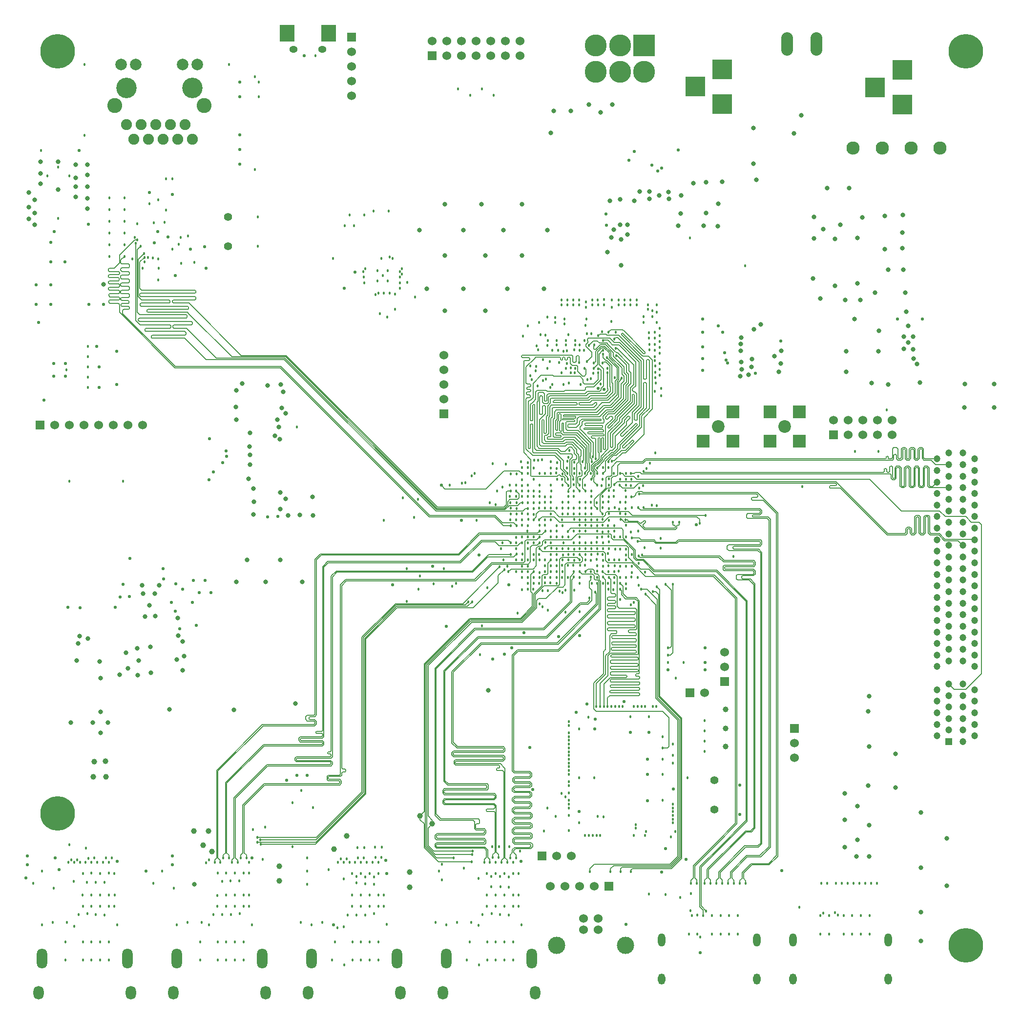
<source format=gbr>
G04 (created by PCBNEW (2013-07-07 BZR 4022)-stable) date 10/11/2015 03:16:48 PM*
%MOIN*%
G04 Gerber Fmt 3.4, Leading zero omitted, Abs format*
%FSLAX34Y34*%
G01*
G70*
G90*
G04 APERTURE LIST*
%ADD10C,0.00590551*%
%ADD11R,0.06X0.06*%
%ADD12C,0.06*%
%ADD13O,0.0511811X0.0905512*%
%ADD14O,0.0511811X0.0748031*%
%ADD15C,0.23622*%
%ADD16C,0.0905512*%
%ADD17R,0.0984252X0.11811*%
%ADD18O,0.0570866X0.0472441*%
%ADD19C,0.11811*%
%ADD20C,0.056*%
%ADD21O,0.0708661X0.137795*%
%ADD22O,0.0708661X0.0925197*%
%ADD23C,0.102362*%
%ADD24C,0.139764*%
%ADD25C,0.0751968*%
%ADD26C,0.0787402*%
%ADD27O,0.08X0.16*%
%ADD28R,0.1378X0.1378*%
%ADD29R,0.0472441X0.0472441*%
%ADD30C,0.0472441*%
%ADD31C,0.0866142*%
%ADD32R,0.0866142X0.0866142*%
%ADD33C,0.0393701*%
%ADD34C,0.15*%
%ADD35R,0.15X0.15*%
%ADD36C,0.018*%
%ADD37C,0.0318*%
%ADD38C,0.022*%
%ADD39C,0.005*%
G04 APERTURE END LIST*
G54D10*
G54D11*
X47605Y-49809D03*
G54D12*
X48605Y-49809D03*
X49605Y-49809D03*
X50605Y-49809D03*
X51605Y-49809D03*
X52605Y-49809D03*
X53605Y-49809D03*
X54605Y-49809D03*
G54D13*
X99019Y-84937D03*
X105515Y-84937D03*
G54D14*
X99019Y-87606D03*
X105515Y-87606D03*
G54D15*
X48820Y-24301D03*
X110820Y-85301D03*
X110820Y-24301D03*
G54D16*
X109035Y-30921D03*
X107066Y-30921D03*
X105097Y-30921D03*
X103129Y-30921D03*
G54D17*
X67317Y-23057D03*
X64482Y-23057D03*
G54D18*
X66884Y-24189D03*
X64915Y-24189D03*
G54D12*
X85730Y-83460D03*
X84730Y-83460D03*
X84730Y-84247D03*
X85730Y-84247D03*
G54D19*
X87592Y-85310D03*
X82868Y-85310D03*
G54D20*
X93660Y-76033D03*
X93660Y-74033D03*
G54D11*
X74385Y-24620D03*
G54D12*
X74385Y-23620D03*
X75385Y-24620D03*
X75385Y-23620D03*
X76385Y-24620D03*
X76385Y-23620D03*
X77385Y-24620D03*
X77385Y-23620D03*
X78385Y-24620D03*
X78385Y-23620D03*
X79385Y-24620D03*
X79385Y-23620D03*
X80385Y-24620D03*
X80385Y-23620D03*
G54D21*
X66160Y-86200D03*
X71987Y-86200D03*
G54D22*
X65924Y-88546D03*
X72223Y-88546D03*
G54D21*
X56960Y-86200D03*
X62787Y-86200D03*
G54D22*
X56724Y-88546D03*
X63023Y-88546D03*
G54D21*
X47760Y-86200D03*
X53587Y-86200D03*
G54D22*
X47524Y-88546D03*
X53823Y-88546D03*
G54D21*
X75360Y-86200D03*
X81187Y-86200D03*
G54D22*
X75124Y-88546D03*
X81423Y-88546D03*
G54D23*
X52701Y-28010D03*
X58800Y-28010D03*
G54D24*
X53500Y-26809D03*
X58000Y-26809D03*
G54D25*
X56498Y-29309D03*
X57998Y-30309D03*
X56998Y-30309D03*
X55998Y-30309D03*
X54998Y-30309D03*
X55498Y-29309D03*
X54498Y-29309D03*
X57498Y-29309D03*
G54D26*
X58361Y-25211D03*
X57361Y-25211D03*
X54140Y-25211D03*
X53140Y-25211D03*
G54D25*
X53498Y-29309D03*
X53998Y-30309D03*
G54D20*
X60447Y-35605D03*
X60447Y-37605D03*
G54D13*
X90034Y-84937D03*
X96531Y-84937D03*
G54D14*
X90034Y-87606D03*
X96531Y-87606D03*
G54D27*
X98602Y-23793D03*
X100602Y-23793D03*
G54D28*
X106478Y-27943D03*
X106478Y-25581D03*
X104628Y-26762D03*
X94182Y-27895D03*
X94182Y-25533D03*
X92332Y-26714D03*
G54D29*
X109631Y-71407D03*
G54D30*
X108843Y-71013D03*
X109631Y-70620D03*
X108843Y-70226D03*
X109631Y-69832D03*
X108843Y-69438D03*
X109631Y-69045D03*
X108843Y-68651D03*
X109631Y-68257D03*
X108843Y-67864D03*
X109631Y-67470D03*
X108843Y-66289D03*
X109631Y-65895D03*
X108843Y-65501D03*
X109631Y-65108D03*
X108843Y-64714D03*
X109631Y-64320D03*
X108843Y-63927D03*
X109631Y-63533D03*
X108843Y-63139D03*
X109631Y-62746D03*
X108843Y-62352D03*
X109631Y-61958D03*
X108843Y-61564D03*
X109631Y-61171D03*
X108843Y-60777D03*
X109631Y-60383D03*
X108843Y-59990D03*
X109631Y-59596D03*
X108843Y-59202D03*
X109631Y-58809D03*
X108843Y-58415D03*
X109631Y-58021D03*
X108843Y-57627D03*
X109631Y-57234D03*
X108843Y-56840D03*
X109631Y-56446D03*
X108843Y-56053D03*
X109631Y-55659D03*
X108843Y-55265D03*
X109631Y-54872D03*
X108843Y-54478D03*
X109631Y-54084D03*
X108843Y-53690D03*
X109631Y-53297D03*
X108843Y-52903D03*
X109631Y-52509D03*
X108843Y-52116D03*
X110615Y-71407D03*
X111402Y-71013D03*
X110615Y-70620D03*
X111402Y-70226D03*
X110615Y-69832D03*
X111402Y-69438D03*
X110615Y-69045D03*
X111402Y-68651D03*
X110615Y-68257D03*
X111402Y-67864D03*
X110615Y-67470D03*
X111402Y-66289D03*
X110615Y-65895D03*
X111402Y-65501D03*
X110615Y-65108D03*
X111402Y-64714D03*
X110615Y-64320D03*
X111402Y-63927D03*
X110615Y-63533D03*
X111402Y-63139D03*
X110615Y-62746D03*
X111402Y-62352D03*
X110615Y-61958D03*
X111402Y-61564D03*
X110615Y-61171D03*
X111402Y-60777D03*
X110615Y-60383D03*
X111402Y-59990D03*
X110615Y-59596D03*
X111402Y-59202D03*
X110615Y-58809D03*
X111402Y-58415D03*
X110615Y-58021D03*
X111402Y-57627D03*
X110615Y-57234D03*
X111402Y-56840D03*
X110615Y-56446D03*
X111402Y-56053D03*
X110615Y-55659D03*
X111402Y-55265D03*
X110615Y-54872D03*
X111402Y-54478D03*
X110615Y-54084D03*
X111402Y-53690D03*
X110615Y-53297D03*
X111402Y-52903D03*
X110615Y-52509D03*
X111402Y-52116D03*
X109631Y-51722D03*
X110615Y-51722D03*
G54D11*
X101772Y-50488D03*
G54D12*
X101772Y-49488D03*
X102772Y-50488D03*
X102772Y-49488D03*
X103772Y-50488D03*
X103772Y-49488D03*
X104772Y-50488D03*
X104772Y-49488D03*
X105772Y-50488D03*
X105772Y-49488D03*
G54D11*
X68890Y-23340D03*
G54D12*
X68890Y-24340D03*
X68890Y-25340D03*
X68890Y-26340D03*
X68890Y-27340D03*
G54D11*
X86441Y-81277D03*
G54D12*
X85441Y-81277D03*
X84441Y-81277D03*
X83441Y-81277D03*
X82441Y-81277D03*
G54D11*
X75172Y-49040D03*
G54D12*
X75172Y-48040D03*
X75172Y-47040D03*
X75172Y-46040D03*
X75172Y-45040D03*
G54D11*
X94331Y-67307D03*
G54D12*
X94331Y-66307D03*
X94331Y-65307D03*
G54D11*
X91969Y-68071D03*
G54D12*
X92969Y-68071D03*
G54D31*
X98450Y-49900D03*
G54D32*
X99453Y-48896D03*
X99453Y-50903D03*
X97446Y-50903D03*
X97446Y-48896D03*
G54D31*
X93900Y-49900D03*
G54D32*
X94903Y-48896D03*
X94903Y-50903D03*
X92896Y-50903D03*
X92896Y-48896D03*
G54D33*
X51237Y-73800D03*
X59100Y-77500D03*
X52086Y-72746D03*
X72850Y-80300D03*
X72850Y-81350D03*
X63950Y-79900D03*
X63950Y-80900D03*
X58100Y-77500D03*
X94400Y-71750D03*
X94400Y-70500D03*
X94400Y-69200D03*
G54D34*
X88856Y-25708D03*
X87206Y-25708D03*
X85556Y-25708D03*
X85556Y-23908D03*
X87206Y-23908D03*
G54D35*
X88856Y-23908D03*
G54D33*
X73560Y-76460D03*
X74380Y-77020D03*
X68540Y-77830D03*
X67670Y-78750D03*
X52101Y-73814D03*
X51300Y-72760D03*
X58750Y-78480D03*
X59340Y-78910D03*
G54D11*
X99110Y-70522D03*
G54D12*
X99110Y-71522D03*
X99110Y-72522D03*
G54D11*
X81887Y-79205D03*
G54D12*
X82887Y-79205D03*
X83887Y-79205D03*
G54D15*
X48820Y-76301D03*
G54D36*
X86298Y-45211D03*
X84816Y-52744D03*
X86041Y-44962D03*
X84651Y-52297D03*
X85077Y-44374D03*
X85245Y-53516D03*
X86653Y-52256D03*
X86429Y-43482D03*
X85730Y-43706D03*
X86409Y-52318D03*
X84846Y-54307D03*
X87303Y-46601D03*
X86919Y-44568D03*
X85645Y-53902D03*
X84445Y-53892D03*
X86029Y-45575D03*
X85697Y-45961D03*
X83675Y-54332D03*
X85641Y-53105D03*
X86031Y-44047D03*
X85723Y-46242D03*
X83627Y-53113D03*
X86039Y-44711D03*
X84029Y-53508D03*
X86350Y-46243D03*
X84460Y-54298D03*
X86049Y-53108D03*
X86823Y-43948D03*
X86951Y-45058D03*
X85548Y-52099D03*
X84810Y-53100D03*
X85407Y-45928D03*
X85434Y-44330D03*
X85359Y-51962D03*
X85428Y-45580D03*
X85276Y-52300D03*
X84779Y-45929D03*
X83657Y-53502D03*
X84775Y-44035D03*
X86419Y-52706D03*
X84743Y-44718D03*
X84435Y-53112D03*
X84441Y-44718D03*
X84475Y-53516D03*
X83046Y-45533D03*
X82485Y-53120D03*
X83346Y-44758D03*
X82464Y-52303D03*
X81701Y-53096D03*
X82266Y-44044D03*
X82161Y-46666D03*
X81603Y-52195D03*
X80928Y-53095D03*
X81605Y-44658D03*
X80907Y-52372D03*
X81459Y-46102D03*
X81505Y-44410D03*
X80511Y-52698D03*
X81487Y-45796D03*
X80442Y-52300D03*
X83205Y-46240D03*
X82890Y-52762D03*
X83505Y-44344D03*
X82902Y-52360D03*
X84073Y-53122D03*
X83841Y-45919D03*
X84075Y-52352D03*
X84144Y-44350D03*
X83625Y-52270D03*
X83833Y-46243D03*
X84083Y-44674D03*
X83731Y-51552D03*
X82890Y-44354D03*
X82491Y-52729D03*
X82263Y-45926D03*
X81882Y-52189D03*
X83261Y-53512D03*
X82996Y-44701D03*
X83567Y-45604D03*
X83669Y-52020D03*
X83265Y-53140D03*
X83517Y-45926D03*
X84990Y-46696D03*
X84048Y-54307D03*
X83665Y-53926D03*
X84430Y-45551D03*
X86443Y-53473D03*
X86352Y-45931D03*
X82899Y-53521D03*
X82413Y-45466D03*
X81354Y-52219D03*
X82249Y-44364D03*
X82584Y-44698D03*
X81305Y-52724D03*
X84939Y-45472D03*
X85638Y-52726D03*
X100957Y-81079D03*
X82090Y-56267D03*
X82488Y-56266D03*
X101357Y-81080D03*
X102071Y-83247D03*
X80133Y-55099D03*
X101874Y-83059D03*
X79719Y-55099D03*
X102362Y-81079D03*
X87622Y-58267D03*
X87604Y-57452D03*
X103162Y-81079D03*
X87571Y-55508D03*
X103962Y-81079D03*
X104762Y-81080D03*
X87586Y-55066D03*
X87205Y-58268D03*
X101962Y-81079D03*
X87207Y-57450D03*
X102761Y-81080D03*
X87163Y-55529D03*
X103562Y-81080D03*
X104362Y-81080D03*
X87216Y-55066D03*
X92045Y-81079D03*
X81699Y-58231D03*
X92445Y-81080D03*
X82076Y-58217D03*
X93087Y-82965D03*
X83640Y-57062D03*
X81310Y-60197D03*
X92890Y-83278D03*
X79594Y-59821D03*
X95395Y-81080D03*
X88511Y-54492D03*
X94595Y-81080D03*
X88455Y-55433D03*
X93794Y-81080D03*
X88421Y-57742D03*
X88481Y-58752D03*
X92995Y-81079D03*
X95795Y-81080D03*
X87976Y-54702D03*
X94995Y-81079D03*
X88803Y-55436D03*
X94195Y-81079D03*
X88006Y-57497D03*
X93395Y-81079D03*
X88717Y-58678D03*
X57727Y-36916D03*
X62276Y-32357D03*
X55678Y-34446D03*
X53908Y-38485D03*
X81305Y-55494D03*
X55673Y-38470D03*
X81301Y-54668D03*
X55669Y-39892D03*
X82094Y-55087D03*
X81705Y-55094D03*
X55698Y-39112D03*
X53367Y-38292D03*
X80139Y-56668D03*
X53366Y-34312D03*
X81688Y-55471D03*
X53367Y-35091D03*
X82488Y-55483D03*
X53366Y-35891D03*
X82484Y-55086D03*
X80935Y-54310D03*
X53366Y-36710D03*
X53366Y-37491D03*
X80527Y-54310D03*
X54233Y-37161D03*
X79735Y-56670D03*
X80919Y-55100D03*
X54990Y-38379D03*
X54143Y-37403D03*
X80927Y-55500D03*
X54469Y-37616D03*
X80539Y-55100D03*
X80125Y-54295D03*
X54720Y-38118D03*
X54734Y-38367D03*
X79734Y-54299D03*
X57228Y-37003D03*
X50638Y-30044D03*
X56203Y-35152D03*
X55095Y-34704D03*
X55298Y-38394D03*
X56655Y-37790D03*
X57069Y-37476D03*
X52336Y-35891D03*
X54233Y-36058D03*
X52335Y-37491D03*
G54D37*
X51931Y-40191D03*
G54D36*
X52336Y-36710D03*
X52337Y-35091D03*
X54070Y-37004D03*
X90809Y-60687D03*
X86030Y-54688D03*
X90465Y-65500D03*
X90316Y-60682D03*
X90465Y-65000D03*
X90465Y-66000D03*
X91561Y-66003D03*
X86063Y-57828D03*
X86427Y-57414D03*
X85641Y-55492D03*
X86027Y-55868D03*
X86461Y-58242D03*
X86391Y-58584D03*
X86025Y-56635D03*
X85659Y-56680D03*
X87121Y-59774D03*
X86861Y-59406D03*
X87207Y-59436D03*
X87161Y-59022D03*
X88492Y-59226D03*
X87999Y-59438D03*
X86057Y-58234D03*
X85621Y-57812D03*
X86021Y-57090D03*
X85639Y-57468D03*
X86796Y-54672D03*
X86786Y-54267D03*
X88790Y-53933D03*
X87607Y-53496D03*
X88821Y-52972D03*
X87951Y-53101D03*
X88409Y-60217D03*
X87966Y-60172D03*
X86447Y-59018D03*
X86027Y-58642D03*
X88000Y-58625D03*
X87609Y-58674D03*
X85659Y-56286D03*
X85261Y-56270D03*
X86811Y-53877D03*
X87171Y-53907D03*
X88518Y-54098D03*
X87571Y-54272D03*
X88447Y-53312D03*
X87991Y-53507D03*
X88920Y-59855D03*
X87606Y-59432D03*
X86031Y-55084D03*
X86401Y-55042D03*
X86436Y-55502D03*
X86026Y-55432D03*
X87218Y-53500D03*
X86387Y-56683D03*
X89980Y-57540D03*
X86817Y-57051D03*
X89970Y-58200D03*
X91250Y-56445D03*
X87259Y-56242D03*
X90800Y-56445D03*
X87586Y-56281D03*
X87221Y-53117D03*
X99636Y-54010D03*
X85622Y-55097D03*
X85229Y-55068D03*
X85243Y-55475D03*
X86438Y-53896D03*
X83665Y-54686D03*
X83667Y-55081D03*
X80518Y-53114D03*
G54D38*
X75002Y-53901D03*
G54D36*
X90123Y-71066D03*
X82882Y-60193D03*
X87227Y-61711D03*
X83705Y-70810D03*
X83670Y-58628D03*
X83705Y-71066D03*
X83275Y-58232D03*
X82521Y-58213D03*
X83705Y-71322D03*
X84029Y-59380D03*
X83705Y-70042D03*
X83665Y-59022D03*
X83705Y-70298D03*
X82881Y-58626D03*
X83706Y-76441D03*
X88924Y-69018D03*
X87603Y-60200D03*
X87604Y-60987D03*
X88668Y-69018D03*
X86380Y-60598D03*
X85085Y-77798D03*
X85341Y-77797D03*
X86407Y-61006D03*
X86826Y-60198D03*
X88284Y-77316D03*
X88291Y-77068D03*
X86754Y-61046D03*
X85204Y-59806D03*
X88924Y-77798D03*
X85632Y-60197D03*
X88981Y-77544D03*
X84451Y-57841D03*
X88412Y-69018D03*
X84850Y-58231D03*
X88156Y-69018D03*
X86363Y-69019D03*
X87211Y-60594D03*
X87219Y-61018D03*
X86107Y-69019D03*
X85851Y-69019D03*
X86026Y-59798D03*
X86433Y-60190D03*
X85595Y-69015D03*
X85639Y-59422D03*
X83705Y-77464D03*
X84829Y-77797D03*
X85659Y-59789D03*
X82486Y-59414D03*
X85597Y-77797D03*
X83705Y-74137D03*
X86041Y-59042D03*
X86418Y-59806D03*
X83705Y-74393D03*
X85251Y-58638D03*
X83230Y-74954D03*
X83705Y-74905D03*
X85617Y-58988D03*
X88136Y-61915D03*
X83482Y-75161D03*
X87952Y-62084D03*
X83704Y-75417D03*
X84846Y-58632D03*
X83705Y-75672D03*
X83705Y-75928D03*
X84846Y-59019D03*
X83705Y-71578D03*
X81702Y-60211D03*
X81921Y-61100D03*
X83705Y-71834D03*
X81672Y-60601D03*
X83705Y-72090D03*
X81293Y-61012D03*
X83705Y-72346D03*
X80917Y-60202D03*
X83705Y-72601D03*
X83705Y-72857D03*
X80926Y-61006D03*
X83705Y-73113D03*
X80909Y-60614D03*
X83705Y-73369D03*
X80526Y-61042D03*
X89691Y-69018D03*
X84828Y-59377D03*
X82881Y-59807D03*
X90814Y-76953D03*
X90815Y-76697D03*
X82487Y-59812D03*
X84060Y-58624D03*
X90814Y-76441D03*
X90815Y-76185D03*
X83332Y-57854D03*
X81711Y-59857D03*
X90815Y-75929D03*
X82093Y-59807D03*
X90815Y-75673D03*
X83257Y-59375D03*
X87131Y-69019D03*
X86619Y-69019D03*
X83274Y-59018D03*
X86032Y-60188D03*
X90123Y-71834D03*
X82093Y-59019D03*
X87387Y-69019D03*
X82882Y-59020D03*
X86875Y-69019D03*
X89436Y-69018D03*
X84480Y-59388D03*
X101088Y-83104D03*
X93042Y-55976D03*
X81307Y-56262D03*
X92636Y-56503D03*
X81693Y-56261D03*
X92103Y-83282D03*
X80220Y-62645D03*
X80518Y-59807D03*
X77295Y-53110D03*
X80523Y-53530D03*
X49408Y-46051D03*
X82083Y-54691D03*
X81729Y-54328D03*
X50865Y-45850D03*
X76639Y-53754D03*
X50865Y-46550D03*
X76400Y-53768D03*
X50865Y-47250D03*
X79689Y-53894D03*
X50865Y-44450D03*
X50865Y-45150D03*
X80517Y-53926D03*
X80519Y-60200D03*
X75761Y-60815D03*
X80151Y-53128D03*
X77067Y-53281D03*
X72643Y-59599D03*
X75564Y-53900D03*
X78143Y-60913D03*
X82487Y-57432D03*
X82111Y-57817D03*
X76004Y-60614D03*
X85113Y-61607D03*
X78524Y-79297D03*
X78918Y-79316D03*
X85221Y-60169D03*
X79115Y-79626D03*
X85508Y-61191D03*
X79508Y-79626D03*
X85635Y-60591D03*
X79705Y-79325D03*
X84454Y-59806D03*
X80099Y-79331D03*
X84849Y-59807D03*
X77138Y-78874D03*
X84435Y-58642D03*
X84062Y-59807D03*
X77933Y-79626D03*
X78327Y-79626D03*
X84048Y-60172D03*
X81303Y-59803D03*
X77070Y-79616D03*
X84445Y-59005D03*
X77114Y-79113D03*
X82487Y-59019D03*
X75861Y-79354D03*
X69324Y-79354D03*
X81712Y-62012D03*
X69718Y-79347D03*
X81930Y-62206D03*
X69914Y-79626D03*
X83471Y-61089D03*
X70308Y-79626D03*
X83260Y-60211D03*
X70506Y-79300D03*
X83078Y-61123D03*
X70899Y-79312D03*
X83274Y-61254D03*
X68536Y-79408D03*
X82287Y-61090D03*
X84067Y-61081D03*
X68734Y-79625D03*
X84450Y-60190D03*
X69127Y-79625D03*
X82459Y-60203D03*
X67947Y-79625D03*
X82093Y-60580D03*
X68340Y-79627D03*
X68142Y-79414D03*
X82460Y-60568D03*
X50924Y-79359D03*
X80516Y-56655D03*
X51318Y-79343D03*
X80914Y-56657D03*
X51515Y-79625D03*
X79731Y-55880D03*
X51910Y-79625D03*
X80147Y-55878D03*
X52106Y-79349D03*
X79733Y-55478D03*
X52499Y-79342D03*
X80912Y-55871D03*
X78697Y-55249D03*
X80948Y-56229D03*
X50137Y-79478D03*
X79719Y-56264D03*
X50334Y-79629D03*
X80525Y-56270D03*
X50727Y-79623D03*
X72371Y-54787D03*
X79669Y-54672D03*
X49546Y-79633D03*
X49940Y-79629D03*
X78314Y-55092D03*
X80507Y-54666D03*
X80512Y-55854D03*
X73418Y-54865D03*
X49743Y-79478D03*
X79731Y-57834D03*
X60124Y-79348D03*
X80517Y-57848D03*
X60518Y-79354D03*
X79740Y-58634D03*
X60715Y-79625D03*
X61109Y-79625D03*
X80136Y-58619D03*
X81700Y-57445D03*
X61305Y-79344D03*
X61699Y-79343D03*
X81701Y-57837D03*
X62668Y-78420D03*
X79318Y-59658D03*
X59533Y-79628D03*
X81715Y-57043D03*
X59928Y-79625D03*
X82111Y-57042D03*
X78977Y-59481D03*
X62456Y-77946D03*
X59142Y-79488D03*
X62453Y-78263D03*
X77102Y-61876D03*
X80516Y-59021D03*
X58948Y-79663D03*
X79231Y-59006D03*
X76844Y-61878D03*
X62663Y-78106D03*
X80914Y-57840D03*
X72693Y-40057D03*
X80915Y-57447D03*
X72189Y-39719D03*
X72297Y-39522D03*
X80520Y-59448D03*
X80914Y-59017D03*
X72190Y-39324D03*
X80124Y-57840D03*
X72299Y-39128D03*
X79085Y-58243D03*
X71686Y-38428D03*
X71489Y-38323D03*
X80535Y-58612D03*
X70899Y-38427D03*
X80912Y-58228D03*
X80886Y-57025D03*
X71489Y-40812D03*
X72188Y-40112D03*
X81306Y-57444D03*
X70505Y-40917D03*
X80518Y-57445D03*
X70702Y-40812D03*
X81306Y-59018D03*
X80904Y-59448D03*
X73163Y-56122D03*
X71095Y-40812D03*
G54D38*
X90054Y-80315D03*
G54D36*
X77788Y-63509D03*
X84445Y-62530D03*
X82881Y-58234D03*
X76968Y-27311D03*
X87961Y-80289D03*
X89723Y-60847D03*
X76150Y-26881D03*
X89456Y-61176D03*
X87260Y-80289D03*
X87198Y-60190D03*
X83495Y-62560D03*
X82485Y-58625D03*
X81703Y-59016D03*
X82289Y-62446D03*
X47160Y-81069D03*
X55360Y-81069D03*
X76083Y-83727D03*
X66883Y-83728D03*
X74623Y-83727D03*
X57683Y-83727D03*
X48483Y-83727D03*
X64859Y-78577D03*
X65423Y-83737D03*
X64859Y-75569D03*
G54D37*
X105271Y-37790D03*
X101866Y-37112D03*
X100459Y-37056D03*
X103406Y-37049D03*
X106497Y-35471D03*
X106488Y-37739D03*
X106470Y-36664D03*
X105279Y-35536D03*
X101095Y-36436D03*
X100450Y-35611D03*
X102250Y-36151D03*
X103750Y-35641D03*
X96300Y-29546D03*
X110700Y-48600D03*
X104384Y-46924D03*
X105500Y-47038D03*
X104845Y-44776D03*
X104871Y-43377D03*
X110750Y-47000D03*
G54D36*
X83277Y-59804D03*
X77656Y-65462D03*
G54D38*
X81048Y-71818D03*
G54D36*
X77768Y-26882D03*
X88942Y-61353D03*
X85160Y-80289D03*
X85677Y-58614D03*
X78568Y-27311D03*
X88640Y-61012D03*
X86424Y-59413D03*
X86560Y-80289D03*
G54D38*
X81254Y-74680D03*
G54D36*
X82815Y-76500D03*
G54D38*
X65644Y-24615D03*
G54D36*
X69752Y-40112D03*
X67615Y-38450D03*
X68733Y-35471D03*
X66412Y-24597D03*
X69696Y-39325D03*
X69798Y-39128D03*
X50531Y-82640D03*
X50250Y-83200D03*
X49950Y-84000D03*
X78400Y-81300D03*
X78721Y-81870D03*
X76550Y-80050D03*
X77800Y-83200D03*
X78130Y-82643D03*
X77550Y-83950D03*
X68350Y-84050D03*
X69200Y-83250D03*
X68930Y-82639D03*
X68600Y-83250D03*
X67900Y-84100D03*
X69200Y-81050D03*
X68926Y-80411D03*
X67300Y-80150D03*
X59730Y-82636D03*
X59450Y-83200D03*
X59150Y-83900D03*
X79902Y-81867D03*
X79600Y-81350D03*
X79311Y-81868D03*
X79050Y-81300D03*
X79902Y-82644D03*
X79600Y-83250D03*
X79311Y-82643D03*
X79000Y-83200D03*
X78721Y-82632D03*
X78450Y-83150D03*
X51713Y-80395D03*
X52000Y-81000D03*
X51123Y-80387D03*
X51400Y-81000D03*
X50533Y-80391D03*
X50800Y-81000D03*
X52302Y-82631D03*
X51400Y-83200D03*
X51122Y-82635D03*
X50850Y-83150D03*
X51713Y-82632D03*
X52000Y-83250D03*
X60321Y-82628D03*
X60050Y-83200D03*
X60650Y-83200D03*
X60911Y-82635D03*
X61250Y-83150D03*
X61502Y-82634D03*
X70112Y-82634D03*
X70400Y-83150D03*
X69523Y-82631D03*
X69800Y-83250D03*
X70112Y-80413D03*
X70400Y-81150D03*
X69523Y-80398D03*
X69800Y-81100D03*
X61504Y-80381D03*
X61200Y-80900D03*
X60913Y-80381D03*
X60600Y-80900D03*
X60322Y-80379D03*
X60050Y-80950D03*
X59732Y-80376D03*
G54D37*
X58150Y-81150D03*
X107750Y-83050D03*
X60850Y-69250D03*
X56450Y-69200D03*
X103400Y-78100D03*
X103400Y-75800D03*
X102550Y-74950D03*
X102550Y-76750D03*
X102550Y-78600D03*
X103350Y-79250D03*
X104150Y-69350D03*
X104200Y-71750D03*
X104200Y-79250D03*
X104200Y-77100D03*
X104150Y-74400D03*
X106000Y-72250D03*
X107750Y-76250D03*
X109500Y-78000D03*
X106000Y-74550D03*
X104200Y-68300D03*
X109500Y-81250D03*
X107750Y-80000D03*
X65050Y-68800D03*
X55166Y-66699D03*
X63000Y-60500D03*
X65500Y-60500D03*
X64000Y-59000D03*
X61750Y-59000D03*
X61000Y-60500D03*
G54D38*
X58881Y-60410D03*
G54D37*
X75250Y-42000D03*
X78000Y-42000D03*
X79500Y-40500D03*
X76500Y-40500D03*
X74000Y-40500D03*
X75250Y-38250D03*
X80500Y-34750D03*
X78000Y-38250D03*
X80500Y-38250D03*
X82250Y-36500D03*
X79250Y-36500D03*
X76500Y-36500D03*
X73500Y-36500D03*
X75250Y-34750D03*
X77750Y-34750D03*
X82000Y-40500D03*
X107750Y-85000D03*
G54D38*
X65150Y-73700D03*
X64450Y-74050D03*
X65850Y-73700D03*
X54850Y-80250D03*
X56650Y-79200D03*
X56650Y-79800D03*
X48900Y-80150D03*
X48650Y-79350D03*
X46650Y-80700D03*
X46750Y-79200D03*
X46750Y-79800D03*
X90329Y-78721D03*
G54D36*
X100890Y-84545D03*
X101480Y-84545D03*
X102464Y-84546D03*
G54D38*
X92693Y-85800D03*
G54D36*
X93480Y-84544D03*
X92495Y-84544D03*
X91905Y-84547D03*
G54D38*
X87620Y-83881D03*
G54D36*
X90298Y-81832D03*
X104236Y-83282D03*
X104236Y-84545D03*
X103647Y-83282D03*
X103646Y-84544D03*
X103055Y-83282D03*
X103055Y-84545D03*
X102464Y-83282D03*
X101480Y-83282D03*
X100889Y-83282D03*
X104850Y-51600D03*
X75333Y-83895D03*
X66131Y-83910D03*
X91008Y-67061D03*
G54D37*
X86670Y-27940D03*
X85080Y-27950D03*
X85870Y-28460D03*
G54D36*
X93480Y-83269D03*
X94661Y-83282D03*
X94661Y-84545D03*
X94070Y-84545D03*
X79502Y-59451D03*
X82486Y-53901D03*
X80296Y-81867D03*
X80296Y-82643D03*
X78130Y-81875D03*
X78721Y-79624D03*
X78721Y-80399D03*
X79902Y-79624D03*
X80296Y-80400D03*
X79902Y-80399D03*
X70702Y-79624D03*
X70701Y-80396D03*
X92017Y-82953D03*
X78726Y-85057D03*
X79317Y-85057D03*
X79907Y-85057D03*
X79907Y-86320D03*
X79317Y-86320D03*
X78726Y-86320D03*
X78136Y-86320D03*
X78136Y-85057D03*
X76955Y-85056D03*
X68372Y-86630D03*
X68936Y-86319D03*
X69527Y-86320D03*
X70117Y-86320D03*
X70708Y-86320D03*
X70708Y-85057D03*
X70117Y-85057D03*
X69527Y-85057D03*
X68936Y-85057D03*
X67754Y-85057D03*
X61508Y-85056D03*
X61508Y-86320D03*
X60917Y-85057D03*
X60917Y-86319D03*
X60326Y-86320D03*
X60326Y-85057D03*
X59736Y-85057D03*
X59736Y-86320D03*
X58555Y-85057D03*
X58554Y-86320D03*
X49355Y-85057D03*
X49355Y-86319D03*
X50536Y-86319D03*
X51126Y-86320D03*
X51717Y-86320D03*
X52307Y-86320D03*
X52308Y-85057D03*
X51717Y-85057D03*
X51127Y-85057D03*
X50536Y-85057D03*
X87613Y-54701D03*
X82881Y-57055D03*
X86865Y-58279D03*
X86445Y-57762D03*
X87621Y-56638D03*
X49615Y-53636D03*
G54D38*
X71224Y-79492D03*
G54D36*
X82261Y-75942D03*
G54D38*
X95385Y-74368D03*
X95377Y-76370D03*
G54D37*
X48850Y-31850D03*
X47650Y-31850D03*
X47650Y-32650D03*
X47650Y-33350D03*
G54D36*
X48850Y-32208D03*
G54D37*
X46850Y-33950D03*
X46850Y-34950D03*
X46850Y-35750D03*
X47250Y-36150D03*
X47250Y-35350D03*
X47250Y-34450D03*
X48850Y-33750D03*
X50050Y-32050D03*
X50850Y-32050D03*
X50850Y-32750D03*
X50850Y-33550D03*
X50850Y-34350D03*
X50850Y-35050D03*
G54D36*
X49623Y-32790D03*
G54D37*
X50050Y-34250D03*
X50050Y-33550D03*
X50050Y-32950D03*
G54D38*
X92400Y-56593D03*
G54D36*
X77428Y-56292D03*
X74492Y-60625D03*
X72642Y-61823D03*
G54D38*
X90836Y-74649D03*
X84416Y-76187D03*
G54D36*
X84451Y-55867D03*
G54D38*
X93019Y-65000D03*
X93021Y-66499D03*
X93021Y-66001D03*
X53735Y-58911D03*
X58066Y-60410D03*
X58006Y-61910D03*
X58270Y-63473D03*
X49352Y-46485D03*
X48541Y-46484D03*
X47887Y-48090D03*
X52840Y-47033D03*
X52839Y-44789D03*
X47499Y-42815D03*
X51932Y-41559D03*
X50932Y-41558D03*
X48331Y-41558D03*
X47332Y-41559D03*
X49325Y-38660D03*
X48350Y-38660D03*
X50910Y-36100D03*
X50272Y-31078D03*
X61241Y-26392D03*
X61242Y-27392D03*
X61242Y-29992D03*
X61242Y-30992D03*
X61244Y-31992D03*
X59176Y-50753D03*
X87804Y-31727D03*
X69098Y-39382D03*
X68376Y-40457D03*
G54D36*
X89730Y-55300D03*
G54D38*
X83027Y-64228D03*
X80646Y-63960D03*
X79310Y-65442D03*
X78499Y-65771D03*
X84932Y-68844D03*
X85528Y-69868D03*
X87469Y-68666D03*
X89180Y-70759D03*
X87901Y-70758D03*
X84226Y-69397D03*
X85493Y-70554D03*
X89076Y-75424D03*
X89075Y-73624D03*
X89080Y-72594D03*
G54D37*
X96299Y-31964D03*
X112759Y-48599D03*
X112760Y-47000D03*
X101350Y-33641D03*
X102850Y-33640D03*
G54D36*
X68407Y-36215D03*
X69060Y-36215D03*
X65157Y-49954D03*
X95755Y-38944D03*
X91989Y-37042D03*
X105400Y-48787D03*
X99453Y-82718D03*
X92496Y-83251D03*
X95252Y-83282D03*
X94071Y-83283D03*
X95251Y-84545D03*
X89190Y-81808D03*
X80490Y-83896D03*
X77579Y-86634D03*
X69521Y-79628D03*
X71096Y-81876D03*
X71096Y-82635D03*
X70702Y-82636D03*
X71290Y-83876D03*
X56932Y-83895D03*
X61895Y-79631D03*
X61896Y-80382D03*
X61895Y-81885D03*
X61895Y-82634D03*
X62089Y-83895D03*
X51121Y-79637D03*
X52302Y-79623D03*
X52696Y-80391D03*
X52696Y-82629D03*
X52700Y-81874D03*
X52886Y-83895D03*
X47733Y-83895D03*
X92976Y-71373D03*
X92975Y-72074D03*
X90815Y-72346D03*
X90815Y-72858D03*
X83706Y-73626D03*
X85458Y-73874D03*
X85666Y-76522D03*
X86076Y-76536D03*
X88156Y-77795D03*
X90967Y-77527D03*
G54D38*
X56650Y-34075D03*
X55075Y-33946D03*
X58951Y-39118D03*
X58852Y-37641D03*
X57883Y-37822D03*
G54D36*
X54605Y-39112D03*
X52336Y-34311D03*
X52335Y-38291D03*
X55388Y-35992D03*
G54D38*
X55650Y-36609D03*
G54D36*
X56108Y-35965D03*
X62494Y-37605D03*
X62484Y-35606D03*
X48111Y-32790D03*
X48850Y-35721D03*
X47672Y-31059D03*
X50631Y-25216D03*
X73209Y-41066D03*
X70812Y-42219D03*
X71297Y-42434D03*
X71853Y-41901D03*
X70657Y-39959D03*
X71004Y-39608D03*
X70657Y-39280D03*
X71336Y-39280D03*
X71336Y-39959D03*
G54D37*
X102661Y-46177D03*
G54D38*
X59445Y-53022D03*
G54D37*
X106889Y-43039D03*
X106680Y-40780D03*
X106733Y-42085D03*
X107687Y-46910D03*
X107470Y-45629D03*
X107243Y-45274D03*
X106583Y-44614D03*
X107228Y-44641D03*
X106580Y-43762D03*
X106895Y-44176D03*
X107207Y-43762D03*
G54D36*
X69761Y-35479D03*
X70391Y-35213D03*
X88460Y-57030D03*
X80913Y-59812D03*
X81317Y-57838D03*
X81309Y-58636D03*
X81309Y-55891D03*
X79312Y-80411D03*
X78130Y-80414D03*
X81699Y-54687D03*
X82876Y-59407D03*
X83311Y-58667D03*
X84089Y-59046D03*
X80127Y-59020D03*
X80905Y-54674D03*
X81309Y-53513D03*
X86793Y-53113D03*
G54D38*
X79611Y-60692D03*
G54D36*
X80119Y-57466D03*
X84454Y-56264D03*
X84854Y-56651D03*
X85243Y-58237D03*
X86446Y-54707D03*
X86457Y-56318D03*
X86806Y-60589D03*
X86425Y-57068D03*
X82093Y-60205D03*
X84857Y-55862D03*
X87221Y-55852D03*
G54D37*
X61421Y-46973D03*
X61011Y-47443D03*
X60981Y-48573D03*
X61021Y-49433D03*
X61941Y-50343D03*
X61847Y-53463D03*
X62169Y-54128D03*
X62190Y-55913D03*
X62197Y-55031D03*
X53605Y-66419D03*
X53479Y-65355D03*
X54242Y-65054D03*
X54340Y-65880D03*
X54284Y-66874D03*
X53038Y-66832D03*
X51750Y-67060D03*
X91378Y-34146D03*
G54D38*
X92837Y-46086D03*
X96437Y-46286D03*
G54D36*
X86040Y-59425D03*
G54D37*
X105513Y-39212D03*
X106549Y-39205D03*
X103197Y-42586D03*
X102653Y-44770D03*
X103625Y-41256D03*
X102575Y-41276D03*
X100885Y-41186D03*
X100395Y-39806D03*
X101895Y-40306D03*
X103415Y-40126D03*
X104625Y-40756D03*
X93911Y-34693D03*
X94170Y-33220D03*
X93096Y-33249D03*
X92228Y-33312D03*
X88563Y-33871D03*
X88178Y-34494D03*
X86519Y-34508D03*
X87198Y-34417D03*
X89226Y-34387D03*
X89208Y-33888D03*
X90558Y-34374D03*
X89888Y-34126D03*
X90527Y-33892D03*
X54578Y-60749D03*
X55740Y-60728D03*
X55159Y-64928D03*
X54663Y-61310D03*
X55446Y-61319D03*
X55474Y-62842D03*
X55070Y-62110D03*
X54774Y-62856D03*
X61916Y-51269D03*
X61941Y-51853D03*
X61952Y-52502D03*
X97737Y-45096D03*
X98202Y-44736D03*
X98187Y-45606D03*
X98052Y-46176D03*
X96343Y-43261D03*
X96819Y-42939D03*
X95972Y-46362D03*
X96182Y-45844D03*
X96203Y-45305D03*
X95412Y-46488D03*
X95517Y-46012D03*
X95489Y-45501D03*
X95437Y-44280D03*
X95441Y-44752D03*
X95465Y-43846D03*
G54D38*
X92837Y-45286D03*
X92837Y-44486D03*
X92837Y-42586D03*
X92837Y-43486D03*
X91188Y-31026D03*
X56344Y-36959D03*
X55417Y-37363D03*
G54D36*
X50527Y-81878D03*
X51116Y-81875D03*
X51707Y-81876D03*
X52301Y-81873D03*
X52304Y-80385D03*
X61504Y-81875D03*
X60909Y-81879D03*
X60319Y-81881D03*
X59728Y-81892D03*
X68927Y-81883D03*
X69519Y-81878D03*
X70109Y-81884D03*
X70703Y-81879D03*
G54D38*
X77571Y-58678D03*
G54D36*
X89026Y-52762D03*
X81566Y-47140D03*
X81939Y-46784D03*
X84032Y-53888D03*
X83205Y-41272D03*
X83616Y-41263D03*
X84027Y-41260D03*
X84420Y-41257D03*
X84882Y-41399D03*
X85325Y-41260D03*
X85693Y-41260D03*
X86109Y-41250D03*
X87120Y-41275D03*
X87516Y-41281D03*
X88356Y-41281D03*
X87906Y-41287D03*
X83596Y-52753D03*
X80157Y-55522D03*
X79418Y-52483D03*
X79185Y-57855D03*
X82883Y-44048D03*
X83279Y-55870D03*
X87999Y-55432D03*
X83272Y-57449D03*
X84456Y-57050D03*
X84848Y-57050D03*
X79165Y-54050D03*
X80125Y-53906D03*
X87621Y-58992D03*
X87951Y-53927D03*
X83661Y-55861D03*
X84847Y-57836D03*
X89584Y-43487D03*
X89571Y-43882D03*
X89593Y-44302D03*
X89566Y-44707D03*
X89616Y-46588D03*
X89613Y-46192D03*
X89607Y-45787D03*
X89593Y-45418D03*
X86903Y-43482D03*
X86841Y-46579D03*
X89593Y-47494D03*
X86637Y-41278D03*
X85884Y-46999D03*
X85377Y-46276D03*
X85991Y-43432D03*
X83671Y-43631D03*
X83513Y-44038D03*
X83397Y-42578D03*
X85235Y-43580D03*
X84149Y-44038D03*
X84150Y-45928D03*
X82258Y-42448D03*
X80901Y-43046D03*
X81792Y-43639D03*
X82104Y-43681D03*
X81955Y-45348D03*
X81088Y-45787D03*
X82587Y-47023D03*
X82794Y-42475D03*
X88482Y-60730D03*
X85954Y-53935D03*
X85242Y-54688D03*
X85197Y-53117D03*
X82092Y-53102D03*
X83650Y-60214D03*
X89613Y-51719D03*
X84922Y-42560D03*
X85276Y-60608D03*
X55950Y-80239D03*
X47750Y-80239D03*
X65450Y-74750D03*
X84462Y-44354D03*
X85213Y-46630D03*
X73450Y-61008D03*
X73534Y-60115D03*
X86435Y-55852D03*
X82489Y-54691D03*
X53282Y-53636D03*
X71096Y-56317D03*
X56223Y-33006D03*
X57251Y-38776D03*
X56648Y-33008D03*
X58136Y-38690D03*
X90816Y-71578D03*
G54D38*
X90048Y-32272D03*
X58470Y-61243D03*
X52752Y-62239D03*
X53070Y-61537D03*
X60308Y-51568D03*
X60341Y-51953D03*
X89780Y-32476D03*
X89376Y-32062D03*
X56592Y-61913D03*
X56870Y-60645D03*
X56036Y-60310D03*
X53717Y-61519D03*
X60076Y-52365D03*
X53268Y-60689D03*
X59271Y-61243D03*
X57335Y-61010D03*
X106145Y-42576D03*
X107845Y-42576D03*
G54D37*
X96530Y-33080D03*
X99080Y-29920D03*
X99580Y-28680D03*
X82667Y-28362D03*
X83852Y-28362D03*
G54D36*
X76758Y-86322D03*
X67558Y-86316D03*
X92692Y-84753D03*
X92045Y-81772D03*
X91316Y-82050D03*
G54D37*
X82490Y-29860D03*
G54D38*
X59141Y-53553D03*
X56002Y-59610D03*
G54D37*
X57462Y-65586D03*
X57357Y-66531D03*
G54D36*
X71423Y-35214D03*
G54D37*
X57059Y-64187D03*
X57347Y-64570D03*
G54D38*
X57133Y-63712D03*
X88189Y-31155D03*
G54D37*
X93883Y-36230D03*
X92930Y-36219D03*
X63147Y-47112D03*
X64031Y-47043D03*
X64391Y-49013D03*
X64101Y-48643D03*
X64201Y-47533D03*
X57020Y-62970D03*
G54D38*
X56857Y-62503D03*
G54D36*
X66248Y-75917D03*
X48547Y-81418D03*
X56748Y-81418D03*
G54D37*
X56944Y-65803D03*
X91363Y-35369D03*
X91195Y-36209D03*
X93085Y-35327D03*
X63968Y-50789D03*
X63660Y-50530D03*
X63905Y-49949D03*
X63828Y-49438D03*
G54D36*
X87586Y-55872D03*
G54D37*
X66227Y-54707D03*
X66241Y-55960D03*
X65331Y-55932D03*
X64561Y-55960D03*
X64008Y-55554D03*
X64008Y-54399D03*
X64365Y-54833D03*
G54D36*
X87960Y-57090D03*
X89373Y-55258D03*
X88889Y-58186D03*
X83273Y-56658D03*
X82879Y-56658D03*
X82875Y-57448D03*
X86831Y-55452D03*
X86811Y-56662D03*
X86824Y-57446D03*
X83667Y-55476D03*
X84061Y-55869D03*
X84849Y-56262D03*
X84060Y-57842D03*
X83269Y-55486D03*
X84081Y-56254D03*
X83670Y-57440D03*
X82489Y-57839D03*
G54D38*
X63831Y-56047D03*
X63133Y-56069D03*
G54D36*
X84848Y-55081D03*
X83251Y-56272D03*
X85242Y-56657D03*
X84848Y-55476D03*
X84456Y-56655D03*
X84062Y-57050D03*
X85245Y-57841D03*
X84455Y-57445D03*
G54D37*
X87290Y-38893D03*
G54D36*
X81174Y-46693D03*
X86019Y-53500D03*
G54D37*
X86612Y-36993D03*
X86769Y-36471D03*
X87206Y-36147D03*
X86333Y-37996D03*
X87719Y-36142D03*
X87714Y-36813D03*
X87273Y-37155D03*
G54D38*
X94197Y-43486D03*
X93913Y-43049D03*
X86268Y-36180D03*
X86244Y-35418D03*
G54D36*
X84841Y-42996D03*
X81715Y-53906D03*
X84828Y-53909D03*
X80901Y-52720D03*
X87603Y-53116D03*
X86037Y-52722D03*
X84036Y-54679D03*
X83292Y-53920D03*
X82851Y-53088D03*
X84079Y-52758D03*
X86616Y-42732D03*
G54D38*
X85713Y-47290D03*
X86103Y-47365D03*
G54D36*
X83397Y-42911D03*
X83595Y-44755D03*
X84126Y-46228D03*
X83346Y-47044D03*
X84528Y-47041D03*
X80589Y-43744D03*
X81696Y-42821D03*
X81093Y-46450D03*
X82788Y-42820D03*
X82449Y-47242D03*
X103250Y-51600D03*
X82083Y-56648D03*
X80125Y-59806D03*
X81302Y-60590D03*
X79602Y-80636D03*
X79012Y-80618D03*
X78420Y-80608D03*
X77558Y-80730D03*
X70414Y-80628D03*
X69824Y-80634D03*
X69211Y-80607D03*
G54D38*
X62070Y-79341D03*
G54D36*
X80364Y-78884D03*
X79652Y-78580D03*
X78962Y-78584D03*
X78467Y-78578D03*
X70932Y-78599D03*
X70474Y-78598D03*
X69759Y-78644D03*
X69286Y-78646D03*
G54D38*
X56858Y-39591D03*
X71293Y-80417D03*
G54D36*
X81999Y-77516D03*
G54D38*
X76380Y-56292D03*
G54D36*
X58640Y-83727D03*
X75178Y-59603D03*
G54D38*
X67633Y-83916D03*
X52871Y-79557D03*
X80453Y-79584D03*
X98173Y-44087D03*
X48586Y-36600D03*
X48346Y-37335D03*
X48332Y-40242D03*
X47333Y-40240D03*
X48542Y-45618D03*
X49351Y-45618D03*
X51650Y-47250D03*
X51650Y-45850D03*
X51486Y-44450D03*
X84436Y-64180D03*
G54D37*
X51225Y-70090D03*
G54D36*
X94945Y-58780D03*
X91820Y-73888D03*
X77041Y-83727D03*
X62975Y-77241D03*
X62135Y-77409D03*
X62828Y-79446D03*
X49925Y-80934D03*
X49600Y-78443D03*
X50745Y-78666D03*
X49441Y-83727D03*
X92976Y-69973D03*
X92976Y-70673D03*
X90675Y-77912D03*
X75050Y-80838D03*
X74836Y-80251D03*
X75050Y-79786D03*
X68340Y-80774D03*
X65836Y-79350D03*
X65835Y-80250D03*
X65835Y-81150D03*
X54757Y-38668D03*
X62541Y-27392D03*
X60503Y-25211D03*
X62542Y-26392D03*
X62277Y-26028D03*
X72184Y-40468D03*
X69719Y-39717D03*
X71854Y-40878D03*
X78829Y-54301D03*
G54D38*
X74428Y-59451D03*
X71687Y-60706D03*
X75350Y-63526D03*
G54D37*
X78221Y-67915D03*
G54D38*
X79811Y-65017D03*
G54D36*
X84454Y-55475D03*
X85251Y-55862D03*
X85645Y-57044D03*
X81303Y-54322D03*
G54D37*
X52257Y-70090D03*
X51738Y-69380D03*
X51739Y-70798D03*
G54D36*
X83644Y-59379D03*
X86816Y-59806D03*
X87613Y-60636D03*
X86049Y-60605D03*
X84455Y-60593D03*
X84089Y-58270D03*
X85040Y-69734D03*
G54D38*
X90465Y-66500D03*
G54D36*
X82883Y-60596D03*
X82094Y-59414D03*
X81693Y-58638D03*
X87997Y-59880D03*
X85853Y-77797D03*
X84399Y-70554D03*
X85221Y-59047D03*
X86011Y-56252D03*
X85636Y-58234D03*
X82515Y-54314D03*
X82483Y-57047D03*
X81299Y-55096D03*
X82095Y-55478D03*
X78511Y-52442D03*
X79741Y-53126D03*
X80121Y-54671D03*
X80909Y-53901D03*
X84454Y-58231D03*
X86801Y-59022D03*
X85991Y-57442D03*
X86436Y-54289D03*
X87597Y-53908D03*
X80126Y-58229D03*
X81703Y-56648D03*
X83272Y-55086D03*
X82477Y-55862D03*
X80127Y-56266D03*
X83668Y-58234D03*
X84430Y-73881D03*
X87900Y-69710D03*
X89179Y-69710D03*
X90123Y-72601D03*
X90123Y-73625D03*
X90123Y-75417D03*
X84397Y-76952D03*
G54D38*
X91700Y-79435D03*
X98258Y-80197D03*
G54D37*
X49726Y-70090D03*
X50326Y-64190D03*
X50123Y-65880D03*
X51665Y-65934D03*
X50870Y-64361D03*
X50218Y-64721D03*
G54D38*
X49510Y-62240D03*
X50340Y-62280D03*
X94337Y-44886D03*
X94437Y-45386D03*
X94537Y-45586D03*
G54D36*
X90011Y-47792D03*
X90011Y-47292D03*
X89911Y-46392D03*
X89911Y-45992D03*
X89911Y-45592D03*
X89911Y-44892D03*
X89911Y-44492D03*
X89911Y-44092D03*
X89911Y-43692D03*
X89911Y-43192D03*
X89111Y-41892D03*
X89411Y-41992D03*
X89411Y-42392D03*
X88811Y-42392D03*
X88811Y-42792D03*
X89711Y-42792D03*
X89711Y-42092D03*
X89711Y-41592D03*
X89111Y-41592D03*
X89631Y-46940D03*
X83202Y-41618D03*
X87109Y-41606D03*
X87527Y-41612D03*
X87913Y-41616D03*
X88356Y-41602D03*
X89187Y-43495D03*
X89193Y-43876D03*
X89199Y-44298D03*
X89203Y-44687D03*
X89569Y-45144D03*
X86637Y-41758D03*
X85321Y-41610D03*
X85715Y-41602D03*
X86109Y-41599D03*
X83610Y-41617D03*
X84003Y-41608D03*
X84411Y-41614D03*
X84864Y-41764D03*
X84457Y-55084D03*
X85255Y-54316D03*
X89238Y-52402D03*
X82880Y-55476D03*
X84055Y-55470D03*
X83715Y-46940D03*
X84957Y-43582D03*
G54D39*
X84205Y-48610D02*
X85414Y-48610D01*
X82409Y-50780D02*
X82284Y-50780D01*
X82246Y-50651D02*
X82246Y-50742D01*
X82456Y-50614D02*
X82283Y-50614D01*
X82409Y-50780D02*
X83233Y-50780D01*
X83233Y-50780D02*
X83380Y-50633D01*
X83380Y-50633D02*
X84023Y-50633D01*
X82246Y-50742D02*
X82284Y-50780D01*
X84136Y-50657D02*
X84112Y-50633D01*
X84023Y-50633D02*
X84112Y-50633D01*
X84205Y-48610D02*
X82649Y-48610D01*
X82649Y-48610D02*
X82571Y-48688D01*
X82571Y-48688D02*
X82571Y-49264D01*
X82571Y-49264D02*
X82493Y-49342D01*
X82493Y-49342D02*
X82493Y-50291D01*
X82456Y-50614D02*
X82493Y-50577D01*
X82493Y-50577D02*
X82493Y-50291D01*
X82493Y-50291D02*
X82493Y-50291D01*
X82283Y-50614D02*
X82246Y-50651D01*
X85623Y-48401D02*
X85414Y-48610D01*
X85506Y-48261D02*
X85324Y-48443D01*
X85324Y-48443D02*
X84473Y-48443D01*
X85506Y-48261D02*
X85572Y-48261D01*
X85572Y-48261D02*
X85625Y-48314D01*
X85625Y-48314D02*
X85625Y-48401D01*
X85625Y-48401D02*
X85623Y-48401D01*
X87009Y-45922D02*
X86298Y-45211D01*
X84674Y-48272D02*
X84460Y-48272D01*
X84421Y-48393D02*
X84471Y-48443D01*
X84421Y-48311D02*
X84421Y-48393D01*
X84460Y-48272D02*
X84421Y-48311D01*
X86869Y-47077D02*
X86869Y-46806D01*
X85146Y-48272D02*
X84674Y-48272D01*
X85311Y-48107D02*
X85146Y-48272D01*
X86346Y-48107D02*
X85311Y-48107D01*
X86390Y-48107D02*
X86869Y-47628D01*
X86869Y-47628D02*
X86869Y-47077D01*
X86869Y-46806D02*
X87009Y-46666D01*
X86346Y-48107D02*
X86390Y-48107D01*
X87009Y-46666D02*
X87009Y-45922D01*
X84840Y-51362D02*
X84814Y-51336D01*
X84840Y-51511D02*
X84840Y-51362D01*
X84840Y-52300D02*
X84840Y-52715D01*
X84840Y-52715D02*
X84803Y-52752D01*
X84814Y-51334D02*
X84136Y-50656D01*
X84840Y-52300D02*
X84840Y-51511D01*
X84153Y-48280D02*
X84227Y-48280D01*
X84228Y-48451D02*
X84189Y-48451D01*
X84274Y-48405D02*
X84228Y-48451D01*
X84274Y-48327D02*
X84274Y-48405D01*
X84227Y-48280D02*
X84274Y-48327D01*
X84185Y-48451D02*
X82527Y-48451D01*
X82527Y-48451D02*
X82421Y-48556D01*
X82421Y-48556D02*
X82421Y-48556D01*
X82711Y-48124D02*
X82650Y-48185D01*
X82650Y-48185D02*
X82650Y-48235D01*
X82650Y-48235D02*
X82695Y-48280D01*
X82695Y-48280D02*
X84153Y-48280D01*
X84726Y-51583D02*
X84726Y-51472D01*
X84651Y-52297D02*
X84726Y-52222D01*
X84726Y-52222D02*
X84726Y-51583D01*
X84049Y-50795D02*
X84705Y-51451D01*
X83455Y-50795D02*
X84049Y-50795D01*
X83318Y-50932D02*
X83455Y-50795D01*
X82151Y-50932D02*
X83318Y-50932D01*
X82035Y-50816D02*
X82151Y-50932D01*
X82035Y-50567D02*
X82035Y-50816D01*
X82087Y-50515D02*
X82035Y-50567D01*
X82216Y-50515D02*
X82087Y-50515D01*
X82343Y-50388D02*
X82216Y-50515D01*
X82343Y-49267D02*
X82343Y-50388D01*
X82421Y-49189D02*
X82343Y-49267D01*
X82421Y-48556D02*
X82421Y-49189D01*
X84726Y-51472D02*
X84705Y-51451D01*
X86652Y-47631D02*
X86327Y-47957D01*
X86327Y-47957D02*
X85248Y-47957D01*
X85248Y-47957D02*
X85083Y-48122D01*
X85083Y-48122D02*
X82711Y-48122D01*
X82421Y-48556D02*
X82421Y-48556D01*
X86713Y-46974D02*
X86713Y-47212D01*
X86713Y-47570D02*
X86652Y-47631D01*
X86713Y-47212D02*
X86713Y-47570D01*
X86646Y-46907D02*
X86713Y-46974D01*
X86646Y-45733D02*
X86646Y-46907D01*
X86308Y-45395D02*
X86646Y-45733D01*
X86232Y-45395D02*
X86308Y-45395D01*
X86043Y-45206D02*
X86232Y-45395D01*
X86043Y-44964D02*
X86043Y-45206D01*
X87819Y-45656D02*
X87042Y-44879D01*
X86536Y-49203D02*
X86349Y-49390D01*
X86536Y-49203D02*
X86618Y-49203D01*
X85956Y-51597D02*
X85923Y-51630D01*
X85923Y-51630D02*
X85880Y-51630D01*
X85880Y-51630D02*
X85850Y-51600D01*
X86083Y-51442D02*
X86083Y-51344D01*
X86119Y-51478D02*
X86083Y-51442D01*
X86183Y-51478D02*
X86119Y-51478D01*
X86221Y-51440D02*
X86183Y-51478D01*
X86083Y-51344D02*
X86083Y-50846D01*
X86221Y-49846D02*
X86221Y-51054D01*
X86703Y-49364D02*
X86221Y-49846D01*
X86703Y-49288D02*
X86703Y-49364D01*
X86618Y-49203D02*
X86703Y-49288D01*
X86221Y-51054D02*
X86221Y-51440D01*
X85956Y-50695D02*
X85988Y-50663D01*
X85988Y-50663D02*
X86040Y-50663D01*
X86040Y-50663D02*
X86083Y-50706D01*
X86083Y-50706D02*
X86083Y-50846D01*
X85850Y-50724D02*
X85850Y-51600D01*
X85956Y-50695D02*
X85956Y-51597D01*
X87948Y-46987D02*
X87753Y-47182D01*
X86306Y-44219D02*
X86377Y-44290D01*
X86306Y-44219D02*
X85798Y-44219D01*
X86377Y-44290D02*
X86827Y-44740D01*
X86827Y-44740D02*
X86966Y-44879D01*
X87819Y-45656D02*
X87819Y-46102D01*
X87819Y-46102D02*
X87948Y-46231D01*
X87948Y-46231D02*
X87948Y-46987D01*
X86851Y-49020D02*
X86819Y-49052D01*
X87753Y-47182D02*
X87753Y-48118D01*
X87753Y-48118D02*
X86851Y-49020D01*
X86819Y-49052D02*
X86427Y-49052D01*
X86427Y-49052D02*
X86221Y-49258D01*
X86221Y-49258D02*
X86221Y-49330D01*
X86221Y-49330D02*
X86281Y-49390D01*
X86281Y-49390D02*
X86349Y-49390D01*
X87042Y-44879D02*
X86966Y-44879D01*
X85386Y-44065D02*
X85643Y-44065D01*
X85643Y-44065D02*
X85797Y-44219D01*
X85386Y-44065D02*
X85077Y-44374D01*
X85714Y-50724D02*
X85714Y-51629D01*
X85789Y-51704D02*
X85713Y-51628D01*
X85297Y-52940D02*
X85231Y-52874D01*
X85231Y-52874D02*
X85231Y-52586D01*
X85231Y-52586D02*
X85408Y-52409D01*
X85537Y-52280D02*
X85611Y-52280D01*
X85611Y-52280D02*
X85789Y-52102D01*
X85408Y-52409D02*
X85537Y-52280D01*
X85308Y-53485D02*
X85308Y-53308D01*
X85308Y-53308D02*
X85368Y-53248D01*
X85368Y-53248D02*
X85368Y-53011D01*
X85368Y-53011D02*
X85297Y-52940D01*
X85248Y-53545D02*
X85308Y-53485D01*
X85756Y-50682D02*
X85714Y-50724D01*
X85808Y-50682D02*
X85756Y-50682D01*
X85808Y-50682D02*
X85849Y-50723D01*
X85789Y-52102D02*
X85789Y-51704D01*
X89421Y-45388D02*
X89140Y-45107D01*
X88766Y-45107D02*
X88696Y-45037D01*
X89140Y-45107D02*
X88766Y-45107D01*
X88883Y-44792D02*
X88928Y-44837D01*
X88809Y-44941D02*
X88785Y-44917D01*
X88885Y-44941D02*
X88809Y-44941D01*
X88928Y-44898D02*
X88885Y-44941D01*
X88928Y-44837D02*
X88928Y-44898D01*
X88883Y-44792D02*
X87513Y-43422D01*
X86653Y-52256D02*
X86659Y-52250D01*
X86807Y-52250D02*
X87366Y-51691D01*
X87366Y-51691D02*
X87595Y-51691D01*
X87595Y-51691D02*
X88845Y-50441D01*
X88845Y-50441D02*
X88845Y-49291D01*
X88845Y-49291D02*
X89421Y-48715D01*
X89421Y-48715D02*
X89421Y-45598D01*
X86659Y-52250D02*
X86807Y-52250D01*
X88696Y-45037D02*
X87300Y-43642D01*
X87300Y-43642D02*
X87300Y-43567D01*
X87300Y-43567D02*
X87339Y-43528D01*
X87339Y-43528D02*
X87396Y-43528D01*
X87396Y-43528D02*
X88785Y-44917D01*
X89421Y-45598D02*
X89421Y-45388D01*
X86429Y-43463D02*
X86592Y-43300D01*
X86592Y-43300D02*
X87391Y-43300D01*
X87391Y-43300D02*
X87513Y-43422D01*
X86429Y-43489D02*
X86429Y-43463D01*
X85843Y-43593D02*
X86252Y-43593D01*
X86252Y-43593D02*
X86318Y-43659D01*
X86318Y-43659D02*
X87105Y-43659D01*
X88081Y-50834D02*
X88020Y-50834D01*
X88020Y-50834D02*
X87998Y-50856D01*
X89197Y-48683D02*
X88695Y-49185D01*
X87488Y-51366D02*
X87998Y-50856D01*
X88815Y-45369D02*
X88815Y-46645D01*
X89007Y-45390D02*
X89053Y-45344D01*
X89053Y-45344D02*
X89138Y-45344D01*
X89138Y-45344D02*
X89197Y-45403D01*
X87105Y-43659D02*
X88815Y-45369D01*
X89007Y-46628D02*
X88947Y-46688D01*
X88947Y-46688D02*
X88858Y-46688D01*
X87429Y-51204D02*
X87379Y-51254D01*
X88695Y-49185D02*
X88695Y-49938D01*
X88695Y-49938D02*
X87429Y-51204D01*
X89197Y-46711D02*
X89197Y-48683D01*
X87379Y-51320D02*
X87425Y-51366D01*
X87379Y-51254D02*
X87379Y-51320D01*
X87488Y-51366D02*
X87425Y-51366D01*
X89007Y-45390D02*
X89007Y-46628D01*
X88858Y-46688D02*
X88815Y-46645D01*
X89197Y-46711D02*
X89197Y-45403D01*
X86763Y-51881D02*
X86451Y-52193D01*
X88137Y-50953D02*
X87566Y-51524D01*
X87315Y-51524D02*
X87566Y-51524D01*
X86451Y-52268D02*
X86408Y-52311D01*
X86451Y-52193D02*
X86451Y-52268D01*
X86958Y-51881D02*
X86763Y-51881D01*
X88137Y-50953D02*
X88137Y-50890D01*
X87315Y-51524D02*
X86958Y-51881D01*
X88137Y-50890D02*
X88081Y-50834D01*
X85730Y-43706D02*
X85843Y-43593D01*
X84267Y-50324D02*
X85066Y-51123D01*
X84846Y-54307D02*
X84661Y-54122D01*
X84661Y-54122D02*
X84661Y-53514D01*
X84661Y-53506D02*
X84995Y-53172D01*
X84995Y-53172D02*
X84995Y-53058D01*
X84995Y-53058D02*
X85111Y-52942D01*
X85111Y-52942D02*
X85111Y-52424D01*
X85111Y-52424D02*
X85066Y-52379D01*
X84267Y-50324D02*
X83497Y-50324D01*
X83181Y-49213D02*
X83181Y-49471D01*
X83181Y-49088D02*
X83181Y-49213D01*
X83181Y-49471D02*
X83095Y-49557D01*
X83095Y-50186D02*
X83143Y-50234D01*
X83143Y-50234D02*
X83190Y-50234D01*
X83190Y-50234D02*
X83233Y-50191D01*
X83095Y-50054D02*
X83095Y-50186D01*
X83095Y-49557D02*
X83095Y-50054D01*
X83313Y-49678D02*
X83262Y-49678D01*
X83262Y-49678D02*
X83233Y-49707D01*
X83233Y-49707D02*
X83233Y-50105D01*
X83395Y-50324D02*
X83349Y-50278D01*
X83497Y-50324D02*
X83395Y-50324D01*
X83233Y-50191D02*
X83233Y-50105D01*
X83349Y-50278D02*
X83349Y-49714D01*
X83349Y-49714D02*
X83313Y-49678D01*
X84661Y-53514D02*
X84661Y-53506D01*
X85066Y-51123D02*
X85066Y-52379D01*
X83181Y-49090D02*
X83131Y-49040D01*
X83023Y-49087D02*
X83023Y-49208D01*
X83070Y-49040D02*
X83023Y-49087D01*
X83131Y-49040D02*
X83070Y-49040D01*
X87126Y-47820D02*
X87126Y-47867D01*
X87126Y-47867D02*
X87052Y-47941D01*
X82954Y-49584D02*
X82954Y-49529D01*
X83023Y-49460D02*
X83023Y-49208D01*
X82954Y-49529D02*
X83023Y-49460D01*
X82827Y-49985D02*
X82827Y-50119D01*
X82954Y-50124D02*
X82954Y-49584D01*
X82920Y-50158D02*
X82954Y-50124D01*
X82866Y-50158D02*
X82920Y-50158D01*
X82827Y-50119D02*
X82866Y-50158D01*
X86531Y-48462D02*
X87052Y-47941D01*
X86081Y-48462D02*
X86531Y-48462D01*
X85610Y-48933D02*
X86081Y-48462D01*
X82972Y-48933D02*
X85610Y-48933D01*
X82917Y-48988D02*
X82972Y-48933D01*
X82917Y-49402D02*
X82917Y-48988D01*
X82827Y-49492D02*
X82917Y-49402D01*
X82827Y-49985D02*
X82827Y-49492D01*
X87303Y-46601D02*
X87262Y-46642D01*
X87262Y-46642D02*
X87262Y-46737D01*
X87262Y-46737D02*
X87126Y-46873D01*
X87126Y-46873D02*
X87126Y-47820D01*
X85899Y-52152D02*
X85899Y-51934D01*
X85645Y-53902D02*
X85417Y-53674D01*
X85417Y-53674D02*
X85417Y-53361D01*
X85410Y-52893D02*
X85339Y-52822D01*
X85339Y-52822D02*
X85339Y-52632D01*
X85339Y-52632D02*
X85473Y-52498D01*
X85569Y-52402D02*
X85649Y-52402D01*
X85649Y-52402D02*
X85899Y-52152D01*
X85473Y-52498D02*
X85569Y-52402D01*
X85472Y-53306D02*
X85472Y-52956D01*
X85472Y-52956D02*
X85410Y-52894D01*
X85410Y-52894D02*
X85410Y-52893D01*
X85417Y-53361D02*
X85472Y-53306D01*
X86390Y-51443D02*
X85899Y-51934D01*
X87025Y-49453D02*
X86474Y-50004D01*
X88187Y-47756D02*
X88147Y-47716D01*
X88085Y-47716D02*
X88147Y-47716D01*
X88054Y-47747D02*
X88085Y-47716D01*
X87025Y-49275D02*
X88054Y-48246D01*
X87025Y-49453D02*
X87025Y-49275D01*
X86373Y-49965D02*
X86373Y-49908D01*
X86373Y-49965D02*
X86412Y-50004D01*
X86412Y-50004D02*
X86474Y-50004D01*
X88054Y-48246D02*
X88054Y-47747D01*
X86875Y-49405D02*
X86373Y-49907D01*
X88131Y-45692D02*
X87013Y-44574D01*
X86927Y-44574D02*
X87013Y-44574D01*
X88131Y-47047D02*
X87906Y-47272D01*
X87906Y-47272D02*
X87906Y-48177D01*
X87906Y-48177D02*
X86875Y-49208D01*
X86875Y-49208D02*
X86875Y-49405D01*
X88131Y-46970D02*
X88131Y-45692D01*
X88131Y-46970D02*
X88131Y-47047D01*
X88188Y-48328D02*
X88188Y-47757D01*
X87171Y-49522D02*
X87132Y-49561D01*
X87171Y-49345D02*
X87171Y-49522D01*
X88188Y-48328D02*
X87171Y-49345D01*
X86390Y-51443D02*
X86390Y-50491D01*
X87132Y-49561D02*
X86389Y-50304D01*
X86389Y-50304D02*
X86389Y-50491D01*
X86389Y-50491D02*
X86390Y-50491D01*
X82588Y-47969D02*
X82510Y-47969D01*
X86561Y-47202D02*
X86523Y-47164D01*
X86029Y-45575D02*
X86087Y-45517D01*
X86087Y-45517D02*
X86256Y-45517D01*
X86256Y-45517D02*
X86523Y-45784D01*
X86523Y-45784D02*
X86523Y-47164D01*
X82266Y-48499D02*
X82266Y-49126D01*
X85014Y-47969D02*
X82588Y-47969D01*
X85179Y-47804D02*
X85014Y-47969D01*
X86267Y-47804D02*
X85179Y-47804D01*
X86561Y-47510D02*
X86267Y-47804D01*
X86561Y-47510D02*
X86561Y-47202D01*
X82445Y-48320D02*
X82266Y-48499D01*
X82445Y-48034D02*
X82445Y-48320D01*
X82510Y-47969D02*
X82445Y-48034D01*
X82029Y-49502D02*
X82029Y-50330D01*
X84477Y-51966D02*
X84477Y-52444D01*
X82061Y-50362D02*
X82029Y-50330D01*
X82143Y-50362D02*
X82061Y-50362D01*
X82193Y-50312D02*
X82143Y-50362D01*
X81977Y-49450D02*
X82029Y-49502D01*
X81921Y-49450D02*
X81977Y-49450D01*
X81880Y-49491D02*
X81921Y-49450D01*
X81880Y-49532D02*
X81880Y-49491D01*
X82193Y-49759D02*
X82193Y-49199D01*
X82193Y-49199D02*
X82266Y-49126D01*
X84546Y-51535D02*
X84546Y-51897D01*
X83970Y-50959D02*
X84546Y-51535D01*
X83535Y-50959D02*
X83970Y-50959D01*
X83411Y-51083D02*
X83535Y-50959D01*
X81998Y-51083D02*
X83411Y-51083D01*
X81880Y-50965D02*
X81998Y-51083D01*
X81880Y-49532D02*
X81880Y-50965D01*
X84546Y-52754D02*
X84546Y-52867D01*
X84391Y-53298D02*
X84356Y-53333D01*
X84543Y-53298D02*
X84391Y-53298D01*
X84605Y-53236D02*
X84543Y-53298D01*
X84605Y-52926D02*
X84605Y-53236D01*
X84546Y-52867D02*
X84605Y-52926D01*
X84305Y-53384D02*
X84356Y-53333D01*
X84305Y-53752D02*
X84305Y-53384D01*
X84445Y-53892D02*
X84305Y-53752D01*
X84546Y-52513D02*
X84477Y-52444D01*
X84546Y-52754D02*
X84546Y-52513D01*
X84546Y-51897D02*
X84477Y-51966D01*
X82193Y-49759D02*
X82193Y-50312D01*
X82266Y-49126D02*
X82266Y-49127D01*
X85020Y-47206D02*
X84919Y-47206D01*
X85429Y-47206D02*
X85020Y-47206D01*
X85920Y-46715D02*
X85920Y-46065D01*
X84779Y-47447D02*
X83451Y-47447D01*
X83451Y-47447D02*
X83383Y-47515D01*
X83383Y-47515D02*
X82236Y-47515D01*
X82236Y-47515D02*
X82161Y-47440D01*
X81861Y-47440D02*
X82161Y-47440D01*
X85920Y-46065D02*
X85816Y-45961D01*
X85816Y-45961D02*
X85705Y-45961D01*
X85920Y-46715D02*
X85429Y-47206D01*
X84849Y-47377D02*
X84779Y-47447D01*
X84849Y-47276D02*
X84849Y-47377D01*
X84919Y-47206D02*
X84849Y-47276D01*
X83851Y-53300D02*
X83851Y-54034D01*
X83851Y-53300D02*
X83795Y-53244D01*
X83795Y-53244D02*
X83795Y-52358D01*
X81252Y-49256D02*
X81252Y-49459D01*
X81084Y-48586D02*
X81084Y-49255D01*
X81461Y-48044D02*
X81267Y-48238D01*
X81461Y-47524D02*
X81461Y-48044D01*
X81545Y-47440D02*
X81461Y-47524D01*
X81545Y-47440D02*
X81861Y-47440D01*
X81084Y-48421D02*
X81267Y-48238D01*
X81084Y-48586D02*
X81084Y-48421D01*
X81210Y-49501D02*
X81112Y-49501D01*
X81112Y-49501D02*
X81084Y-49473D01*
X81084Y-49473D02*
X81084Y-49255D01*
X81084Y-49255D02*
X81084Y-49255D01*
X81388Y-49615D02*
X81388Y-51410D01*
X81388Y-51410D02*
X81526Y-51548D01*
X83318Y-51782D02*
X83137Y-51782D01*
X83137Y-51782D02*
X82903Y-51548D01*
X82903Y-51548D02*
X81525Y-51548D01*
X81388Y-48441D02*
X81388Y-49615D01*
X81345Y-48398D02*
X81388Y-48441D01*
X81297Y-48398D02*
X81345Y-48398D01*
X81252Y-48443D02*
X81297Y-48398D01*
X81252Y-49256D02*
X81252Y-48443D01*
X81252Y-49459D02*
X81210Y-49501D01*
X83795Y-52156D02*
X83949Y-52002D01*
X83949Y-52002D02*
X83949Y-51836D01*
X83949Y-51836D02*
X83895Y-51782D01*
X83895Y-51782D02*
X83318Y-51782D01*
X83795Y-52358D02*
X83795Y-52156D01*
X83675Y-54210D02*
X83851Y-54034D01*
X83675Y-54332D02*
X83675Y-54210D01*
X81861Y-47440D02*
X81861Y-47440D01*
X86016Y-52189D02*
X86016Y-52040D01*
X85641Y-53105D02*
X85656Y-53090D01*
X85656Y-53090D02*
X85656Y-52982D01*
X85656Y-52982D02*
X85450Y-52776D01*
X85450Y-52776D02*
X85450Y-52672D01*
X85450Y-52672D02*
X85530Y-52592D01*
X85608Y-52514D02*
X85691Y-52514D01*
X85691Y-52514D02*
X86016Y-52189D01*
X85530Y-52592D02*
X85608Y-52514D01*
X87752Y-49217D02*
X87504Y-49465D01*
X87648Y-49802D02*
X87648Y-49563D01*
X87831Y-49217D02*
X87752Y-49217D01*
X87874Y-49260D02*
X87831Y-49217D01*
X87874Y-49337D02*
X87874Y-49260D01*
X87165Y-44376D02*
X88281Y-45492D01*
X88281Y-45492D02*
X88281Y-47126D01*
X88281Y-47126D02*
X88056Y-47351D01*
X88056Y-47351D02*
X88056Y-47454D01*
X88056Y-47454D02*
X88139Y-47537D01*
X88139Y-47537D02*
X88216Y-47537D01*
X88216Y-47537D02*
X88338Y-47659D01*
X88338Y-47659D02*
X88338Y-48410D01*
X88338Y-48410D02*
X87351Y-49397D01*
X87351Y-49397D02*
X87351Y-49582D01*
X87351Y-49582D02*
X86550Y-50383D01*
X86550Y-50383D02*
X86550Y-51265D01*
X86550Y-51265D02*
X86610Y-51325D01*
X86610Y-51325D02*
X86663Y-51325D01*
X86663Y-51325D02*
X86707Y-51281D01*
X86707Y-51281D02*
X86707Y-50450D01*
X87453Y-49997D02*
X87648Y-49802D01*
X87453Y-49997D02*
X86875Y-50575D01*
X86875Y-50575D02*
X86875Y-51334D01*
X86875Y-51334D02*
X86685Y-51524D01*
X86685Y-51524D02*
X86532Y-51524D01*
X86532Y-51524D02*
X86111Y-51945D01*
X86111Y-51945D02*
X86016Y-52040D01*
X87115Y-44326D02*
X87165Y-44376D01*
X86936Y-44326D02*
X87115Y-44326D01*
X86058Y-44004D02*
X86367Y-44004D01*
X86367Y-44004D02*
X86551Y-44188D01*
X86058Y-44004D02*
X86023Y-44039D01*
X86689Y-44326D02*
X86551Y-44188D01*
X86936Y-44326D02*
X86689Y-44326D01*
X87504Y-49653D02*
X86707Y-50450D01*
X87504Y-49465D02*
X87504Y-49653D01*
X87874Y-49337D02*
X87648Y-49563D01*
X85723Y-46690D02*
X85419Y-46994D01*
X85723Y-46242D02*
X85723Y-46690D01*
X85419Y-46994D02*
X84788Y-46994D01*
X84687Y-46692D02*
X84479Y-46484D01*
X84479Y-46484D02*
X84375Y-46484D01*
X81033Y-48094D02*
X80934Y-48193D01*
X81129Y-48094D02*
X81033Y-48094D01*
X81277Y-47946D02*
X81129Y-48094D01*
X81277Y-46961D02*
X81277Y-47946D01*
X81821Y-46417D02*
X81277Y-46961D01*
X82618Y-46417D02*
X81821Y-46417D01*
X82685Y-46484D02*
X82618Y-46417D01*
X84375Y-46484D02*
X82685Y-46484D01*
X81249Y-50461D02*
X81249Y-49765D01*
X81219Y-49735D02*
X81249Y-49765D01*
X81122Y-49735D02*
X81219Y-49735D01*
X81085Y-49772D02*
X81122Y-49735D01*
X81249Y-51643D02*
X81304Y-51698D01*
X81249Y-50461D02*
X81249Y-51643D01*
X81085Y-51372D02*
X81085Y-50442D01*
X81037Y-51420D02*
X81085Y-51372D01*
X80982Y-51420D02*
X81037Y-51420D01*
X80934Y-51373D02*
X80982Y-51420D01*
X81085Y-50442D02*
X81085Y-49772D01*
X80934Y-51373D02*
X80934Y-48193D01*
X84687Y-46893D02*
X84687Y-46692D01*
X84788Y-46994D02*
X84687Y-46893D01*
X83356Y-52517D02*
X83356Y-52517D01*
X83356Y-52818D02*
X83356Y-52517D01*
X83613Y-53075D02*
X83356Y-52818D01*
X81304Y-51698D02*
X82826Y-51698D01*
X82826Y-51698D02*
X83356Y-52228D01*
X83356Y-52228D02*
X83356Y-52517D01*
X81307Y-51698D02*
X81304Y-51698D01*
X83639Y-53101D02*
X83613Y-53075D01*
X83613Y-53075D02*
X83497Y-52959D01*
X83497Y-52959D02*
X83499Y-52961D01*
X81611Y-47642D02*
X81668Y-47585D01*
X81611Y-47784D02*
X81611Y-48182D01*
X81611Y-48182D02*
X81538Y-48255D01*
X81538Y-48255D02*
X81538Y-49504D01*
X81686Y-51398D02*
X82725Y-51398D01*
X82978Y-51398D02*
X83193Y-51613D01*
X83193Y-51613D02*
X83433Y-51613D01*
X83433Y-51613D02*
X83733Y-51313D01*
X83733Y-51313D02*
X83867Y-51313D01*
X82725Y-51398D02*
X82978Y-51398D01*
X81538Y-51250D02*
X81686Y-51398D01*
X81686Y-51398D02*
X81686Y-51398D01*
X81538Y-49504D02*
X81538Y-51250D01*
X81611Y-47642D02*
X81611Y-47784D01*
X81611Y-47784D02*
X81611Y-47784D01*
X81942Y-47585D02*
X81668Y-47585D01*
X84085Y-51745D02*
X84085Y-51531D01*
X84085Y-51531D02*
X83867Y-51313D01*
X83986Y-52159D02*
X84026Y-52159D01*
X83986Y-52159D02*
X83904Y-52241D01*
X84262Y-51922D02*
X84262Y-52087D01*
X84262Y-52087D02*
X84190Y-52159D01*
X84190Y-52159D02*
X84026Y-52159D01*
X84085Y-51745D02*
X84262Y-51922D01*
X86070Y-46487D02*
X86070Y-45958D01*
X84746Y-47665D02*
X82716Y-47665D01*
X84994Y-47501D02*
X84830Y-47665D01*
X85779Y-45667D02*
X86028Y-45916D01*
X85779Y-45568D02*
X85779Y-45667D01*
X86070Y-47123D02*
X85903Y-47290D01*
X85903Y-47290D02*
X85903Y-47396D01*
X85903Y-47396D02*
X85798Y-47501D01*
X85798Y-47501D02*
X84994Y-47501D01*
X86070Y-46487D02*
X86070Y-47123D01*
X86030Y-44717D02*
X85779Y-44968D01*
X85779Y-45568D02*
X85779Y-44968D01*
X86070Y-45958D02*
X86028Y-45916D01*
X84830Y-47665D02*
X84746Y-47665D01*
X82303Y-47665D02*
X82206Y-47762D01*
X82206Y-47762D02*
X82206Y-48125D01*
X82206Y-48125D02*
X82160Y-48171D01*
X82160Y-48171D02*
X82068Y-48171D01*
X82068Y-48171D02*
X82036Y-48139D01*
X82036Y-48139D02*
X82036Y-47676D01*
X82036Y-47676D02*
X81945Y-47585D01*
X82716Y-47665D02*
X82303Y-47665D01*
X83901Y-53198D02*
X83901Y-52244D01*
X84029Y-53326D02*
X83901Y-53198D01*
X84029Y-53363D02*
X84029Y-53326D01*
X84029Y-53508D02*
X84029Y-53509D01*
X84029Y-53509D02*
X84029Y-53363D01*
X82325Y-47909D02*
X82325Y-48257D01*
X82005Y-48334D02*
X81913Y-48242D01*
X81861Y-47821D02*
X81792Y-47821D01*
X81913Y-47873D02*
X81861Y-47821D01*
X81716Y-47897D02*
X81792Y-47821D01*
X82325Y-47909D02*
X82416Y-47818D01*
X82197Y-48334D02*
X82005Y-48334D01*
X81913Y-48242D02*
X81913Y-47873D01*
X82248Y-48334D02*
X82197Y-48334D01*
X82325Y-48257D02*
X82248Y-48334D01*
X81921Y-49027D02*
X81921Y-48532D01*
X82101Y-49045D02*
X82101Y-48526D01*
X81716Y-49430D02*
X82101Y-49045D01*
X81921Y-48532D02*
X81984Y-48469D01*
X81984Y-48469D02*
X82044Y-48469D01*
X82044Y-48469D02*
X82101Y-48526D01*
X84373Y-51828D02*
X84371Y-51828D01*
X84247Y-51702D02*
X84373Y-51828D01*
X84247Y-51467D02*
X84247Y-51702D01*
X83902Y-51122D02*
X84247Y-51467D01*
X83597Y-51122D02*
X83902Y-51122D01*
X83484Y-51235D02*
X83597Y-51122D01*
X81818Y-51235D02*
X83484Y-51235D01*
X81716Y-51133D02*
X81818Y-51235D01*
X81716Y-49726D02*
X81716Y-51133D01*
X84371Y-52342D02*
X84371Y-51828D01*
X84258Y-52455D02*
X84371Y-52342D01*
X84258Y-53275D02*
X84258Y-52455D01*
X84201Y-53332D02*
X84258Y-53275D01*
X84201Y-54039D02*
X84201Y-53332D01*
X84460Y-54298D02*
X84201Y-54039D01*
X81921Y-49027D02*
X81879Y-49069D01*
X81879Y-49069D02*
X81749Y-49069D01*
X81749Y-49069D02*
X81716Y-49036D01*
X81716Y-47898D02*
X81716Y-49036D01*
X81716Y-49726D02*
X81716Y-49430D01*
X82771Y-47816D02*
X82416Y-47816D01*
X86355Y-46248D02*
X86355Y-47032D01*
X86355Y-47302D02*
X86393Y-47340D01*
X86393Y-47340D02*
X86393Y-47454D01*
X86393Y-47454D02*
X86196Y-47651D01*
X86196Y-47651D02*
X85070Y-47651D01*
X85070Y-47651D02*
X84905Y-47816D01*
X84905Y-47816D02*
X82771Y-47816D01*
X86355Y-47032D02*
X86355Y-47302D01*
X88381Y-49436D02*
X88381Y-49062D01*
X88815Y-47371D02*
X88815Y-46947D01*
X89013Y-46963D02*
X89013Y-48655D01*
X88339Y-49478D02*
X88381Y-49436D01*
X88237Y-49478D02*
X88339Y-49478D01*
X88191Y-49432D02*
X88237Y-49478D01*
X89013Y-48655D02*
X88545Y-49123D01*
X88815Y-48628D02*
X88815Y-47371D01*
X88381Y-49062D02*
X88815Y-48628D01*
X89013Y-46963D02*
X88955Y-46905D01*
X88955Y-46905D02*
X88857Y-46905D01*
X88857Y-46905D02*
X88815Y-46947D01*
X88191Y-49035D02*
X88660Y-48566D01*
X88660Y-45431D02*
X88660Y-48566D01*
X87429Y-50961D02*
X87205Y-51185D01*
X87429Y-50961D02*
X88545Y-49845D01*
X88545Y-49845D02*
X88545Y-49123D01*
X87205Y-51185D02*
X87205Y-51416D01*
X88191Y-49035D02*
X88191Y-49432D01*
X86926Y-43824D02*
X87055Y-43824D01*
X86820Y-43930D02*
X86926Y-43824D01*
X86820Y-43930D02*
X86820Y-43954D01*
X88660Y-45430D02*
X87055Y-43824D01*
X86710Y-51769D02*
X86223Y-52256D01*
X86852Y-51769D02*
X87204Y-51417D01*
X86710Y-51769D02*
X86852Y-51769D01*
X86223Y-52428D02*
X86223Y-52256D01*
X86223Y-52934D02*
X86223Y-52428D01*
X86049Y-53108D02*
X86223Y-52934D01*
X86017Y-50116D02*
X84789Y-50116D01*
X86072Y-50539D02*
X85300Y-50539D01*
X85490Y-50695D02*
X85316Y-50695D01*
X85261Y-50578D02*
X85300Y-50539D01*
X85261Y-50640D02*
X85261Y-50578D01*
X85316Y-50695D02*
X85261Y-50640D01*
X85029Y-50359D02*
X85069Y-50399D01*
X85029Y-50299D02*
X85029Y-50359D01*
X85061Y-50267D02*
X85029Y-50299D01*
X86044Y-50267D02*
X85061Y-50267D01*
X86076Y-50235D02*
X86044Y-50267D01*
X86076Y-50175D02*
X86076Y-50235D01*
X86017Y-50116D02*
X86076Y-50175D01*
X86111Y-50447D02*
X86063Y-50399D01*
X86111Y-50500D02*
X86111Y-50447D01*
X86072Y-50539D02*
X86111Y-50500D01*
X86063Y-50399D02*
X85069Y-50399D01*
X84753Y-50037D02*
X84791Y-49999D01*
X84753Y-50080D02*
X84753Y-50037D01*
X84789Y-50116D02*
X84753Y-50080D01*
X86059Y-49207D02*
X86346Y-48920D01*
X86059Y-49207D02*
X86059Y-49362D01*
X86059Y-49362D02*
X86128Y-49431D01*
X86128Y-49431D02*
X86128Y-49615D01*
X86128Y-49615D02*
X86085Y-49658D01*
X84855Y-49658D02*
X86085Y-49658D01*
X86731Y-48920D02*
X86346Y-48920D01*
X87600Y-48051D02*
X86731Y-48920D01*
X87600Y-47119D02*
X87600Y-48051D01*
X87795Y-46924D02*
X87600Y-47119D01*
X87795Y-46328D02*
X87795Y-46924D01*
X87658Y-46191D02*
X87795Y-46328D01*
X87658Y-45710D02*
X87658Y-46191D01*
X87006Y-45058D02*
X87658Y-45710D01*
X87006Y-45058D02*
X86951Y-45058D01*
X85981Y-49999D02*
X84791Y-49999D01*
X86025Y-49955D02*
X85981Y-49999D01*
X86025Y-49881D02*
X86025Y-49955D01*
X85976Y-49832D02*
X86025Y-49881D01*
X84856Y-49657D02*
X84799Y-49714D01*
X84799Y-49714D02*
X84799Y-49786D01*
X84799Y-49786D02*
X84845Y-49832D01*
X85976Y-49832D02*
X84845Y-49832D01*
X85548Y-50912D02*
X85548Y-50752D01*
X85548Y-50752D02*
X85491Y-50695D01*
X85548Y-52090D02*
X85548Y-50912D01*
X83187Y-50523D02*
X83187Y-50604D01*
X84810Y-53036D02*
X84810Y-53100D01*
X83158Y-50494D02*
X82842Y-50494D01*
X83187Y-50523D02*
X83158Y-50494D01*
X82808Y-50460D02*
X82842Y-50494D01*
X82808Y-50363D02*
X82808Y-50460D01*
X82835Y-50336D02*
X82808Y-50363D01*
X83325Y-50476D02*
X83353Y-50476D01*
X83185Y-50336D02*
X83325Y-50476D01*
X84881Y-51156D02*
X84201Y-50476D01*
X84201Y-50476D02*
X84154Y-50476D01*
X84943Y-51218D02*
X84881Y-51156D01*
X84943Y-52407D02*
X84943Y-51218D01*
X84984Y-52448D02*
X84943Y-52407D01*
X84984Y-52862D02*
X84984Y-52448D01*
X83353Y-50476D02*
X84154Y-50476D01*
X82835Y-50336D02*
X83185Y-50336D01*
X87129Y-45874D02*
X86466Y-45211D01*
X86837Y-47900D02*
X86998Y-47739D01*
X82659Y-49418D02*
X82659Y-50489D01*
X82740Y-49337D02*
X82659Y-49418D01*
X82740Y-48891D02*
X82740Y-49337D01*
X82863Y-48768D02*
X82740Y-48891D01*
X85497Y-48768D02*
X82863Y-48768D01*
X85994Y-48271D02*
X85497Y-48768D01*
X86466Y-48271D02*
X85994Y-48271D01*
X86837Y-47900D02*
X86466Y-48271D01*
X82659Y-50583D02*
X82706Y-50630D01*
X82659Y-50489D02*
X82659Y-50583D01*
X86998Y-47739D02*
X86998Y-46847D01*
X86998Y-46847D02*
X87129Y-46716D01*
X87129Y-46716D02*
X87129Y-45874D01*
X86466Y-44889D02*
X86466Y-45211D01*
X86113Y-44536D02*
X86466Y-44889D01*
X85963Y-44536D02*
X86113Y-44536D01*
X85677Y-44822D02*
X85963Y-44536D01*
X85677Y-45658D02*
X85677Y-44822D01*
X85677Y-45658D02*
X85407Y-45928D01*
X84810Y-53036D02*
X84984Y-52862D01*
X83161Y-50630D02*
X82706Y-50630D01*
X83187Y-50604D02*
X83161Y-50630D01*
X85872Y-49507D02*
X84717Y-49507D01*
X87493Y-45846D02*
X86760Y-45113D01*
X85657Y-44534D02*
X85871Y-44321D01*
X85871Y-44321D02*
X86215Y-44321D01*
X86215Y-44321D02*
X86760Y-44866D01*
X83709Y-49982D02*
X84175Y-49982D01*
X83655Y-49928D02*
X83709Y-49982D01*
X83655Y-49788D02*
X83655Y-49928D01*
X83705Y-49738D02*
X83655Y-49788D01*
X84181Y-49738D02*
X83705Y-49738D01*
X84283Y-49636D02*
X84181Y-49738D01*
X84283Y-49374D02*
X84283Y-49636D01*
X84417Y-49240D02*
X84283Y-49374D01*
X85798Y-49240D02*
X84417Y-49240D01*
X86268Y-48770D02*
X85798Y-49240D01*
X86666Y-48770D02*
X86268Y-48770D01*
X87441Y-47995D02*
X86666Y-48770D01*
X87441Y-47066D02*
X87441Y-47995D01*
X87645Y-46862D02*
X87441Y-47066D01*
X87645Y-46399D02*
X87645Y-46862D01*
X87493Y-46247D02*
X87645Y-46399D01*
X87493Y-45846D02*
X87493Y-46247D01*
X84206Y-49982D02*
X84463Y-49725D01*
X84463Y-49725D02*
X84463Y-49533D01*
X84463Y-49533D02*
X84600Y-49396D01*
X84600Y-49396D02*
X85443Y-49396D01*
X84717Y-49507D02*
X84615Y-49609D01*
X84615Y-49609D02*
X84615Y-49763D01*
X85869Y-49396D02*
X85902Y-49429D01*
X85902Y-49429D02*
X85902Y-49477D01*
X85902Y-49477D02*
X85872Y-49507D01*
X85443Y-49396D02*
X85869Y-49396D01*
X85556Y-44636D02*
X85440Y-44636D01*
X85440Y-44636D02*
X85402Y-44598D01*
X85402Y-44598D02*
X85402Y-44361D01*
X85440Y-44323D02*
X85402Y-44361D01*
X85657Y-44534D02*
X85556Y-44636D01*
X84175Y-49982D02*
X84206Y-49982D01*
X84531Y-50130D02*
X85395Y-50994D01*
X85395Y-51928D02*
X85355Y-51968D01*
X85395Y-51089D02*
X85395Y-51928D01*
X85395Y-50994D02*
X85395Y-51089D01*
X84615Y-49807D02*
X84496Y-49926D01*
X84496Y-49926D02*
X84496Y-50096D01*
X84496Y-50096D02*
X84531Y-50131D01*
X84531Y-50131D02*
X84531Y-50130D01*
X84615Y-49763D02*
X84615Y-49807D01*
X86760Y-44866D02*
X86760Y-45113D01*
X84088Y-49586D02*
X83557Y-49586D01*
X84079Y-49453D02*
X84122Y-49496D01*
X85269Y-52129D02*
X85179Y-52039D01*
X85179Y-52039D02*
X85179Y-51964D01*
X85269Y-52297D02*
X85269Y-52129D01*
X85179Y-51692D02*
X85227Y-51644D01*
X85179Y-51964D02*
X85179Y-51692D01*
X85227Y-51056D02*
X85211Y-51040D01*
X85227Y-51644D02*
X85227Y-51056D01*
X84122Y-49552D02*
X84088Y-49586D01*
X83505Y-49726D02*
X83505Y-50068D01*
X83505Y-50068D02*
X83611Y-50174D01*
X83611Y-50174D02*
X84345Y-50174D01*
X84345Y-50174D02*
X85211Y-51040D01*
X83505Y-49638D02*
X83557Y-49586D01*
X83505Y-49726D02*
X83505Y-49638D01*
X84122Y-49496D02*
X84122Y-49552D01*
X84145Y-49208D02*
X84178Y-49241D01*
X87487Y-46471D02*
X87487Y-46804D01*
X87343Y-45914D02*
X87343Y-46327D01*
X87343Y-46327D02*
X87487Y-46471D01*
X86586Y-44854D02*
X86586Y-45157D01*
X86157Y-44425D02*
X86586Y-44854D01*
X85911Y-44425D02*
X86157Y-44425D01*
X85552Y-44784D02*
X85911Y-44425D01*
X85552Y-45456D02*
X85552Y-44784D01*
X85552Y-45456D02*
X85428Y-45580D01*
X86586Y-45157D02*
X87343Y-45914D01*
X87487Y-46804D02*
X87276Y-47015D01*
X83505Y-49342D02*
X83335Y-49342D01*
X83295Y-49433D02*
X83315Y-49453D01*
X83295Y-49382D02*
X83295Y-49433D01*
X83335Y-49342D02*
X83295Y-49382D01*
X83505Y-49342D02*
X84147Y-49342D01*
X84147Y-49342D02*
X84178Y-49311D01*
X83401Y-49208D02*
X84145Y-49208D01*
X83360Y-49208D02*
X83331Y-49179D01*
X83331Y-49124D02*
X83365Y-49090D01*
X83331Y-49179D02*
X83331Y-49124D01*
X85691Y-49090D02*
X83662Y-49090D01*
X86168Y-48613D02*
X85691Y-49090D01*
X86601Y-48613D02*
X86168Y-48613D01*
X87276Y-47938D02*
X86601Y-48613D01*
X87276Y-47015D02*
X87276Y-47938D01*
X83401Y-49208D02*
X83360Y-49208D01*
X83662Y-49090D02*
X83365Y-49090D01*
X84178Y-49241D02*
X84178Y-49311D01*
X83315Y-49453D02*
X84079Y-49453D01*
X84324Y-46150D02*
X84324Y-45811D01*
X84250Y-45737D02*
X84324Y-45811D01*
X84887Y-46018D02*
X84887Y-46347D01*
X84887Y-46347D02*
X84771Y-46463D01*
X84771Y-46463D02*
X84636Y-46463D01*
X84887Y-46018D02*
X84801Y-45932D01*
X84636Y-46462D02*
X84324Y-46150D01*
X83959Y-45737D02*
X83814Y-45592D01*
X83814Y-45592D02*
X83814Y-45253D01*
X83745Y-45184D02*
X83814Y-45253D01*
X83959Y-45737D02*
X84248Y-45737D01*
X81367Y-45256D02*
X81448Y-45175D01*
X81367Y-45256D02*
X80791Y-45832D01*
X83195Y-52807D02*
X83157Y-52769D01*
X83157Y-52284D02*
X83157Y-52769D01*
X82755Y-51882D02*
X83157Y-52284D01*
X81231Y-51882D02*
X82755Y-51882D01*
X80784Y-51435D02*
X81231Y-51882D01*
X80784Y-48019D02*
X80784Y-51435D01*
X80865Y-47938D02*
X80784Y-48019D01*
X81030Y-47938D02*
X80865Y-47938D01*
X81075Y-47893D02*
X81030Y-47938D01*
X81075Y-47809D02*
X81075Y-47893D01*
X81018Y-47752D02*
X81075Y-47809D01*
X80883Y-47752D02*
X81018Y-47752D01*
X80811Y-47680D02*
X80883Y-47752D01*
X80811Y-47597D02*
X80811Y-47680D01*
X80877Y-47531D02*
X80811Y-47597D01*
X81060Y-47531D02*
X80877Y-47531D01*
X81109Y-47482D02*
X81060Y-47531D01*
X81109Y-47417D02*
X81109Y-47482D01*
X81057Y-47365D02*
X81109Y-47417D01*
X80883Y-47365D02*
X81057Y-47365D01*
X80856Y-47338D02*
X80883Y-47365D01*
X80856Y-47261D02*
X80856Y-47338D01*
X80904Y-47213D02*
X80856Y-47261D01*
X81061Y-47213D02*
X80904Y-47213D01*
X81124Y-47150D02*
X81061Y-47213D01*
X81124Y-47069D02*
X81124Y-47150D01*
X81075Y-47020D02*
X81124Y-47069D01*
X80872Y-47020D02*
X81075Y-47020D01*
X80791Y-46939D02*
X80872Y-47020D01*
X80791Y-45940D02*
X80791Y-46939D01*
X80791Y-45832D02*
X80791Y-45940D01*
X83681Y-45182D02*
X83743Y-45182D01*
X83681Y-45182D02*
X83613Y-45250D01*
X83613Y-45250D02*
X83613Y-45332D01*
X83613Y-45332D02*
X83561Y-45384D01*
X83561Y-45384D02*
X83505Y-45384D01*
X83505Y-45384D02*
X83447Y-45326D01*
X83447Y-45326D02*
X83447Y-45223D01*
X83447Y-45223D02*
X83403Y-45179D01*
X83333Y-45179D02*
X83292Y-45220D01*
X83292Y-45220D02*
X83292Y-45351D01*
X83292Y-45351D02*
X83256Y-45387D01*
X83256Y-45387D02*
X83206Y-45387D01*
X83206Y-45387D02*
X83162Y-45343D01*
X83162Y-45343D02*
X83162Y-45231D01*
X83162Y-45231D02*
X83106Y-45175D01*
X83403Y-45179D02*
X83333Y-45179D01*
X83106Y-45175D02*
X81448Y-45175D01*
X83625Y-53484D02*
X83625Y-53378D01*
X83625Y-53378D02*
X83454Y-53207D01*
X83643Y-53502D02*
X83625Y-53484D01*
X83454Y-53066D02*
X83454Y-53206D01*
X83454Y-53206D02*
X83454Y-53207D01*
X83195Y-52807D02*
X83452Y-53064D01*
X83454Y-53207D02*
X83454Y-53206D01*
X80979Y-45203D02*
X80544Y-45203D01*
X80491Y-45077D02*
X80491Y-45150D01*
X80543Y-45025D02*
X80491Y-45077D01*
X80491Y-45150D02*
X80544Y-45203D01*
X80631Y-51687D02*
X81128Y-52184D01*
X83074Y-53222D02*
X83015Y-53222D01*
X83015Y-53222D02*
X82917Y-53320D01*
X82917Y-53320D02*
X81192Y-53320D01*
X81192Y-53320D02*
X81128Y-53256D01*
X81128Y-53256D02*
X81128Y-52893D01*
X81038Y-45345D02*
X81038Y-45262D01*
X80987Y-45396D02*
X81038Y-45345D01*
X80979Y-45203D02*
X81038Y-45262D01*
X80681Y-45396D02*
X80678Y-45396D01*
X80631Y-45446D02*
X80681Y-45396D01*
X80631Y-51687D02*
X80631Y-45862D01*
X80678Y-45396D02*
X80987Y-45396D01*
X81128Y-52893D02*
X81128Y-52184D01*
X83664Y-53908D02*
X83436Y-53680D01*
X83436Y-53680D02*
X83436Y-53413D01*
X83436Y-53413D02*
X83344Y-53321D01*
X83344Y-53321D02*
X83173Y-53321D01*
X83173Y-53321D02*
X83074Y-53222D01*
X80631Y-45862D02*
X80631Y-45446D01*
X83973Y-45484D02*
X83973Y-45094D01*
X84039Y-45550D02*
X83973Y-45484D01*
X84120Y-45550D02*
X84039Y-45550D01*
X84213Y-45457D02*
X84120Y-45550D01*
X84213Y-45127D02*
X84213Y-45457D01*
X84267Y-45073D02*
X84213Y-45127D01*
X84372Y-45073D02*
X84267Y-45073D01*
X80657Y-45025D02*
X83890Y-45025D01*
X80546Y-45025D02*
X80657Y-45025D01*
X84430Y-45131D02*
X84372Y-45073D01*
X84430Y-45131D02*
X84430Y-45551D01*
X83904Y-45025D02*
X83890Y-45025D01*
X83973Y-45094D02*
X83904Y-45025D01*
X84886Y-44445D02*
X84886Y-44311D01*
X85291Y-45134D02*
X85291Y-44850D01*
X84963Y-45462D02*
X85291Y-45134D01*
X85291Y-44850D02*
X84886Y-44445D01*
X85046Y-43879D02*
X84969Y-43956D01*
X84969Y-43956D02*
X84969Y-44027D01*
X84969Y-44027D02*
X85029Y-44087D01*
X85029Y-44087D02*
X85029Y-44168D01*
X85300Y-43879D02*
X86511Y-43879D01*
X86511Y-43879D02*
X86808Y-44176D01*
X86808Y-44176D02*
X87094Y-44176D01*
X85300Y-43879D02*
X85046Y-43879D01*
X84886Y-44311D02*
X85029Y-44168D01*
X88266Y-49693D02*
X87372Y-50587D01*
X86119Y-52245D02*
X85638Y-52726D01*
X87039Y-51139D02*
X87039Y-51412D01*
X88380Y-49798D02*
X87346Y-50832D01*
X88266Y-49693D02*
X88323Y-49693D01*
X88323Y-49693D02*
X88380Y-49750D01*
X87094Y-44176D02*
X87094Y-44176D01*
X87195Y-44176D02*
X87094Y-44176D01*
X88510Y-45491D02*
X87195Y-44176D01*
X88510Y-48485D02*
X88510Y-45491D01*
X88041Y-48954D02*
X88510Y-48485D01*
X88041Y-49632D02*
X88041Y-48954D01*
X87346Y-50832D02*
X87039Y-51139D01*
X87231Y-50442D02*
X87231Y-50521D01*
X87231Y-50521D02*
X87297Y-50587D01*
X87297Y-50587D02*
X87372Y-50587D01*
X88380Y-49798D02*
X88380Y-49750D01*
X86793Y-51658D02*
X87039Y-51412D01*
X86633Y-51658D02*
X86793Y-51658D01*
X86119Y-52245D02*
X86119Y-52172D01*
X86633Y-51658D02*
X86119Y-52172D01*
X88041Y-49632D02*
X87231Y-50442D01*
X87094Y-44176D02*
X87096Y-44176D01*
X92208Y-80402D02*
X92208Y-79860D01*
X92208Y-79860D02*
X93645Y-78423D01*
X92045Y-81079D02*
X92045Y-80872D01*
X92208Y-80709D02*
X92208Y-80402D01*
X92208Y-80402D02*
X92208Y-80391D01*
X92045Y-80872D02*
X92208Y-80709D01*
X93645Y-78423D02*
X93709Y-78359D01*
X95094Y-68896D02*
X95094Y-76974D01*
X93709Y-78359D02*
X95094Y-76974D01*
X95094Y-61640D02*
X95094Y-64640D01*
X95088Y-61635D02*
X93594Y-60141D01*
X95094Y-61640D02*
X95088Y-61635D01*
X81699Y-58231D02*
X81913Y-58445D01*
X88963Y-60141D02*
X88031Y-59209D01*
X88031Y-59209D02*
X86369Y-59209D01*
X95094Y-64640D02*
X95094Y-68896D01*
X93594Y-60141D02*
X88963Y-60141D01*
X86088Y-58445D02*
X86210Y-58567D01*
X86210Y-58567D02*
X86210Y-59050D01*
X86210Y-59050D02*
X86369Y-59209D01*
X81913Y-58445D02*
X86088Y-58445D01*
X95094Y-68896D02*
X95094Y-68894D01*
X92299Y-80707D02*
X92299Y-79897D01*
X92445Y-80853D02*
X92299Y-80707D01*
X92445Y-81080D02*
X92445Y-80853D01*
X92299Y-79897D02*
X93736Y-78460D01*
X93736Y-78460D02*
X95185Y-77011D01*
X95185Y-77011D02*
X95185Y-77008D01*
X95185Y-77008D02*
X95185Y-68856D01*
X87788Y-58157D02*
X87788Y-58837D01*
X88600Y-59650D02*
X89190Y-59650D01*
X87788Y-58837D02*
X88600Y-59650D01*
X87657Y-58026D02*
X87788Y-58157D01*
X89590Y-60050D02*
X89190Y-59650D01*
X82267Y-58026D02*
X87657Y-58026D01*
X93632Y-60050D02*
X89590Y-60050D01*
X95185Y-61603D02*
X93632Y-60050D01*
X95185Y-68856D02*
X95185Y-64507D01*
X95185Y-64507D02*
X95185Y-61603D01*
X82267Y-58026D02*
X82076Y-58217D01*
X82076Y-58217D02*
X82267Y-58026D01*
X92742Y-82620D02*
X93087Y-82965D01*
X92742Y-82620D02*
X92742Y-81869D01*
X94191Y-78527D02*
X92742Y-79976D01*
X83855Y-56847D02*
X84009Y-56847D01*
X83855Y-56847D02*
X83640Y-57062D01*
X87300Y-56847D02*
X84009Y-56847D01*
X87415Y-56962D02*
X87300Y-56847D01*
X87415Y-57503D02*
X87415Y-56962D01*
X88251Y-58339D02*
X87415Y-57503D01*
X88251Y-58849D02*
X88251Y-58339D01*
X88365Y-58963D02*
X88251Y-58849D01*
X88811Y-58963D02*
X88365Y-58963D01*
X89556Y-59708D02*
X88811Y-58963D01*
X93808Y-59708D02*
X89556Y-59708D01*
X95701Y-77016D02*
X94191Y-78527D01*
X95895Y-76823D02*
X95895Y-61795D01*
X95895Y-61795D02*
X93808Y-59708D01*
X95701Y-77016D02*
X95895Y-76823D01*
X92742Y-79976D02*
X92742Y-81869D01*
X92742Y-81869D02*
X92742Y-81882D01*
X92890Y-82918D02*
X92651Y-82679D01*
X92651Y-81882D02*
X92651Y-82679D01*
X92651Y-79939D02*
X92651Y-81882D01*
X95592Y-76998D02*
X95803Y-76786D01*
X95803Y-61832D02*
X93771Y-59800D01*
X95803Y-76786D02*
X95803Y-61832D01*
X95592Y-76998D02*
X94100Y-78490D01*
X79940Y-59628D02*
X79787Y-59628D01*
X93771Y-59800D02*
X89519Y-59800D01*
X89519Y-59800D02*
X88774Y-59055D01*
X88774Y-59055D02*
X88326Y-59055D01*
X88326Y-59055D02*
X88160Y-58889D01*
X88160Y-58889D02*
X88160Y-58377D01*
X88160Y-58377D02*
X87431Y-57648D01*
X87431Y-57648D02*
X86743Y-57648D01*
X86743Y-57648D02*
X86603Y-57508D01*
X86603Y-57508D02*
X86603Y-57307D01*
X86603Y-57307D02*
X86549Y-57253D01*
X86549Y-57253D02*
X84735Y-57253D01*
X84272Y-57253D02*
X83880Y-57645D01*
X83880Y-57645D02*
X82034Y-57645D01*
X82034Y-57645D02*
X81906Y-57773D01*
X81906Y-57773D02*
X81906Y-57967D01*
X81906Y-57967D02*
X81817Y-58056D01*
X81817Y-58056D02*
X81641Y-58056D01*
X81641Y-58056D02*
X81495Y-58202D01*
X81495Y-58202D02*
X81495Y-59401D01*
X81495Y-59401D02*
X81268Y-59628D01*
X81268Y-59628D02*
X79940Y-59628D01*
X84735Y-57253D02*
X84272Y-57253D01*
X79787Y-59628D02*
X79594Y-59821D01*
X94100Y-78490D02*
X92651Y-79939D01*
X92890Y-83278D02*
X92890Y-82918D01*
X96162Y-79728D02*
X97335Y-79728D01*
X95395Y-81080D02*
X95395Y-80870D01*
X95395Y-80870D02*
X95541Y-80724D01*
X95541Y-80724D02*
X95541Y-80716D01*
X95541Y-80349D02*
X96162Y-79728D01*
X95541Y-80716D02*
X95541Y-80349D01*
X97335Y-79728D02*
X97888Y-79175D01*
X97888Y-78639D02*
X97888Y-79175D01*
X96972Y-54935D02*
X96252Y-54935D01*
X96254Y-54732D02*
X96195Y-54791D01*
X88511Y-54492D02*
X96529Y-54492D01*
X96600Y-54563D02*
X96600Y-54664D01*
X96600Y-54664D02*
X96532Y-54732D01*
X96529Y-54492D02*
X96600Y-54563D01*
X96532Y-54732D02*
X96254Y-54732D01*
X96252Y-54935D02*
X96195Y-54878D01*
X96195Y-54878D02*
X96195Y-54791D01*
X97888Y-55851D02*
X97888Y-78639D01*
X96972Y-54935D02*
X97888Y-55851D01*
X95851Y-79183D02*
X96756Y-79183D01*
X96756Y-79183D02*
X97377Y-78562D01*
X94741Y-80706D02*
X94741Y-80293D01*
X94595Y-80852D02*
X94741Y-80706D01*
X94595Y-81080D02*
X94595Y-80852D01*
X94741Y-80293D02*
X95851Y-79183D01*
X97377Y-77945D02*
X97377Y-78562D01*
X97377Y-77945D02*
X97377Y-56297D01*
X97377Y-56297D02*
X97254Y-56174D01*
X96713Y-55599D02*
X96787Y-55672D01*
X95922Y-56174D02*
X97254Y-56174D01*
X95922Y-56174D02*
X95845Y-56097D01*
X96715Y-55848D02*
X95926Y-55848D01*
X95926Y-55848D02*
X95845Y-55929D01*
X95845Y-55929D02*
X95845Y-56097D01*
X96787Y-55672D02*
X96787Y-55776D01*
X96787Y-55776D02*
X96715Y-55848D01*
X96713Y-55599D02*
X88621Y-55599D01*
X88455Y-55433D02*
X88621Y-55599D01*
X93954Y-80700D02*
X93954Y-80292D01*
X93794Y-80860D02*
X93954Y-80700D01*
X93794Y-81080D02*
X93794Y-80860D01*
X95728Y-78517D02*
X96619Y-78517D01*
X93954Y-80292D02*
X95728Y-78517D01*
X96800Y-77493D02*
X96800Y-78337D01*
X96800Y-78337D02*
X96619Y-78517D01*
X96800Y-77493D02*
X96800Y-76650D01*
X96800Y-59094D02*
X96800Y-58553D01*
X96800Y-64380D02*
X96800Y-59094D01*
X96800Y-76650D02*
X96800Y-64380D01*
X94522Y-58269D02*
X94522Y-58076D01*
X96736Y-57969D02*
X94629Y-57969D01*
X88421Y-57742D02*
X89504Y-57742D01*
X91074Y-57889D02*
X91220Y-57742D01*
X89651Y-57889D02*
X91074Y-57889D01*
X89504Y-57742D02*
X89651Y-57889D01*
X96795Y-57909D02*
X96736Y-57969D01*
X96795Y-57802D02*
X96795Y-57909D01*
X95448Y-57742D02*
X96736Y-57742D01*
X95448Y-57742D02*
X91220Y-57742D01*
X96736Y-57742D02*
X96795Y-57802D01*
X94629Y-57969D02*
X94522Y-58076D01*
X94631Y-58378D02*
X94522Y-58269D01*
X94631Y-58378D02*
X96625Y-58378D01*
X96800Y-58553D02*
X96625Y-58378D01*
X95771Y-77491D02*
X96130Y-77491D01*
X96130Y-77491D02*
X96338Y-77283D01*
X95768Y-77491D02*
X95771Y-77491D01*
X96338Y-76695D02*
X96338Y-60704D01*
X96338Y-76695D02*
X96338Y-77283D01*
X95239Y-60388D02*
X95142Y-60291D01*
X95142Y-60291D02*
X95142Y-60081D01*
X96023Y-60388D02*
X95239Y-60388D01*
X96023Y-60388D02*
X96338Y-60704D01*
X95227Y-59996D02*
X95142Y-60081D01*
X96284Y-59748D02*
X94327Y-59748D01*
X96284Y-59748D02*
X96351Y-59815D01*
X96351Y-59815D02*
X96351Y-59925D01*
X96351Y-59925D02*
X96280Y-59996D01*
X94246Y-59444D02*
X94246Y-59667D01*
X96302Y-59140D02*
X96362Y-59200D01*
X96362Y-59200D02*
X96362Y-59307D01*
X96362Y-59307D02*
X96305Y-59365D01*
X96305Y-59365D02*
X94325Y-59365D01*
X94325Y-59365D02*
X94246Y-59444D01*
X88481Y-58752D02*
X88567Y-58838D01*
X88567Y-58838D02*
X93963Y-58838D01*
X93963Y-58838D02*
X94265Y-59140D01*
X94265Y-59140D02*
X96302Y-59140D01*
X94246Y-59667D02*
X94327Y-59748D01*
X96280Y-59996D02*
X95227Y-59996D01*
X93148Y-80702D02*
X93148Y-80112D01*
X92995Y-80855D02*
X93148Y-80702D01*
X92995Y-81079D02*
X92995Y-80855D01*
X93148Y-80112D02*
X95768Y-77491D01*
X96200Y-79820D02*
X97386Y-79820D01*
X97386Y-79820D02*
X97980Y-79226D01*
X95633Y-80387D02*
X96200Y-79820D01*
X95633Y-80728D02*
X95633Y-80387D01*
X95795Y-80890D02*
X95633Y-80728D01*
X95795Y-81080D02*
X95795Y-80890D01*
X97980Y-78683D02*
X97980Y-79226D01*
X96577Y-54401D02*
X97980Y-55804D01*
X88284Y-54567D02*
X88284Y-54470D01*
X88284Y-54470D02*
X88431Y-54323D01*
X87976Y-54702D02*
X88148Y-54702D01*
X88148Y-54702D02*
X88284Y-54567D01*
X88431Y-54323D02*
X88688Y-54323D01*
X88688Y-54323D02*
X88766Y-54401D01*
X88766Y-54401D02*
X96577Y-54401D01*
X97980Y-78683D02*
X97980Y-55804D01*
X95888Y-79275D02*
X96798Y-79275D01*
X94833Y-80330D02*
X95888Y-79275D01*
X94995Y-81079D02*
X94995Y-80872D01*
X94995Y-80872D02*
X94833Y-80710D01*
X94833Y-80710D02*
X94833Y-80330D01*
X96798Y-79275D02*
X97471Y-78601D01*
X97471Y-78045D02*
X97471Y-78601D01*
X97471Y-78045D02*
X97471Y-56254D01*
X97299Y-56082D02*
X97471Y-56254D01*
X96292Y-56082D02*
X97299Y-56082D01*
X96291Y-55939D02*
X96251Y-55980D01*
X96251Y-55980D02*
X96251Y-56041D01*
X96251Y-56041D02*
X96292Y-56082D01*
X96878Y-55635D02*
X96878Y-55819D01*
X96878Y-55819D02*
X96758Y-55939D01*
X88874Y-55507D02*
X88803Y-55436D01*
X88874Y-55507D02*
X96750Y-55507D01*
X96750Y-55507D02*
X96878Y-55635D01*
X96758Y-55939D02*
X96291Y-55939D01*
X96891Y-78374D02*
X96891Y-58508D01*
X95765Y-78609D02*
X96656Y-78609D01*
X96656Y-78609D02*
X96891Y-78374D01*
X94195Y-80852D02*
X94045Y-80702D01*
X94195Y-81079D02*
X94195Y-80852D01*
X94045Y-80329D02*
X95765Y-78609D01*
X94045Y-80702D02*
X94045Y-80329D01*
X96668Y-58285D02*
X96891Y-58508D01*
X96773Y-58060D02*
X94982Y-58060D01*
X96887Y-57946D02*
X96773Y-58060D01*
X94916Y-58219D02*
X94982Y-58285D01*
X94916Y-58127D02*
X94916Y-58219D01*
X94982Y-58060D02*
X94916Y-58127D01*
X94982Y-58285D02*
X96668Y-58285D01*
X88499Y-57497D02*
X88653Y-57651D01*
X88006Y-57497D02*
X88499Y-57497D01*
X96887Y-57946D02*
X96887Y-57741D01*
X96797Y-57651D02*
X91166Y-57651D01*
X96887Y-57741D02*
X96797Y-57651D01*
X89541Y-57651D02*
X89688Y-57797D01*
X89688Y-57797D02*
X91020Y-57797D01*
X91020Y-57797D02*
X91166Y-57651D01*
X88653Y-57651D02*
X89541Y-57651D01*
X96430Y-77018D02*
X96430Y-77320D01*
X96167Y-77583D02*
X95805Y-77583D01*
X96430Y-77320D02*
X96167Y-77583D01*
X93239Y-80698D02*
X93239Y-80149D01*
X93395Y-80853D02*
X93239Y-80698D01*
X93395Y-81079D02*
X93395Y-80853D01*
X93239Y-80149D02*
X95805Y-77583D01*
X96430Y-77018D02*
X96430Y-60628D01*
X96430Y-60628D02*
X96099Y-60297D01*
X96317Y-60087D02*
X95586Y-60087D01*
X96099Y-60297D02*
X95592Y-60297D01*
X95586Y-60087D02*
X95528Y-60146D01*
X95528Y-60146D02*
X95528Y-60233D01*
X95528Y-60233D02*
X95592Y-60297D01*
X96442Y-59962D02*
X96317Y-60087D01*
X96454Y-59344D02*
X96342Y-59456D01*
X96342Y-59456D02*
X94392Y-59456D01*
X94392Y-59456D02*
X94337Y-59511D01*
X94337Y-59511D02*
X94337Y-59586D01*
X94337Y-59586D02*
X94396Y-59645D01*
X94301Y-59048D02*
X96340Y-59048D01*
X94000Y-58746D02*
X94301Y-59048D01*
X88785Y-58746D02*
X94000Y-58746D01*
X88717Y-58678D02*
X88785Y-58746D01*
X96340Y-59048D02*
X96454Y-59162D01*
X96454Y-59162D02*
X96454Y-59344D01*
X96309Y-59645D02*
X94396Y-59645D01*
X96309Y-59645D02*
X96442Y-59777D01*
X96442Y-59777D02*
X96442Y-59962D01*
X53259Y-42214D02*
X56854Y-45809D01*
X53653Y-41908D02*
X53336Y-41908D01*
X53188Y-41512D02*
X53135Y-41565D01*
X53135Y-41565D02*
X53135Y-41653D01*
X53135Y-41653D02*
X53186Y-41704D01*
X53186Y-41704D02*
X53645Y-41704D01*
X53645Y-41704D02*
X53701Y-41760D01*
X53701Y-41760D02*
X53701Y-41860D01*
X53701Y-41860D02*
X53653Y-41908D01*
X53367Y-38292D02*
X53129Y-38529D01*
X53129Y-38529D02*
X53129Y-38734D01*
X53719Y-38867D02*
X53652Y-38800D01*
X53652Y-38800D02*
X53195Y-38800D01*
X53195Y-38800D02*
X53129Y-38734D01*
X53129Y-39647D02*
X53129Y-39784D01*
X53194Y-40095D02*
X53129Y-40159D01*
X53653Y-40095D02*
X53194Y-40095D01*
X53708Y-40040D02*
X53653Y-40095D01*
X53708Y-39911D02*
X53708Y-40040D01*
X53648Y-39851D02*
X53708Y-39911D01*
X53196Y-39851D02*
X53648Y-39851D01*
X53129Y-39784D02*
X53196Y-39851D01*
X53129Y-39141D02*
X53129Y-39253D01*
X53191Y-39586D02*
X53129Y-39647D01*
X53642Y-39586D02*
X53191Y-39586D01*
X53713Y-39515D02*
X53642Y-39586D01*
X53713Y-39402D02*
X53713Y-39515D01*
X53638Y-39327D02*
X53713Y-39402D01*
X53203Y-39327D02*
X53638Y-39327D01*
X53129Y-39253D02*
X53203Y-39327D01*
X53207Y-39064D02*
X53129Y-39141D01*
X53668Y-39064D02*
X53207Y-39064D01*
X53719Y-39013D02*
X53668Y-39064D01*
X53719Y-39013D02*
X53719Y-38867D01*
X53129Y-40275D02*
X53192Y-40338D01*
X53192Y-40338D02*
X53642Y-40338D01*
X53642Y-40338D02*
X53710Y-40406D01*
X53710Y-40406D02*
X53710Y-40532D01*
X53710Y-40532D02*
X53641Y-40601D01*
X53641Y-40601D02*
X53184Y-40601D01*
X53184Y-40601D02*
X53129Y-40656D01*
X53129Y-40159D02*
X53129Y-40275D01*
X53129Y-40790D02*
X53183Y-40844D01*
X53183Y-40844D02*
X53635Y-40844D01*
X53635Y-40844D02*
X53708Y-40917D01*
X53708Y-40917D02*
X53708Y-41024D01*
X53708Y-41024D02*
X53640Y-41092D01*
X53640Y-41092D02*
X53194Y-41092D01*
X53194Y-41092D02*
X53129Y-41156D01*
X53129Y-40656D02*
X53129Y-40790D01*
X53129Y-41243D02*
X53201Y-41315D01*
X53201Y-41315D02*
X53639Y-41315D01*
X53639Y-41315D02*
X53696Y-41372D01*
X53696Y-41372D02*
X53696Y-41462D01*
X53696Y-41462D02*
X53646Y-41512D01*
X53129Y-41156D02*
X53129Y-41243D01*
X53646Y-41512D02*
X53188Y-41512D01*
X53259Y-42214D02*
X53259Y-41985D01*
X53259Y-41985D02*
X53336Y-41908D01*
X79189Y-56482D02*
X79953Y-56482D01*
X80139Y-56668D02*
X79953Y-56482D01*
X64035Y-45809D02*
X74201Y-55975D01*
X74201Y-55975D02*
X78682Y-55975D01*
X78682Y-55975D02*
X79189Y-56482D01*
X64035Y-45809D02*
X56854Y-45809D01*
X52351Y-39111D02*
X52670Y-39111D01*
X52670Y-39111D02*
X53038Y-38743D01*
X53038Y-42122D02*
X56817Y-45901D01*
X52364Y-41505D02*
X52960Y-41505D01*
X53037Y-41117D02*
X53037Y-41230D01*
X52351Y-39111D02*
X52286Y-39176D01*
X52286Y-39176D02*
X52286Y-39270D01*
X52286Y-39270D02*
X52350Y-39334D01*
X52350Y-39334D02*
X52990Y-39334D01*
X52990Y-39334D02*
X53047Y-39391D01*
X53047Y-39391D02*
X53047Y-39488D01*
X53047Y-39488D02*
X52994Y-39541D01*
X52994Y-39541D02*
X52345Y-39541D01*
X52345Y-39541D02*
X52289Y-39597D01*
X52289Y-39597D02*
X52289Y-39695D01*
X52289Y-39695D02*
X52342Y-39748D01*
X52342Y-39748D02*
X52964Y-39748D01*
X52964Y-39748D02*
X53026Y-39809D01*
X53026Y-39809D02*
X53026Y-39915D01*
X53026Y-39915D02*
X52968Y-39973D01*
X52968Y-39973D02*
X52349Y-39973D01*
X52349Y-39973D02*
X52292Y-40030D01*
X52292Y-40030D02*
X52292Y-40113D01*
X52292Y-40113D02*
X52352Y-40173D01*
X52352Y-40173D02*
X52977Y-40173D01*
X52977Y-40173D02*
X53038Y-40234D01*
X54081Y-37161D02*
X53038Y-38204D01*
X54233Y-37161D02*
X54081Y-37161D01*
X53038Y-40333D02*
X52975Y-40396D01*
X52975Y-40396D02*
X52354Y-40396D01*
X52354Y-40396D02*
X52294Y-40456D01*
X52294Y-40456D02*
X52294Y-40542D01*
X52294Y-40542D02*
X52357Y-40605D01*
X52357Y-40605D02*
X52972Y-40605D01*
X52972Y-40605D02*
X53038Y-40671D01*
X53038Y-40234D02*
X53038Y-40333D01*
X53038Y-40779D02*
X52980Y-40837D01*
X52980Y-40837D02*
X52363Y-40837D01*
X52363Y-40837D02*
X52297Y-40903D01*
X52297Y-40903D02*
X52297Y-40989D01*
X52297Y-40989D02*
X52370Y-41062D01*
X52370Y-41062D02*
X52982Y-41062D01*
X52982Y-41062D02*
X53037Y-41117D01*
X53038Y-40671D02*
X53038Y-40779D01*
X52297Y-41438D02*
X52364Y-41505D01*
X52297Y-41345D02*
X52297Y-41438D01*
X52360Y-41282D02*
X52297Y-41345D01*
X52985Y-41282D02*
X52360Y-41282D01*
X53037Y-41230D02*
X52985Y-41282D01*
X79735Y-56670D02*
X79246Y-56670D01*
X74164Y-56067D02*
X63998Y-45901D01*
X78643Y-56067D02*
X74164Y-56067D01*
X79246Y-56670D02*
X78643Y-56067D01*
X52960Y-41505D02*
X53038Y-41582D01*
X56817Y-45901D02*
X63998Y-45901D01*
X53038Y-42122D02*
X53038Y-41582D01*
X53038Y-38743D02*
X53038Y-38204D01*
X56484Y-42981D02*
X54458Y-42981D01*
X54143Y-42666D02*
X54143Y-37403D01*
X54458Y-42981D02*
X54143Y-42666D01*
X57490Y-43873D02*
X55255Y-43873D01*
X55269Y-43671D02*
X57497Y-43671D01*
X55269Y-43671D02*
X55206Y-43734D01*
X55206Y-43734D02*
X55206Y-43824D01*
X55255Y-43873D02*
X55206Y-43824D01*
X57567Y-43494D02*
X57567Y-43601D01*
X57567Y-43601D02*
X57497Y-43671D01*
X54768Y-43264D02*
X54768Y-43356D01*
X56484Y-42981D02*
X56557Y-43054D01*
X56557Y-43054D02*
X56557Y-43136D01*
X56557Y-43136D02*
X56489Y-43204D01*
X56489Y-43204D02*
X54828Y-43204D01*
X54828Y-43204D02*
X54768Y-43264D01*
X57490Y-43417D02*
X57567Y-43494D01*
X54829Y-43417D02*
X57490Y-43417D01*
X54768Y-43356D02*
X54829Y-43417D01*
X64290Y-45330D02*
X58947Y-45330D01*
X64290Y-45330D02*
X74640Y-55680D01*
X74640Y-55680D02*
X80579Y-55680D01*
X80759Y-55500D02*
X80579Y-55680D01*
X80927Y-55500D02*
X80759Y-55500D01*
X57490Y-43873D02*
X58947Y-45330D01*
X54234Y-42104D02*
X54234Y-37851D01*
X57944Y-42981D02*
X56743Y-42981D01*
X57946Y-42728D02*
X58018Y-42800D01*
X54469Y-37616D02*
X54234Y-37851D01*
X54329Y-42660D02*
X54397Y-42728D01*
X54329Y-42568D02*
X54329Y-42660D01*
X54397Y-42500D02*
X54329Y-42568D01*
X57602Y-42500D02*
X54397Y-42500D01*
X57658Y-42444D02*
X57602Y-42500D01*
X57658Y-42328D02*
X57658Y-42444D01*
X57598Y-42268D02*
X57658Y-42328D01*
X54398Y-42268D02*
X57598Y-42268D01*
X54234Y-42104D02*
X54398Y-42268D01*
X57944Y-42981D02*
X58018Y-42907D01*
X58018Y-42907D02*
X58018Y-42800D01*
X57664Y-43263D02*
X59639Y-45238D01*
X74677Y-55589D02*
X64327Y-45238D01*
X79644Y-55290D02*
X80213Y-55290D01*
X79344Y-55589D02*
X79644Y-55290D01*
X80402Y-55100D02*
X80213Y-55290D01*
X80539Y-55100D02*
X80402Y-55100D01*
X79344Y-55589D02*
X74677Y-55589D01*
X56742Y-43204D02*
X57605Y-43204D01*
X57605Y-43204D02*
X57664Y-43263D01*
X56743Y-42981D02*
X56679Y-43045D01*
X56679Y-43045D02*
X56679Y-43141D01*
X56679Y-43141D02*
X56742Y-43204D01*
X59639Y-45238D02*
X64327Y-45238D01*
X57946Y-42728D02*
X54397Y-42728D01*
X79538Y-55267D02*
X79538Y-55041D01*
X79538Y-55041D02*
X79695Y-54884D01*
X55665Y-42111D02*
X54971Y-42111D01*
X60707Y-45147D02*
X57755Y-42195D01*
X57671Y-42111D02*
X55665Y-42111D01*
X57671Y-42111D02*
X57755Y-42195D01*
X80326Y-54770D02*
X80326Y-54496D01*
X79307Y-55498D02*
X79538Y-55267D01*
X79695Y-54884D02*
X80212Y-54884D01*
X80212Y-54884D02*
X80326Y-54770D01*
X80125Y-54295D02*
X80326Y-54496D01*
X74715Y-55498D02*
X79307Y-55498D01*
X64365Y-45147D02*
X74715Y-55498D01*
X64365Y-45147D02*
X60707Y-45147D01*
X54971Y-42111D02*
X54917Y-42057D01*
X54917Y-42057D02*
X54917Y-41978D01*
X54980Y-41915D02*
X54917Y-41978D01*
X57701Y-41716D02*
X54510Y-41716D01*
X57701Y-41716D02*
X57755Y-41770D01*
X57755Y-41770D02*
X57755Y-41863D01*
X57755Y-41863D02*
X57704Y-41915D01*
X54328Y-40641D02*
X54328Y-41040D01*
X54431Y-41637D02*
X54510Y-41716D01*
X54431Y-41551D02*
X54431Y-41637D01*
X54500Y-41482D02*
X54431Y-41551D01*
X56431Y-41482D02*
X54500Y-41482D01*
X56476Y-41437D02*
X56431Y-41482D01*
X56476Y-41330D02*
X56476Y-41437D01*
X56414Y-41268D02*
X56476Y-41330D01*
X54556Y-41268D02*
X56414Y-41268D01*
X54328Y-41040D02*
X54556Y-41268D01*
X54720Y-38118D02*
X54328Y-38511D01*
X54328Y-38511D02*
X54328Y-40641D01*
X57704Y-41915D02*
X54980Y-41915D01*
X58178Y-41272D02*
X56698Y-41272D01*
X58166Y-40821D02*
X54479Y-40821D01*
X54422Y-38680D02*
X54734Y-38367D01*
X54422Y-40464D02*
X54548Y-40590D01*
X54422Y-38680D02*
X54422Y-40464D01*
X58231Y-40655D02*
X58231Y-40756D01*
X58166Y-40590D02*
X58231Y-40655D01*
X54419Y-40880D02*
X54419Y-40970D01*
X54472Y-41023D02*
X54419Y-40970D01*
X54479Y-40821D02*
X54419Y-40880D01*
X58166Y-40821D02*
X58231Y-40756D01*
X58178Y-41272D02*
X58237Y-41213D01*
X58237Y-41089D02*
X58237Y-41213D01*
X58171Y-41023D02*
X58237Y-41089D01*
X58166Y-40590D02*
X54548Y-40590D01*
X58171Y-41023D02*
X54472Y-41023D01*
X56698Y-41272D02*
X56636Y-41334D01*
X57781Y-41478D02*
X56698Y-41478D01*
X57847Y-41544D02*
X61359Y-45056D01*
X79269Y-55407D02*
X74753Y-55407D01*
X79525Y-54299D02*
X79734Y-54299D01*
X79446Y-54377D02*
X79525Y-54299D01*
X79269Y-55407D02*
X79446Y-55229D01*
X79446Y-55229D02*
X79446Y-54377D01*
X74753Y-55407D02*
X64403Y-45056D01*
X57781Y-41478D02*
X57847Y-41544D01*
X61359Y-45056D02*
X64403Y-45056D01*
X56636Y-41416D02*
X56636Y-41334D01*
X56698Y-41478D02*
X56636Y-41416D01*
X90809Y-60687D02*
X90809Y-65323D01*
X90632Y-65500D02*
X90465Y-65500D01*
X90809Y-65323D02*
X90632Y-65500D01*
X90465Y-65000D02*
X90623Y-65000D01*
X90717Y-61083D02*
X90316Y-60682D01*
X90717Y-64906D02*
X90717Y-61083D01*
X90623Y-65000D02*
X90717Y-64906D01*
X105406Y-51934D02*
X105368Y-51972D01*
X105559Y-52116D02*
X105507Y-52064D01*
X105507Y-52064D02*
X105507Y-51974D01*
X105507Y-51974D02*
X105467Y-51934D01*
X105467Y-51934D02*
X105406Y-51934D01*
X105314Y-52116D02*
X105368Y-52062D01*
X88959Y-52116D02*
X105314Y-52116D01*
X85441Y-54887D02*
X86232Y-54096D01*
X85441Y-55291D02*
X85441Y-54887D01*
X85641Y-55492D02*
X85441Y-55291D01*
X86973Y-52317D02*
X88758Y-52317D01*
X86634Y-52657D02*
X86973Y-52317D01*
X86634Y-53230D02*
X86634Y-52657D01*
X86549Y-53315D02*
X86634Y-53230D01*
X86339Y-53315D02*
X86549Y-53315D01*
X86232Y-53422D02*
X86339Y-53315D01*
X86232Y-54096D02*
X86232Y-53422D01*
X88758Y-52317D02*
X88959Y-52116D01*
X105368Y-52062D02*
X105368Y-51972D01*
X105797Y-52031D02*
X105797Y-51424D01*
X106167Y-52038D02*
X106167Y-51426D01*
X106327Y-52116D02*
X106244Y-52116D01*
X106515Y-51338D02*
X106405Y-51447D01*
X106405Y-51447D02*
X106405Y-52037D01*
X106405Y-52037D02*
X106327Y-52116D01*
X106962Y-51455D02*
X106962Y-52050D01*
X107083Y-51334D02*
X106962Y-51455D01*
X107491Y-52116D02*
X107418Y-52116D01*
X107356Y-51441D02*
X107248Y-51334D01*
X107356Y-52054D02*
X107356Y-51441D01*
X107418Y-52116D02*
X107356Y-52054D01*
X107670Y-51332D02*
X107816Y-51332D01*
X107670Y-51332D02*
X107558Y-51443D01*
X107558Y-51443D02*
X107558Y-52048D01*
X107558Y-52048D02*
X107491Y-52116D01*
X108000Y-52116D02*
X108843Y-52116D01*
X108000Y-52116D02*
X107924Y-52040D01*
X107924Y-51440D02*
X107924Y-52040D01*
X107816Y-51332D02*
X107924Y-51440D01*
X107248Y-51334D02*
X107083Y-51334D01*
X106775Y-51451D02*
X106662Y-51338D01*
X106775Y-52059D02*
X106775Y-51451D01*
X106830Y-52114D02*
X106775Y-52059D01*
X106898Y-52114D02*
X106830Y-52114D01*
X106962Y-52050D02*
X106898Y-52114D01*
X106662Y-51338D02*
X106515Y-51338D01*
X106244Y-52116D02*
X106167Y-52038D01*
X106167Y-51426D02*
X106077Y-51337D01*
X105797Y-52031D02*
X105712Y-52116D01*
X105885Y-51337D02*
X106077Y-51337D01*
X105797Y-51424D02*
X105885Y-51337D01*
X105712Y-52116D02*
X105559Y-52116D01*
X86927Y-53322D02*
X87032Y-53217D01*
X85834Y-54622D02*
X86353Y-54104D01*
X86353Y-54104D02*
X86522Y-54104D01*
X86737Y-53322D02*
X86927Y-53322D01*
X86628Y-53431D02*
X86737Y-53322D01*
X86628Y-53998D02*
X86628Y-53431D01*
X86522Y-54104D02*
X86628Y-53998D01*
X85834Y-55675D02*
X85834Y-54622D01*
X86027Y-55868D02*
X85834Y-55675D01*
X106391Y-52207D02*
X106497Y-52102D01*
X105888Y-51859D02*
X105942Y-51806D01*
X105942Y-51806D02*
X106020Y-51806D01*
X105800Y-52207D02*
X105888Y-52119D01*
X87210Y-52408D02*
X88795Y-52408D01*
X87032Y-52587D02*
X87032Y-53217D01*
X87032Y-52587D02*
X87210Y-52408D01*
X88795Y-52408D02*
X88996Y-52207D01*
X105888Y-52119D02*
X105888Y-51859D01*
X106075Y-51861D02*
X106020Y-51806D01*
X106075Y-52110D02*
X106172Y-52207D01*
X106172Y-52207D02*
X106391Y-52207D01*
X106497Y-51486D02*
X106497Y-52102D01*
X106794Y-52207D02*
X106683Y-52096D01*
X106683Y-52096D02*
X106683Y-51489D01*
X106683Y-51489D02*
X106623Y-51429D01*
X106623Y-51429D02*
X106553Y-51429D01*
X106553Y-51429D02*
X106497Y-51486D01*
X106935Y-52207D02*
X106794Y-52207D01*
X107528Y-52207D02*
X107380Y-52207D01*
X107056Y-52087D02*
X106935Y-52207D01*
X107056Y-51493D02*
X107056Y-52087D01*
X107121Y-51428D02*
X107056Y-51493D01*
X107196Y-51428D02*
X107121Y-51428D01*
X107264Y-51496D02*
X107196Y-51428D01*
X107264Y-52091D02*
X107264Y-51496D01*
X107380Y-52207D02*
X107264Y-52091D01*
X108445Y-52207D02*
X107962Y-52207D01*
X107650Y-52086D02*
X107528Y-52207D01*
X107650Y-51481D02*
X107650Y-52086D01*
X107707Y-51423D02*
X107650Y-51481D01*
X107774Y-51423D02*
X107707Y-51423D01*
X107832Y-51482D02*
X107774Y-51423D01*
X107832Y-52077D02*
X107832Y-51482D01*
X107962Y-52207D02*
X107832Y-52077D01*
X108445Y-52207D02*
X108747Y-52509D01*
X108747Y-52509D02*
X109631Y-52509D01*
X106075Y-52110D02*
X106075Y-51861D01*
X105800Y-52207D02*
X88996Y-52207D01*
X105807Y-53389D02*
X105807Y-52680D01*
X105420Y-52824D02*
X105359Y-52764D01*
X105359Y-52764D02*
X105290Y-52764D01*
X105236Y-52977D02*
X105236Y-52817D01*
X105173Y-53040D02*
X88890Y-53040D01*
X88890Y-53040D02*
X88821Y-52972D01*
X105236Y-52977D02*
X105173Y-53040D01*
X105236Y-52817D02*
X105290Y-52764D01*
X105606Y-52982D02*
X105547Y-53040D01*
X105547Y-53040D02*
X105474Y-53040D01*
X105474Y-53040D02*
X105420Y-52986D01*
X105920Y-53439D02*
X105969Y-53390D01*
X105856Y-53439D02*
X105920Y-53439D01*
X105807Y-53389D02*
X105856Y-53439D01*
X106408Y-52740D02*
X106278Y-52610D01*
X106278Y-52610D02*
X106084Y-52610D01*
X106084Y-52610D02*
X105969Y-52724D01*
X106915Y-52620D02*
X106732Y-52620D01*
X107112Y-53993D02*
X107045Y-53926D01*
X107045Y-53926D02*
X107045Y-52750D01*
X107045Y-52750D02*
X106915Y-52620D01*
X107541Y-52618D02*
X107386Y-52618D01*
X108541Y-53993D02*
X108843Y-53690D01*
X108371Y-53993D02*
X108300Y-53922D01*
X108541Y-53993D02*
X108371Y-53993D01*
X107901Y-53917D02*
X107826Y-53993D01*
X108300Y-52735D02*
X108181Y-52616D01*
X108181Y-52616D02*
X108017Y-52616D01*
X108017Y-52616D02*
X107901Y-52732D01*
X107901Y-52732D02*
X107901Y-53917D01*
X108300Y-53922D02*
X108300Y-52735D01*
X107735Y-53993D02*
X107663Y-53921D01*
X107663Y-53921D02*
X107663Y-52740D01*
X107663Y-52740D02*
X107541Y-52618D01*
X107826Y-53993D02*
X107735Y-53993D01*
X107266Y-53918D02*
X107191Y-53993D01*
X107266Y-52737D02*
X107266Y-53918D01*
X107386Y-52618D02*
X107266Y-52737D01*
X107191Y-53993D02*
X107112Y-53993D01*
X106469Y-53991D02*
X106408Y-53930D01*
X106547Y-53991D02*
X106469Y-53991D01*
X106613Y-53925D02*
X106547Y-53991D01*
X106613Y-52738D02*
X106613Y-53925D01*
X106732Y-52620D02*
X106613Y-52738D01*
X106408Y-53930D02*
X106408Y-52740D01*
X105969Y-53390D02*
X105969Y-52724D01*
X105671Y-52610D02*
X105606Y-52675D01*
X105737Y-52610D02*
X105671Y-52610D01*
X105807Y-52680D02*
X105737Y-52610D01*
X105606Y-52675D02*
X105606Y-52982D01*
X105420Y-52986D02*
X105420Y-52824D01*
X106316Y-53967D02*
X106316Y-52777D01*
X106316Y-52777D02*
X106240Y-52701D01*
X106240Y-52701D02*
X106124Y-52701D01*
X106124Y-52701D02*
X106060Y-52765D01*
X106590Y-54083D02*
X106432Y-54083D01*
X107062Y-54084D02*
X106947Y-53969D01*
X106947Y-53969D02*
X106947Y-52791D01*
X106947Y-52791D02*
X106870Y-52714D01*
X106870Y-52714D02*
X106777Y-52714D01*
X106777Y-52714D02*
X106705Y-52786D01*
X106705Y-52786D02*
X106705Y-53968D01*
X106705Y-53968D02*
X106590Y-54083D01*
X107879Y-54084D02*
X107696Y-54084D01*
X107358Y-53956D02*
X107229Y-54084D01*
X107358Y-52777D02*
X107358Y-53956D01*
X107425Y-52709D02*
X107358Y-52777D01*
X107500Y-52709D02*
X107425Y-52709D01*
X107571Y-52780D02*
X107500Y-52709D01*
X107571Y-53959D02*
X107571Y-52780D01*
X107696Y-54084D02*
X107571Y-53959D01*
X109631Y-54084D02*
X108328Y-54084D01*
X107993Y-53971D02*
X107879Y-54084D01*
X107993Y-52773D02*
X107993Y-53971D01*
X108058Y-52708D02*
X107993Y-52773D01*
X108144Y-52708D02*
X108058Y-52708D01*
X108208Y-52772D02*
X108144Y-52708D01*
X108208Y-53964D02*
X108208Y-52772D01*
X108328Y-54084D02*
X108208Y-53964D01*
X107229Y-54084D02*
X107062Y-54084D01*
X106432Y-54083D02*
X106316Y-53967D01*
X106060Y-52765D02*
X106060Y-53440D01*
X105716Y-53445D02*
X105812Y-53541D01*
X105812Y-53541D02*
X105960Y-53541D01*
X105960Y-53541D02*
X106060Y-53440D01*
X105716Y-53190D02*
X105658Y-53132D01*
X87951Y-53101D02*
X88174Y-53101D01*
X88565Y-53028D02*
X88668Y-53132D01*
X88247Y-53028D02*
X88565Y-53028D01*
X88174Y-53101D02*
X88247Y-53028D01*
X88668Y-53132D02*
X105658Y-53132D01*
X105716Y-53190D02*
X105716Y-53445D01*
X106721Y-57148D02*
X106721Y-56883D01*
X107154Y-57206D02*
X107252Y-57206D01*
X107097Y-57149D02*
X107097Y-56883D01*
X107154Y-57206D02*
X107097Y-57149D01*
X107621Y-55964D02*
X107418Y-55964D01*
X107790Y-57206D02*
X107716Y-57132D01*
X107716Y-57132D02*
X107716Y-56059D01*
X107716Y-56059D02*
X107621Y-55964D01*
X107953Y-56059D02*
X107953Y-57128D01*
X108050Y-55963D02*
X107953Y-56059D01*
X109004Y-57206D02*
X108423Y-57206D01*
X108338Y-56053D02*
X108248Y-55963D01*
X108338Y-57121D02*
X108338Y-56053D01*
X108423Y-57206D02*
X108338Y-57121D01*
X109004Y-57206D02*
X109396Y-57598D01*
X109396Y-57598D02*
X111373Y-57598D01*
X108248Y-55963D02*
X108050Y-55963D01*
X107953Y-57128D02*
X107875Y-57206D01*
X107875Y-57206D02*
X107790Y-57206D01*
X107316Y-57142D02*
X107252Y-57206D01*
X107316Y-56065D02*
X107316Y-57142D01*
X107418Y-55964D02*
X107316Y-56065D01*
X106983Y-56769D02*
X107097Y-56883D01*
X106835Y-56769D02*
X106983Y-56769D01*
X106721Y-56883D02*
X106835Y-56769D01*
X105480Y-57206D02*
X106663Y-57206D01*
X88393Y-53682D02*
X87006Y-53682D01*
X87006Y-53682D02*
X86811Y-53877D01*
X88393Y-53682D02*
X101955Y-53682D01*
X101955Y-53682D02*
X105480Y-57206D01*
X106663Y-57206D02*
X106721Y-57149D01*
X101924Y-53953D02*
X101555Y-53953D01*
X101918Y-53773D02*
X101977Y-53832D01*
X101977Y-53899D02*
X101924Y-53953D01*
X101977Y-53832D02*
X101977Y-53899D01*
X87171Y-53907D02*
X87376Y-54112D01*
X87376Y-54112D02*
X88131Y-54112D01*
X88470Y-53773D02*
X101918Y-53773D01*
X88131Y-54112D02*
X88470Y-53773D01*
X101549Y-54116D02*
X101500Y-54067D01*
X106812Y-57200D02*
X106812Y-56926D01*
X106812Y-57200D02*
X106715Y-57298D01*
X110283Y-57690D02*
X110615Y-58021D01*
X109359Y-57690D02*
X110283Y-57690D01*
X108967Y-57298D02*
X109359Y-57690D01*
X108380Y-57298D02*
X108246Y-57164D01*
X108246Y-57164D02*
X108246Y-56117D01*
X108246Y-56117D02*
X108184Y-56054D01*
X108184Y-56054D02*
X108104Y-56054D01*
X108104Y-56054D02*
X108045Y-56114D01*
X108045Y-56114D02*
X108045Y-57168D01*
X108045Y-57168D02*
X107915Y-57298D01*
X108967Y-57298D02*
X108380Y-57298D01*
X107753Y-57298D02*
X107624Y-57169D01*
X107624Y-57169D02*
X107624Y-56133D01*
X107624Y-56133D02*
X107553Y-56062D01*
X107553Y-56062D02*
X107472Y-56062D01*
X107472Y-56062D02*
X107408Y-56126D01*
X107408Y-56126D02*
X107408Y-57180D01*
X107408Y-57180D02*
X107290Y-57298D01*
X107915Y-57298D02*
X107753Y-57298D01*
X107114Y-57298D02*
X107005Y-57189D01*
X107290Y-57298D02*
X107114Y-57298D01*
X105443Y-57298D02*
X106715Y-57298D01*
X107005Y-56923D02*
X107005Y-57189D01*
X106945Y-56863D02*
X107005Y-56923D01*
X106876Y-56863D02*
X106945Y-56863D01*
X106812Y-56926D02*
X106876Y-56863D01*
X102261Y-54116D02*
X105443Y-57298D01*
X102261Y-54116D02*
X101549Y-54116D01*
X101500Y-54007D02*
X101500Y-54067D01*
X101555Y-53953D02*
X101500Y-54007D01*
X91250Y-56595D02*
X91250Y-56445D01*
X91072Y-56688D02*
X91114Y-56646D01*
X91114Y-56646D02*
X91199Y-56646D01*
X91199Y-56646D02*
X91250Y-56595D01*
X87529Y-56451D02*
X88393Y-56451D01*
X87320Y-56242D02*
X87529Y-56451D01*
X87320Y-56242D02*
X87259Y-56242D01*
X90976Y-56944D02*
X91072Y-56848D01*
X88886Y-56944D02*
X90976Y-56944D01*
X88393Y-56451D02*
X88886Y-56944D01*
X91072Y-56848D02*
X91072Y-56688D01*
X88770Y-56620D02*
X88951Y-56439D01*
X88923Y-56852D02*
X88770Y-56699D01*
X90800Y-56603D02*
X90845Y-56648D01*
X90845Y-56648D02*
X90930Y-56648D01*
X90930Y-56648D02*
X90980Y-56698D01*
X90980Y-56698D02*
X90980Y-56797D01*
X90980Y-56797D02*
X90925Y-56852D01*
X90925Y-56852D02*
X88923Y-56852D01*
X90800Y-56445D02*
X90800Y-56603D01*
X88770Y-56699D02*
X88770Y-56620D01*
X88838Y-56327D02*
X88903Y-56327D01*
X88575Y-56505D02*
X88660Y-56505D01*
X87698Y-56281D02*
X87586Y-56281D01*
X87698Y-56281D02*
X87776Y-56359D01*
X88430Y-56359D02*
X87776Y-56359D01*
X88430Y-56359D02*
X88575Y-56505D01*
X88660Y-56505D02*
X88838Y-56327D01*
X88951Y-56375D02*
X88903Y-56327D01*
X88951Y-56439D02*
X88951Y-56375D01*
X87556Y-53294D02*
X88132Y-53294D01*
X111880Y-56610D02*
X111880Y-57532D01*
X111704Y-56434D02*
X111880Y-56610D01*
X111194Y-56434D02*
X111704Y-56434D01*
X110802Y-56042D02*
X111194Y-56434D01*
X109400Y-56042D02*
X110802Y-56042D01*
X109028Y-55670D02*
X109400Y-56042D01*
X106425Y-55670D02*
X109028Y-55670D01*
X104261Y-53506D02*
X106425Y-55670D01*
X88344Y-53506D02*
X104261Y-53506D01*
X88132Y-53294D02*
X88344Y-53506D01*
X87556Y-53294D02*
X87379Y-53117D01*
X87379Y-53117D02*
X87221Y-53117D01*
X110003Y-67843D02*
X109631Y-67470D01*
X111880Y-57532D02*
X111880Y-66773D01*
X111880Y-66773D02*
X110810Y-67843D01*
X110810Y-67843D02*
X110003Y-67843D01*
X80518Y-53114D02*
X80330Y-52926D01*
X75257Y-54156D02*
X75002Y-53901D01*
X78054Y-54156D02*
X75257Y-54156D01*
X79284Y-52926D02*
X78054Y-54156D01*
X80330Y-52926D02*
X79284Y-52926D01*
X88478Y-66786D02*
X88325Y-66786D01*
X87413Y-60796D02*
X87413Y-61306D01*
X87674Y-61567D02*
X87413Y-61306D01*
X88301Y-61567D02*
X87674Y-61567D01*
X88528Y-61794D02*
X88301Y-61567D01*
X88528Y-66736D02*
X88528Y-61794D01*
X88478Y-66786D02*
X88528Y-66736D01*
X88280Y-66895D02*
X88323Y-66938D01*
X88280Y-66831D02*
X88280Y-66895D01*
X88325Y-66786D02*
X88280Y-66831D01*
X88496Y-66938D02*
X88323Y-66938D01*
X88548Y-66990D02*
X88496Y-66938D01*
X88548Y-67078D02*
X88548Y-66990D01*
X88493Y-67133D02*
X88548Y-67078D01*
X88494Y-67531D02*
X88552Y-67473D01*
X88552Y-67473D02*
X88552Y-67382D01*
X88552Y-67382D02*
X88500Y-67330D01*
X88500Y-67330D02*
X86594Y-67330D01*
X86594Y-67330D02*
X86537Y-67273D01*
X86537Y-67273D02*
X86537Y-67192D01*
X86537Y-67192D02*
X86596Y-67133D01*
X86596Y-67133D02*
X88493Y-67133D01*
X86501Y-68281D02*
X88492Y-68281D01*
X86363Y-68418D02*
X86501Y-68281D01*
X86363Y-69019D02*
X86363Y-68418D01*
X86534Y-67580D02*
X86583Y-67531D01*
X86534Y-67652D02*
X86534Y-67580D01*
X86589Y-67707D02*
X86534Y-67652D01*
X88493Y-67707D02*
X86589Y-67707D01*
X88553Y-67767D02*
X88493Y-67707D01*
X88553Y-67846D02*
X88553Y-67767D01*
X88494Y-67905D02*
X88553Y-67846D01*
X86578Y-67905D02*
X88494Y-67905D01*
X86525Y-67958D02*
X86578Y-67905D01*
X86525Y-68024D02*
X86525Y-67958D01*
X86580Y-68079D02*
X86525Y-68024D01*
X88492Y-68079D02*
X86580Y-68079D01*
X88553Y-68140D02*
X88492Y-68079D01*
X88553Y-68220D02*
X88553Y-68140D01*
X88492Y-68281D02*
X88553Y-68220D01*
X86583Y-67531D02*
X88494Y-67531D01*
X87211Y-60594D02*
X87413Y-60796D01*
X87413Y-60796D02*
X87413Y-61171D01*
X87668Y-66911D02*
X87668Y-66985D01*
X88392Y-65478D02*
X88436Y-65433D01*
X86641Y-65478D02*
X88392Y-65478D01*
X86590Y-65529D02*
X86641Y-65478D01*
X86590Y-65601D02*
X86590Y-65529D01*
X86643Y-65654D02*
X86590Y-65601D01*
X88381Y-65654D02*
X86643Y-65654D01*
X88436Y-65709D02*
X88381Y-65654D01*
X88436Y-66595D02*
X88436Y-66515D01*
X86609Y-66856D02*
X86554Y-66801D01*
X86554Y-66801D02*
X86554Y-66715D01*
X86554Y-66715D02*
X86614Y-66655D01*
X86614Y-66655D02*
X88376Y-66655D01*
X88376Y-66655D02*
X88436Y-66595D01*
X88436Y-61831D02*
X88436Y-65433D01*
X88263Y-61658D02*
X88436Y-61831D01*
X87588Y-61658D02*
X88263Y-61658D01*
X87319Y-61389D02*
X87588Y-61658D01*
X88380Y-65851D02*
X88436Y-65795D01*
X86620Y-65851D02*
X88380Y-65851D01*
X86563Y-65908D02*
X86620Y-65851D01*
X86563Y-66016D02*
X86563Y-65908D01*
X86619Y-66072D02*
X86563Y-66016D01*
X88387Y-66072D02*
X86619Y-66072D01*
X88436Y-66121D02*
X88387Y-66072D01*
X88436Y-66217D02*
X88436Y-66121D01*
X88384Y-66269D02*
X88436Y-66217D01*
X86604Y-66269D02*
X88384Y-66269D01*
X86551Y-66322D02*
X86604Y-66269D01*
X86551Y-66404D02*
X86551Y-66322D01*
X86603Y-66456D02*
X86551Y-66404D01*
X88377Y-66456D02*
X86603Y-66456D01*
X88436Y-66515D02*
X88377Y-66456D01*
X88436Y-65709D02*
X88436Y-65795D01*
X87319Y-61117D02*
X87319Y-61389D01*
X87219Y-61018D02*
X87319Y-61117D01*
X87613Y-66856D02*
X87668Y-66911D01*
X86609Y-66856D02*
X87613Y-66856D01*
X87668Y-66985D02*
X87611Y-67041D01*
X86107Y-69019D02*
X86107Y-67472D01*
X86538Y-67041D02*
X87611Y-67041D01*
X86107Y-67472D02*
X86538Y-67041D01*
X88270Y-63974D02*
X87858Y-63974D01*
X88317Y-65323D02*
X88317Y-65235D01*
X88317Y-65235D02*
X88268Y-65186D01*
X88268Y-65186D02*
X86683Y-65186D01*
X86683Y-65186D02*
X86624Y-65127D01*
X86624Y-65127D02*
X86624Y-65040D01*
X86624Y-65040D02*
X86681Y-64983D01*
X86681Y-64983D02*
X88275Y-64983D01*
X86378Y-66916D02*
X85851Y-67442D01*
X86378Y-65554D02*
X86378Y-66916D01*
X86554Y-65378D02*
X86378Y-65554D01*
X88262Y-65378D02*
X86554Y-65378D01*
X85851Y-69019D02*
X85851Y-67442D01*
X88262Y-65378D02*
X88317Y-65323D01*
X88319Y-64939D02*
X88319Y-64846D01*
X88319Y-64846D02*
X88270Y-64797D01*
X88270Y-64797D02*
X86694Y-64797D01*
X86694Y-64797D02*
X86634Y-64737D01*
X86634Y-64737D02*
X86634Y-64654D01*
X86634Y-64654D02*
X86693Y-64595D01*
X86693Y-64595D02*
X88276Y-64595D01*
X88275Y-64983D02*
X88319Y-64939D01*
X88328Y-64543D02*
X88328Y-64431D01*
X88328Y-64431D02*
X88277Y-64380D01*
X88277Y-64380D02*
X86695Y-64380D01*
X86695Y-64380D02*
X86636Y-64321D01*
X86636Y-64321D02*
X86636Y-64244D01*
X86636Y-64244D02*
X86691Y-64189D01*
X86691Y-64189D02*
X88268Y-64189D01*
X88268Y-64189D02*
X88268Y-64188D01*
X88276Y-64595D02*
X88328Y-64543D01*
X88325Y-64132D02*
X88325Y-64029D01*
X88325Y-64029D02*
X88270Y-63974D01*
X88268Y-64188D02*
X88325Y-64132D01*
X87858Y-63974D02*
X87795Y-63911D01*
X88289Y-63769D02*
X87862Y-63769D01*
X88345Y-62420D02*
X88345Y-63712D01*
X88233Y-62308D02*
X88345Y-62420D01*
X87149Y-62308D02*
X88233Y-62308D01*
X86998Y-62157D02*
X87149Y-62308D01*
X86998Y-60126D02*
X86998Y-62157D01*
X86875Y-60003D02*
X86998Y-60126D01*
X86231Y-60003D02*
X86875Y-60003D01*
X86026Y-59798D02*
X86231Y-60003D01*
X88289Y-63769D02*
X88345Y-63712D01*
X87795Y-63836D02*
X87795Y-63911D01*
X87862Y-63769D02*
X87795Y-63836D01*
X86629Y-64045D02*
X86934Y-64045D01*
X86996Y-63887D02*
X86939Y-63830D01*
X86996Y-63983D02*
X86996Y-63887D01*
X86934Y-64045D02*
X86996Y-63983D01*
X86426Y-63830D02*
X86939Y-63830D01*
X86589Y-61247D02*
X86589Y-60345D01*
X86411Y-62979D02*
X88200Y-62979D01*
X86427Y-63197D02*
X88195Y-63197D01*
X88190Y-63624D02*
X86428Y-63624D01*
X86362Y-63690D02*
X86362Y-63766D01*
X86426Y-63830D02*
X86362Y-63766D01*
X86428Y-63624D02*
X86362Y-63690D01*
X86358Y-63354D02*
X86430Y-63426D01*
X86427Y-63197D02*
X86358Y-63266D01*
X86346Y-62811D02*
X86410Y-62747D01*
X86346Y-62914D02*
X86346Y-62811D01*
X86411Y-62979D02*
X86346Y-62914D01*
X86906Y-61901D02*
X86906Y-61813D01*
X86906Y-61813D02*
X86850Y-61757D01*
X86850Y-61757D02*
X86409Y-61757D01*
X86409Y-61757D02*
X86349Y-61697D01*
X86349Y-61697D02*
X86349Y-61601D01*
X86349Y-61601D02*
X86411Y-61539D01*
X86411Y-61539D02*
X86852Y-61539D01*
X86852Y-61539D02*
X86906Y-61485D01*
X86906Y-61485D02*
X86906Y-61363D01*
X86906Y-61363D02*
X86850Y-61307D01*
X86850Y-61307D02*
X86649Y-61307D01*
X86649Y-61307D02*
X86589Y-61247D01*
X88254Y-62688D02*
X88254Y-62586D01*
X88195Y-62747D02*
X88254Y-62688D01*
X86848Y-61960D02*
X86906Y-61901D01*
X86401Y-61960D02*
X86848Y-61960D01*
X86347Y-62014D02*
X86401Y-61960D01*
X86347Y-62094D02*
X86347Y-62014D01*
X86396Y-62143D02*
X86347Y-62094D01*
X86852Y-62143D02*
X86396Y-62143D01*
X86906Y-62197D02*
X86852Y-62143D01*
X86906Y-62287D02*
X86906Y-62197D01*
X86855Y-62339D02*
X86906Y-62287D01*
X86393Y-62339D02*
X86855Y-62339D01*
X86333Y-62399D02*
X86393Y-62339D01*
X86333Y-62471D02*
X86333Y-62399D01*
X86394Y-62532D02*
X86333Y-62471D01*
X88200Y-62532D02*
X86394Y-62532D01*
X88254Y-62586D02*
X88200Y-62532D01*
X86433Y-60190D02*
X86589Y-60345D01*
X88249Y-63565D02*
X88249Y-63484D01*
X88190Y-63624D02*
X88249Y-63565D01*
X88249Y-63484D02*
X88191Y-63426D01*
X88254Y-63033D02*
X88200Y-62979D01*
X88254Y-63137D02*
X88254Y-63033D01*
X88195Y-63197D02*
X88254Y-63137D01*
X86430Y-63426D02*
X88191Y-63426D01*
X86358Y-63354D02*
X86358Y-63266D01*
X86410Y-62747D02*
X88195Y-62747D01*
X86506Y-65256D02*
X86506Y-64168D01*
X86506Y-64168D02*
X86629Y-64045D01*
X86506Y-65256D02*
X86222Y-65540D01*
X86222Y-65540D02*
X86222Y-66803D01*
X86222Y-66803D02*
X85595Y-67429D01*
X85595Y-69015D02*
X85595Y-67429D01*
X85427Y-69163D02*
X85427Y-67397D01*
X86064Y-65276D02*
X86223Y-65117D01*
X86064Y-66760D02*
X86064Y-65276D01*
X85427Y-67397D02*
X86064Y-66760D01*
X86032Y-60188D02*
X86223Y-60379D01*
X86223Y-60379D02*
X86223Y-65117D01*
X86223Y-65117D02*
X86204Y-65135D01*
X86191Y-65148D02*
X86204Y-65135D01*
X90460Y-71834D02*
X90123Y-71834D01*
X90560Y-71734D02*
X90460Y-71834D01*
X90560Y-69782D02*
X90560Y-71734D01*
X90108Y-69330D02*
X90560Y-69782D01*
X85889Y-69330D02*
X90108Y-69330D01*
X85594Y-69330D02*
X85427Y-69163D01*
X85889Y-69330D02*
X85594Y-69330D01*
X86220Y-65120D02*
X86204Y-65135D01*
X93041Y-55975D02*
X90713Y-55975D01*
X88061Y-55975D02*
X90713Y-55975D01*
X87778Y-55692D02*
X88061Y-55975D01*
X86337Y-55692D02*
X87778Y-55692D01*
X86230Y-55799D02*
X86337Y-55692D01*
X81482Y-56087D02*
X81482Y-55870D01*
X81307Y-56262D02*
X81482Y-56087D01*
X81671Y-55681D02*
X82671Y-55681D01*
X81482Y-55870D02*
X81671Y-55681D01*
X86230Y-55923D02*
X86230Y-55799D01*
X86094Y-56059D02*
X86230Y-55923D01*
X83049Y-56059D02*
X86094Y-56059D01*
X82671Y-55681D02*
X83049Y-56059D01*
X81886Y-56068D02*
X82704Y-56068D01*
X92636Y-56252D02*
X92636Y-56503D01*
X92452Y-56068D02*
X92636Y-56252D01*
X92201Y-56068D02*
X92452Y-56068D01*
X90708Y-56068D02*
X92201Y-56068D01*
X86457Y-56068D02*
X90708Y-56068D01*
X81693Y-56261D02*
X81886Y-56068D01*
X82704Y-56068D02*
X83084Y-56448D01*
X83084Y-56448D02*
X86077Y-56448D01*
X86077Y-56448D02*
X86457Y-56068D01*
X78524Y-79297D02*
X78524Y-79111D01*
X78524Y-79111D02*
X78671Y-78963D01*
X78607Y-76173D02*
X78119Y-76173D01*
X78065Y-76119D02*
X78065Y-76051D01*
X78671Y-75810D02*
X78671Y-75917D01*
X78671Y-75917D02*
X78592Y-75997D01*
X75227Y-74612D02*
X78059Y-74612D01*
X75170Y-66580D02*
X77501Y-64249D01*
X84474Y-61941D02*
X84949Y-61941D01*
X84949Y-61941D02*
X85113Y-61777D01*
X85113Y-61777D02*
X85113Y-61607D01*
X82166Y-64249D02*
X77501Y-64249D01*
X75449Y-74381D02*
X75170Y-74102D01*
X82166Y-64249D02*
X84474Y-61941D01*
X75170Y-74102D02*
X75170Y-66580D01*
X75100Y-74740D02*
X75227Y-74612D01*
X75100Y-74909D02*
X75100Y-74740D01*
X75226Y-75035D02*
X75100Y-74909D01*
X78671Y-75112D02*
X78594Y-75035D01*
X78594Y-75035D02*
X75226Y-75035D01*
X78671Y-75810D02*
X78583Y-75722D01*
X75097Y-75591D02*
X75097Y-75428D01*
X75097Y-75428D02*
X75230Y-75295D01*
X75230Y-75295D02*
X78585Y-75295D01*
X78585Y-75295D02*
X78671Y-75209D01*
X78671Y-75209D02*
X78671Y-75112D01*
X75228Y-75722D02*
X75097Y-75591D01*
X75228Y-75722D02*
X78583Y-75722D01*
X78049Y-74381D02*
X75449Y-74381D01*
X78125Y-74457D02*
X78049Y-74381D01*
X78125Y-74546D02*
X78125Y-74457D01*
X78059Y-74612D02*
X78125Y-74546D01*
X78592Y-75997D02*
X78119Y-75997D01*
X78065Y-76051D02*
X78119Y-75997D01*
X78119Y-76173D02*
X78065Y-76119D01*
X78671Y-78963D02*
X78671Y-76237D01*
X78607Y-76173D02*
X78671Y-76237D01*
X78918Y-79316D02*
X78918Y-79107D01*
X78918Y-79107D02*
X78762Y-78951D01*
X78131Y-74704D02*
X78217Y-74618D01*
X78143Y-74289D02*
X75492Y-74289D01*
X78762Y-78951D02*
X78762Y-75772D01*
X78762Y-75247D02*
X78762Y-75074D01*
X75265Y-74704D02*
X78131Y-74704D01*
X75191Y-74777D02*
X75265Y-74704D01*
X75191Y-74868D02*
X75191Y-74777D01*
X75267Y-74943D02*
X75191Y-74868D01*
X78631Y-74943D02*
X75267Y-74943D01*
X78762Y-75074D02*
X78631Y-74943D01*
X78623Y-75387D02*
X78762Y-75247D01*
X75268Y-75387D02*
X78623Y-75387D01*
X75189Y-75466D02*
X75268Y-75387D01*
X75189Y-75554D02*
X75189Y-75466D01*
X75265Y-75630D02*
X75189Y-75554D01*
X78620Y-75630D02*
X75265Y-75630D01*
X78762Y-75772D02*
X78620Y-75630D01*
X78217Y-74618D02*
X78217Y-74363D01*
X78217Y-74363D02*
X78143Y-74289D01*
X85274Y-61079D02*
X85113Y-60918D01*
X85113Y-60918D02*
X85113Y-60480D01*
X85221Y-60371D02*
X85113Y-60480D01*
X85221Y-60169D02*
X85221Y-60371D01*
X85004Y-62034D02*
X85274Y-61764D01*
X85274Y-61764D02*
X85274Y-61079D01*
X84516Y-62034D02*
X85004Y-62034D01*
X77534Y-64344D02*
X75261Y-66617D01*
X75261Y-74060D02*
X75490Y-74289D01*
X77534Y-64344D02*
X82206Y-64344D01*
X82206Y-64344D02*
X84516Y-62034D01*
X75261Y-66617D02*
X75261Y-74060D01*
X79115Y-79626D02*
X79115Y-79492D01*
X78829Y-73374D02*
X78784Y-73329D01*
X78784Y-73329D02*
X78784Y-73267D01*
X78784Y-73267D02*
X78830Y-73221D01*
X78830Y-73221D02*
X78939Y-73221D01*
X79114Y-79492D02*
X79268Y-79338D01*
X79268Y-79338D02*
X79268Y-73457D01*
X78993Y-73068D02*
X78939Y-73014D01*
X78993Y-73167D02*
X78993Y-73068D01*
X78939Y-73221D02*
X78993Y-73167D01*
X75974Y-73014D02*
X78939Y-73014D01*
X75730Y-70834D02*
X75730Y-71491D01*
X77709Y-64667D02*
X75730Y-66646D01*
X85583Y-61266D02*
X85508Y-61191D01*
X75730Y-70834D02*
X75730Y-66646D01*
X82930Y-64667D02*
X85583Y-62014D01*
X85583Y-62014D02*
X85583Y-61266D01*
X82930Y-64667D02*
X77709Y-64667D01*
X75730Y-71491D02*
X76083Y-71844D01*
X75852Y-72430D02*
X79195Y-72430D01*
X75866Y-72906D02*
X75866Y-72743D01*
X75866Y-72743D02*
X75969Y-72640D01*
X75969Y-72640D02*
X79187Y-72640D01*
X79187Y-72640D02*
X79256Y-72571D01*
X79256Y-72571D02*
X79256Y-72491D01*
X79256Y-72491D02*
X79195Y-72430D01*
X75974Y-73014D02*
X75866Y-72906D01*
X75852Y-72430D02*
X75730Y-72307D01*
X75730Y-72307D02*
X75730Y-72160D01*
X75730Y-72160D02*
X75846Y-72043D01*
X75846Y-72043D02*
X79199Y-72043D01*
X79199Y-72043D02*
X79257Y-71985D01*
X79257Y-71985D02*
X79257Y-71904D01*
X79257Y-71904D02*
X79197Y-71844D01*
X76083Y-71844D02*
X79197Y-71844D01*
X79185Y-73374D02*
X79268Y-73457D01*
X78829Y-73374D02*
X79185Y-73374D01*
X79508Y-79626D02*
X79508Y-79488D01*
X75821Y-70883D02*
X75821Y-71451D01*
X75821Y-71451D02*
X76122Y-71752D01*
X85674Y-60630D02*
X85674Y-62051D01*
X79349Y-72028D02*
X79349Y-71867D01*
X79349Y-71867D02*
X79234Y-71752D01*
X79242Y-72135D02*
X79349Y-72028D01*
X75884Y-72135D02*
X79242Y-72135D01*
X75821Y-72197D02*
X75884Y-72135D01*
X75890Y-72338D02*
X75821Y-72270D01*
X79232Y-72338D02*
X75890Y-72338D01*
X75821Y-72270D02*
X75821Y-72197D01*
X76011Y-72922D02*
X79032Y-72922D01*
X79507Y-79488D02*
X79359Y-79340D01*
X79359Y-73249D02*
X79032Y-72922D01*
X79359Y-79340D02*
X79359Y-73249D01*
X79347Y-72453D02*
X79232Y-72338D01*
X79347Y-72609D02*
X79347Y-72453D01*
X79224Y-72732D02*
X79347Y-72609D01*
X76011Y-72922D02*
X75958Y-72869D01*
X75958Y-72790D02*
X76016Y-72732D01*
X75958Y-72869D02*
X75958Y-72790D01*
X79224Y-72732D02*
X76016Y-72732D01*
X75821Y-70883D02*
X75821Y-66683D01*
X75821Y-66683D02*
X77746Y-64758D01*
X82967Y-64758D02*
X85674Y-62051D01*
X85635Y-60591D02*
X85674Y-60630D01*
X77746Y-64758D02*
X82967Y-64758D01*
X76122Y-71752D02*
X79234Y-71752D01*
X79705Y-79325D02*
X79705Y-79133D01*
X79705Y-79133D02*
X79852Y-78985D01*
X82990Y-65149D02*
X80198Y-65149D01*
X85329Y-59970D02*
X85448Y-60089D01*
X85329Y-59970D02*
X84617Y-59970D01*
X84454Y-59806D02*
X84617Y-59970D01*
X85448Y-60089D02*
X85448Y-60316D01*
X79886Y-74096D02*
X79886Y-73940D01*
X79886Y-73940D02*
X80021Y-73806D01*
X80021Y-73806D02*
X80998Y-73806D01*
X80998Y-73806D02*
X81080Y-73724D01*
X81080Y-73724D02*
X81080Y-73605D01*
X81080Y-73605D02*
X81007Y-73532D01*
X81007Y-73532D02*
X79980Y-73532D01*
X79980Y-73532D02*
X79852Y-73404D01*
X81009Y-74224D02*
X80014Y-74224D01*
X79852Y-74604D02*
X80006Y-74450D01*
X80006Y-74450D02*
X81014Y-74450D01*
X81014Y-74450D02*
X81080Y-74384D01*
X81080Y-74384D02*
X81080Y-74295D01*
X81080Y-74295D02*
X81009Y-74224D01*
X79852Y-74757D02*
X79852Y-74604D01*
X81010Y-74889D02*
X79984Y-74889D01*
X81011Y-75133D02*
X81078Y-75066D01*
X81078Y-75066D02*
X81078Y-74957D01*
X81078Y-74957D02*
X81010Y-74889D01*
X79984Y-74889D02*
X79852Y-74757D01*
X80014Y-74224D02*
X79886Y-74096D01*
X80003Y-75598D02*
X79852Y-75447D01*
X79852Y-75279D02*
X79998Y-75133D01*
X79998Y-75133D02*
X81011Y-75133D01*
X79852Y-75447D02*
X79852Y-75279D01*
X81080Y-75678D02*
X81000Y-75598D01*
X81000Y-75598D02*
X80003Y-75598D01*
X80995Y-75865D02*
X81080Y-75781D01*
X81080Y-75781D02*
X81080Y-75678D01*
X79852Y-76009D02*
X79996Y-75865D01*
X79996Y-75865D02*
X80995Y-75865D01*
X80002Y-76334D02*
X79852Y-76184D01*
X79852Y-76184D02*
X79852Y-76009D01*
X81110Y-76403D02*
X81041Y-76334D01*
X81041Y-76334D02*
X80002Y-76334D01*
X81034Y-76570D02*
X81110Y-76494D01*
X81110Y-76494D02*
X81110Y-76403D01*
X79852Y-76719D02*
X80001Y-76570D01*
X80001Y-76570D02*
X81034Y-76570D01*
X79976Y-77027D02*
X79852Y-76903D01*
X79852Y-76903D02*
X79852Y-76719D01*
X81108Y-77081D02*
X81054Y-77027D01*
X81054Y-77027D02*
X79976Y-77027D01*
X81051Y-77246D02*
X81108Y-77189D01*
X81108Y-77189D02*
X81108Y-77081D01*
X79852Y-77397D02*
X80003Y-77246D01*
X80003Y-77246D02*
X81051Y-77246D01*
X80004Y-78393D02*
X79877Y-78266D01*
X79983Y-77725D02*
X79852Y-77594D01*
X81060Y-77725D02*
X79983Y-77725D01*
X81106Y-77771D02*
X81060Y-77725D01*
X81106Y-77890D02*
X81106Y-77771D01*
X81057Y-77939D02*
X81106Y-77890D01*
X80013Y-77939D02*
X81057Y-77939D01*
X79877Y-78075D02*
X80013Y-77939D01*
X79877Y-78266D02*
X79877Y-78075D01*
X79852Y-78985D02*
X79852Y-78780D01*
X81031Y-78394D02*
X80005Y-78394D01*
X81098Y-78461D02*
X81031Y-78394D01*
X81098Y-78556D02*
X81098Y-78461D01*
X81027Y-78626D02*
X81098Y-78556D01*
X80006Y-78626D02*
X81027Y-78626D01*
X79852Y-78780D02*
X80006Y-78626D01*
X79852Y-77594D02*
X79852Y-77397D01*
X79852Y-73404D02*
X79852Y-65495D01*
X85519Y-60387D02*
X85448Y-60316D01*
X85664Y-60387D02*
X85795Y-60518D01*
X85795Y-60518D02*
X85795Y-62345D01*
X85795Y-62345D02*
X82990Y-65149D01*
X85519Y-60387D02*
X85664Y-60387D01*
X80198Y-65149D02*
X79852Y-65495D01*
X80099Y-79331D02*
X80099Y-79131D01*
X80099Y-79131D02*
X79943Y-78975D01*
X80069Y-78718D02*
X81103Y-78718D01*
X80048Y-78302D02*
X81126Y-78302D01*
X81170Y-75108D02*
X81170Y-74920D01*
X81171Y-75640D02*
X81037Y-75506D01*
X81037Y-75506D02*
X80040Y-75506D01*
X80040Y-75506D02*
X79943Y-75409D01*
X79943Y-75409D02*
X79943Y-75317D01*
X79943Y-75317D02*
X80036Y-75225D01*
X80036Y-75225D02*
X81053Y-75225D01*
X81053Y-75225D02*
X81170Y-75108D01*
X81171Y-75818D02*
X81171Y-75640D01*
X80034Y-75957D02*
X81033Y-75957D01*
X79953Y-76038D02*
X80034Y-75957D01*
X81033Y-75957D02*
X81171Y-75818D01*
X79943Y-76842D02*
X79943Y-76757D01*
X81198Y-77734D02*
X81097Y-77633D01*
X81097Y-77633D02*
X80020Y-77633D01*
X80020Y-77633D02*
X79943Y-77556D01*
X79943Y-77556D02*
X79943Y-77435D01*
X79943Y-77435D02*
X80041Y-77338D01*
X80041Y-77338D02*
X81092Y-77338D01*
X81092Y-77338D02*
X81200Y-77230D01*
X81101Y-78031D02*
X81198Y-77934D01*
X80051Y-78031D02*
X81101Y-78031D01*
X79969Y-78113D02*
X80051Y-78031D01*
X79969Y-78223D02*
X79969Y-78113D01*
X80048Y-78302D02*
X79969Y-78223D01*
X81198Y-77934D02*
X81198Y-77734D01*
X80037Y-76935D02*
X79943Y-76842D01*
X81091Y-76935D02*
X80037Y-76935D01*
X81200Y-77044D02*
X81091Y-76935D01*
X81200Y-77230D02*
X81200Y-77044D01*
X81202Y-76532D02*
X81202Y-76366D01*
X79943Y-76757D02*
X80039Y-76662D01*
X80039Y-76662D02*
X81072Y-76662D01*
X81072Y-76662D02*
X81202Y-76532D01*
X79953Y-76156D02*
X79953Y-76038D01*
X80039Y-76242D02*
X79953Y-76156D01*
X81078Y-76242D02*
X80039Y-76242D01*
X81202Y-76366D02*
X81078Y-76242D01*
X81047Y-74797D02*
X80047Y-74797D01*
X81170Y-74920D02*
X81047Y-74797D01*
X81060Y-74542D02*
X81171Y-74431D01*
X80044Y-74542D02*
X81060Y-74542D01*
X79963Y-74623D02*
X80044Y-74542D01*
X79963Y-74713D02*
X79963Y-74623D01*
X80047Y-74797D02*
X79963Y-74713D01*
X81126Y-78302D02*
X81233Y-78409D01*
X81103Y-78718D02*
X81233Y-78588D01*
X81233Y-78588D02*
X81233Y-78409D01*
X79943Y-78975D02*
X79943Y-78843D01*
X79943Y-78843D02*
X80069Y-78718D01*
X83024Y-65244D02*
X80240Y-65244D01*
X80240Y-65244D02*
X79943Y-65540D01*
X85666Y-59987D02*
X85789Y-60110D01*
X85886Y-62382D02*
X83024Y-65244D01*
X85886Y-60480D02*
X85886Y-62382D01*
X85789Y-60383D02*
X85886Y-60480D01*
X85789Y-60110D02*
X85789Y-60383D01*
X85537Y-59987D02*
X85666Y-59987D01*
X84849Y-59807D02*
X85014Y-59642D01*
X85014Y-59642D02*
X85348Y-59642D01*
X85348Y-59642D02*
X85455Y-59749D01*
X85455Y-59749D02*
X85455Y-59905D01*
X85455Y-59905D02*
X85537Y-59987D01*
X79943Y-73360D02*
X79943Y-65540D01*
X81172Y-73565D02*
X81047Y-73440D01*
X81047Y-73440D02*
X80024Y-73440D01*
X80024Y-73440D02*
X79943Y-73360D01*
X81172Y-74258D02*
X81172Y-74430D01*
X81035Y-73900D02*
X81172Y-73763D01*
X80056Y-73900D02*
X81035Y-73900D01*
X79978Y-73978D02*
X80056Y-73900D01*
X79978Y-74059D02*
X79978Y-73978D01*
X80051Y-74132D02*
X79978Y-74059D01*
X81046Y-74132D02*
X80051Y-74132D01*
X81172Y-74258D02*
X81046Y-74132D01*
X81172Y-73763D02*
X81172Y-73565D01*
X74108Y-76210D02*
X74108Y-76488D01*
X74380Y-76760D02*
X74380Y-77020D01*
X74108Y-76488D02*
X74380Y-76760D01*
X74108Y-76040D02*
X74108Y-76210D01*
X74108Y-77700D02*
X74108Y-77292D01*
X74108Y-77292D02*
X74380Y-77020D01*
X81524Y-62263D02*
X80522Y-63265D01*
X84655Y-58861D02*
X84655Y-59075D01*
X84655Y-59075D02*
X84518Y-59212D01*
X84518Y-59212D02*
X83588Y-59212D01*
X84435Y-58642D02*
X84655Y-58861D01*
X83588Y-59212D02*
X83459Y-59341D01*
X83459Y-60718D02*
X83459Y-59341D01*
X83321Y-60856D02*
X83459Y-60718D01*
X74481Y-78874D02*
X74108Y-78501D01*
X74108Y-78501D02*
X74108Y-77700D01*
X74108Y-76040D02*
X74108Y-66222D01*
X74108Y-66222D02*
X77065Y-63265D01*
X77065Y-63265D02*
X80522Y-63265D01*
X77138Y-78874D02*
X74481Y-78874D01*
X81524Y-62263D02*
X81524Y-61770D01*
X82934Y-60856D02*
X82148Y-61642D01*
X82148Y-61642D02*
X81652Y-61642D01*
X81652Y-61642D02*
X81524Y-61770D01*
X83321Y-60856D02*
X82934Y-60856D01*
X84435Y-58642D02*
X84415Y-58642D01*
X84415Y-58642D02*
X84399Y-58642D01*
X83816Y-60160D02*
X84062Y-59914D01*
X77287Y-63683D02*
X81982Y-63683D01*
X74570Y-70600D02*
X74570Y-66400D01*
X84062Y-59914D02*
X84062Y-59807D01*
X83816Y-60160D02*
X83816Y-61849D01*
X83816Y-61849D02*
X81982Y-63683D01*
X74570Y-66400D02*
X77287Y-63683D01*
X78091Y-79290D02*
X78091Y-78835D01*
X78091Y-78835D02*
X77944Y-78688D01*
X77933Y-79449D02*
X78091Y-79290D01*
X77933Y-79626D02*
X77933Y-79449D01*
X77897Y-77442D02*
X77374Y-77442D01*
X74570Y-76425D02*
X74570Y-70600D01*
X74921Y-76776D02*
X74570Y-76425D01*
X77954Y-77499D02*
X77897Y-77442D01*
X77954Y-77610D02*
X77954Y-77499D01*
X77889Y-77675D02*
X77954Y-77610D01*
X74707Y-77675D02*
X77889Y-77675D01*
X74570Y-77813D02*
X74707Y-77675D01*
X74570Y-78002D02*
X74570Y-77813D01*
X74679Y-78111D02*
X77907Y-78111D01*
X74679Y-78111D02*
X74570Y-78002D01*
X74570Y-78586D02*
X74570Y-78417D01*
X74570Y-78586D02*
X74672Y-78688D01*
X77958Y-78162D02*
X77907Y-78111D01*
X77958Y-78254D02*
X77958Y-78162D01*
X77904Y-78308D02*
X77958Y-78254D01*
X74678Y-78308D02*
X77904Y-78308D01*
X74570Y-78417D02*
X74678Y-78308D01*
X74672Y-78688D02*
X77944Y-78688D01*
X77182Y-76776D02*
X74921Y-76776D01*
X77264Y-76858D02*
X77182Y-76776D01*
X77264Y-77332D02*
X77264Y-76858D01*
X77374Y-77442D02*
X77264Y-77332D01*
X78327Y-79439D02*
X78327Y-79626D01*
X74661Y-78542D02*
X74661Y-78454D01*
X74661Y-78454D02*
X74716Y-78400D01*
X78326Y-79438D02*
X78182Y-79294D01*
X78182Y-78797D02*
X77981Y-78596D01*
X78182Y-79294D02*
X78182Y-78797D01*
X74716Y-78400D02*
X77980Y-78400D01*
X74715Y-78596D02*
X74661Y-78542D01*
X74715Y-78596D02*
X77981Y-78596D01*
X83908Y-61886D02*
X82017Y-63777D01*
X77321Y-63777D02*
X82017Y-63777D01*
X84048Y-60172D02*
X84048Y-60221D01*
X83907Y-60362D02*
X83907Y-61887D01*
X84048Y-60221D02*
X83907Y-60362D01*
X77227Y-76684D02*
X77536Y-76684D01*
X77355Y-77290D02*
X77355Y-77082D01*
X77934Y-77350D02*
X77415Y-77350D01*
X77415Y-77350D02*
X77355Y-77290D01*
X78046Y-77652D02*
X78046Y-77462D01*
X77931Y-77767D02*
X78046Y-77652D01*
X74748Y-77767D02*
X77931Y-77767D01*
X74669Y-77846D02*
X74748Y-77767D01*
X74669Y-77932D02*
X74669Y-77846D01*
X78050Y-78330D02*
X78050Y-78125D01*
X77980Y-78400D02*
X78050Y-78330D01*
X77944Y-78019D02*
X74756Y-78019D01*
X78050Y-78125D02*
X77944Y-78019D01*
X74756Y-78019D02*
X74669Y-77932D01*
X78046Y-77462D02*
X77934Y-77350D01*
X74661Y-66437D02*
X74661Y-76352D01*
X74661Y-66437D02*
X77321Y-63777D01*
X74993Y-76684D02*
X74661Y-76352D01*
X77227Y-76684D02*
X74993Y-76684D01*
X77355Y-77082D02*
X77422Y-77016D01*
X77608Y-76959D02*
X77551Y-77016D01*
X77608Y-76756D02*
X77608Y-76959D01*
X77536Y-76684D02*
X77608Y-76756D01*
X77422Y-77016D02*
X77551Y-77016D01*
X73834Y-77130D02*
X73834Y-77004D01*
X73834Y-77004D02*
X73560Y-76730D01*
X73834Y-77280D02*
X73834Y-77130D01*
X73560Y-76730D02*
X73560Y-76460D01*
X73834Y-76070D02*
X73834Y-76185D01*
X73834Y-76070D02*
X73834Y-66097D01*
X73834Y-66097D02*
X76940Y-62991D01*
X76940Y-62991D02*
X80404Y-62991D01*
X81112Y-59994D02*
X81303Y-59803D01*
X81112Y-61166D02*
X81112Y-59994D01*
X81215Y-61269D02*
X81112Y-61166D01*
X81215Y-62180D02*
X81215Y-61269D01*
X80404Y-62991D02*
X81215Y-62180D01*
X73834Y-76185D02*
X73560Y-76460D01*
X77070Y-79616D02*
X74823Y-79616D01*
X73834Y-78627D02*
X73834Y-77280D01*
X74823Y-79616D02*
X73834Y-78627D01*
X80480Y-63173D02*
X81408Y-62246D01*
X83004Y-60764D02*
X82007Y-60764D01*
X84276Y-58837D02*
X83208Y-58837D01*
X83080Y-58965D02*
X83208Y-58837D01*
X84276Y-58837D02*
X84445Y-59005D01*
X81408Y-61364D02*
X81408Y-62246D01*
X77114Y-79113D02*
X74578Y-79113D01*
X77018Y-63173D02*
X80480Y-63173D01*
X74016Y-66175D02*
X77018Y-63173D01*
X74016Y-78551D02*
X74016Y-66175D01*
X74578Y-79113D02*
X74016Y-78551D01*
X83004Y-60764D02*
X83080Y-60689D01*
X83080Y-60689D02*
X83080Y-58965D01*
X81408Y-61364D02*
X82007Y-60764D01*
X81307Y-61336D02*
X81885Y-60758D01*
X82272Y-59928D02*
X82272Y-59234D01*
X82198Y-60002D02*
X82272Y-59928D01*
X81980Y-60002D02*
X82198Y-60002D01*
X81885Y-60097D02*
X81980Y-60002D01*
X81885Y-60758D02*
X81885Y-60097D01*
X73925Y-78589D02*
X74690Y-79354D01*
X76978Y-63082D02*
X80442Y-63082D01*
X73925Y-66135D02*
X76978Y-63082D01*
X73925Y-78589D02*
X73925Y-66135D01*
X82487Y-59019D02*
X82272Y-59234D01*
X81307Y-62218D02*
X81307Y-61336D01*
X80442Y-63082D02*
X81307Y-62218D01*
X74690Y-79354D02*
X75861Y-79354D01*
X60124Y-79348D02*
X60124Y-79142D01*
X65393Y-71067D02*
X65285Y-71175D01*
X65285Y-71175D02*
X65285Y-71318D01*
X65285Y-71318D02*
X65395Y-71428D01*
X65395Y-71428D02*
X66847Y-71428D01*
X66839Y-71608D02*
X66899Y-71549D01*
X66899Y-71549D02*
X66899Y-71480D01*
X66899Y-71480D02*
X66847Y-71428D01*
X60264Y-79001D02*
X60264Y-74209D01*
X60264Y-74209D02*
X62865Y-71608D01*
X62865Y-71608D02*
X66839Y-71608D01*
X66826Y-71067D02*
X66898Y-70995D01*
X66826Y-71067D02*
X65393Y-71067D01*
X66898Y-70916D02*
X66834Y-70852D01*
X66834Y-70852D02*
X66485Y-70852D01*
X66898Y-70995D02*
X66898Y-70916D01*
X66482Y-70696D02*
X66440Y-70738D01*
X66440Y-70738D02*
X66440Y-70807D01*
X66440Y-70807D02*
X66485Y-70852D01*
X66833Y-70696D02*
X66898Y-70630D01*
X66898Y-59458D02*
X67243Y-59114D01*
X66898Y-70630D02*
X66898Y-59458D01*
X76289Y-59114D02*
X77733Y-57670D01*
X77733Y-57670D02*
X79567Y-57670D01*
X79567Y-57670D02*
X79731Y-57834D01*
X67243Y-59114D02*
X76289Y-59114D01*
X66833Y-70696D02*
X66482Y-70696D01*
X60124Y-79142D02*
X60264Y-79001D01*
X60518Y-79354D02*
X60518Y-79154D01*
X66895Y-71159D02*
X65434Y-71159D01*
X66895Y-71159D02*
X66990Y-71064D01*
X66990Y-59504D02*
X67288Y-59205D01*
X66990Y-71028D02*
X66990Y-59504D01*
X76326Y-59205D02*
X67288Y-59205D01*
X78962Y-58038D02*
X79980Y-58038D01*
X78685Y-57761D02*
X78962Y-58038D01*
X77770Y-57761D02*
X78685Y-57761D01*
X76326Y-59205D02*
X77770Y-57761D01*
X65377Y-71281D02*
X65432Y-71336D01*
X65377Y-71216D02*
X65377Y-71281D01*
X65434Y-71159D02*
X65377Y-71216D01*
X62910Y-71700D02*
X66882Y-71700D01*
X66882Y-71700D02*
X66992Y-71590D01*
X66992Y-71590D02*
X66992Y-71444D01*
X66992Y-71444D02*
X66884Y-71336D01*
X66884Y-71336D02*
X65432Y-71336D01*
X60355Y-78991D02*
X60355Y-74254D01*
X60355Y-74254D02*
X62910Y-71700D01*
X79980Y-58038D02*
X80217Y-58038D01*
X80406Y-57848D02*
X80217Y-58038D01*
X80517Y-57848D02*
X80406Y-57848D01*
X66990Y-71064D02*
X66990Y-71028D01*
X60518Y-79154D02*
X60355Y-78991D01*
X67424Y-72784D02*
X65112Y-72784D01*
X67300Y-72247D02*
X67427Y-72247D01*
X67426Y-72098D02*
X67299Y-72098D01*
X67478Y-72045D02*
X67426Y-72098D01*
X77113Y-59760D02*
X78238Y-58634D01*
X78238Y-58634D02*
X79740Y-58634D01*
X77113Y-59760D02*
X67836Y-59760D01*
X67478Y-71884D02*
X67478Y-60117D01*
X67478Y-60117D02*
X67836Y-59760D01*
X67478Y-71884D02*
X67478Y-72045D01*
X67259Y-72138D02*
X67259Y-72206D01*
X67299Y-72098D02*
X67259Y-72138D01*
X67300Y-72247D02*
X67259Y-72206D01*
X67427Y-72247D02*
X67478Y-72298D01*
X67424Y-72968D02*
X67479Y-72914D01*
X67479Y-72914D02*
X67479Y-72839D01*
X67479Y-72839D02*
X67424Y-72784D01*
X60847Y-79351D02*
X60847Y-75232D01*
X60847Y-75232D02*
X63111Y-72968D01*
X60714Y-79484D02*
X60847Y-79351D01*
X60714Y-79484D02*
X60715Y-79625D01*
X63111Y-72968D02*
X67424Y-72968D01*
X67478Y-72372D02*
X67410Y-72441D01*
X67478Y-72372D02*
X67478Y-72298D01*
X65110Y-72441D02*
X67410Y-72441D01*
X65014Y-72536D02*
X65110Y-72441D01*
X65014Y-72686D02*
X65014Y-72536D01*
X65112Y-72784D02*
X65014Y-72686D01*
X67461Y-72692D02*
X65149Y-72692D01*
X67466Y-73060D02*
X67570Y-72955D01*
X67570Y-72955D02*
X67570Y-72801D01*
X67570Y-72801D02*
X67461Y-72692D01*
X60942Y-79345D02*
X60942Y-75266D01*
X60942Y-75266D02*
X63149Y-73060D01*
X61108Y-79511D02*
X60942Y-79345D01*
X61109Y-79625D02*
X61108Y-79511D01*
X63149Y-73060D02*
X67466Y-73060D01*
X65149Y-72692D02*
X65106Y-72649D01*
X67874Y-59851D02*
X77150Y-59851D01*
X77150Y-59851D02*
X78192Y-58809D01*
X78192Y-58809D02*
X79946Y-58809D01*
X79946Y-58809D02*
X80136Y-58619D01*
X67570Y-72273D02*
X67570Y-60156D01*
X67570Y-60156D02*
X67874Y-59851D01*
X67570Y-72428D02*
X67570Y-72273D01*
X67465Y-72532D02*
X67570Y-72428D01*
X65106Y-72574D02*
X65106Y-72649D01*
X65147Y-72532D02*
X65106Y-72574D01*
X65147Y-72532D02*
X67465Y-72532D01*
X81700Y-57445D02*
X81509Y-57636D01*
X78453Y-59190D02*
X80620Y-59190D01*
X80720Y-57735D02*
X80819Y-57636D01*
X80720Y-59090D02*
X80720Y-57735D01*
X80620Y-59190D02*
X80720Y-59090D01*
X61305Y-79149D02*
X61305Y-79344D01*
X61461Y-75728D02*
X62916Y-74273D01*
X61461Y-78992D02*
X61461Y-75728D01*
X61305Y-79149D02*
X61461Y-78992D01*
X68046Y-73690D02*
X67273Y-73690D01*
X68108Y-73628D02*
X68108Y-73365D01*
X68108Y-73628D02*
X68046Y-73690D01*
X68466Y-60347D02*
X77296Y-60347D01*
X78453Y-59190D02*
X77296Y-60347D01*
X68108Y-73365D02*
X68108Y-60704D01*
X68108Y-60704D02*
X68466Y-60347D01*
X67273Y-73690D02*
X67198Y-73766D01*
X68024Y-74075D02*
X67272Y-74075D01*
X62916Y-74273D02*
X68026Y-74273D01*
X68078Y-74129D02*
X68024Y-74075D01*
X68078Y-74221D02*
X68078Y-74129D01*
X68026Y-74273D02*
X68078Y-74221D01*
X67198Y-74001D02*
X67198Y-73766D01*
X67272Y-74075D02*
X67198Y-74001D01*
X81509Y-57636D02*
X80819Y-57636D01*
X81094Y-59128D02*
X81094Y-58130D01*
X81219Y-58005D02*
X81533Y-58005D01*
X81094Y-58130D02*
X81219Y-58005D01*
X78481Y-59290D02*
X80932Y-59290D01*
X80932Y-59290D02*
X81094Y-59128D01*
X81533Y-58005D02*
X81701Y-57837D01*
X61699Y-79137D02*
X61699Y-79343D01*
X61553Y-75769D02*
X62957Y-74365D01*
X61553Y-78991D02*
X61553Y-75769D01*
X61699Y-79137D02*
X61553Y-78991D01*
X68433Y-73458D02*
X68477Y-73414D01*
X68477Y-73414D02*
X68477Y-73333D01*
X68200Y-73692D02*
X68200Y-73527D01*
X68110Y-73782D02*
X67337Y-73782D01*
X68064Y-74365D02*
X68180Y-74248D01*
X68180Y-74248D02*
X68180Y-74090D01*
X68180Y-74090D02*
X68073Y-73983D01*
X62957Y-74365D02*
X68064Y-74365D01*
X68110Y-73782D02*
X68200Y-73692D01*
X67289Y-73939D02*
X67334Y-73983D01*
X67289Y-73830D02*
X67289Y-73939D01*
X67337Y-73782D02*
X67289Y-73830D01*
X68073Y-73983D02*
X67334Y-73983D01*
X68200Y-73527D02*
X68269Y-73458D01*
X68269Y-73458D02*
X68433Y-73458D01*
X68430Y-73286D02*
X68477Y-73333D01*
X68265Y-73286D02*
X68200Y-73221D01*
X68526Y-60438D02*
X77333Y-60438D01*
X78481Y-59290D02*
X77333Y-60438D01*
X68200Y-73221D02*
X68200Y-60765D01*
X68200Y-60765D02*
X68526Y-60438D01*
X68265Y-73286D02*
X68430Y-73286D01*
X62668Y-78420D02*
X66420Y-78420D01*
X66420Y-78420D02*
X69857Y-74982D01*
X71980Y-62273D02*
X77196Y-62273D01*
X77196Y-62273D02*
X78896Y-60574D01*
X69857Y-74982D02*
X69857Y-64396D01*
X69857Y-64396D02*
X71980Y-62273D01*
X78896Y-60574D02*
X78896Y-60080D01*
X78896Y-60080D02*
X79318Y-59658D01*
X81715Y-57043D02*
X81576Y-57182D01*
X77593Y-57182D02*
X76178Y-58598D01*
X81576Y-57182D02*
X77593Y-57182D01*
X66396Y-69542D02*
X66396Y-58961D01*
X65837Y-69612D02*
X65734Y-69716D01*
X65734Y-69716D02*
X65734Y-69889D01*
X66325Y-69999D02*
X65844Y-69999D01*
X66320Y-70240D02*
X66396Y-70163D01*
X66396Y-70163D02*
X66396Y-70070D01*
X66396Y-70070D02*
X66325Y-69999D01*
X59533Y-79477D02*
X59672Y-79338D01*
X59533Y-79628D02*
X59533Y-79477D01*
X59672Y-73361D02*
X62794Y-70240D01*
X59672Y-79338D02*
X59672Y-73361D01*
X62794Y-70240D02*
X66320Y-70240D01*
X65844Y-69999D02*
X65734Y-69889D01*
X66760Y-58598D02*
X76178Y-58598D01*
X66396Y-58961D02*
X66760Y-58598D01*
X66326Y-69612D02*
X66396Y-69542D01*
X66326Y-69612D02*
X65837Y-69612D01*
X82111Y-57042D02*
X81880Y-57274D01*
X77630Y-57274D02*
X76215Y-58689D01*
X81880Y-57274D02*
X77630Y-57274D01*
X66373Y-69704D02*
X66036Y-69704D01*
X66036Y-69704D02*
X65985Y-69755D01*
X65985Y-69755D02*
X65985Y-69860D01*
X66362Y-69907D02*
X66032Y-69907D01*
X66356Y-70332D02*
X66488Y-70200D01*
X66488Y-70200D02*
X66488Y-70033D01*
X66488Y-70033D02*
X66362Y-69907D01*
X59927Y-79499D02*
X59928Y-79625D01*
X59763Y-73399D02*
X62831Y-70332D01*
X59763Y-79336D02*
X59763Y-73399D01*
X59927Y-79499D02*
X59763Y-79336D01*
X62831Y-70332D02*
X66356Y-70332D01*
X66032Y-69907D02*
X65985Y-69860D01*
X66820Y-58689D02*
X76215Y-58689D01*
X66488Y-69589D02*
X66488Y-59021D01*
X66488Y-59021D02*
X66820Y-58689D01*
X66373Y-69704D02*
X66488Y-69589D01*
X62456Y-77946D02*
X66474Y-77946D01*
X66474Y-77946D02*
X69584Y-74836D01*
X78977Y-59481D02*
X76468Y-61990D01*
X71870Y-61990D02*
X73880Y-61990D01*
X76468Y-61990D02*
X73880Y-61990D01*
X69584Y-74836D02*
X69584Y-64276D01*
X69584Y-64276D02*
X71870Y-61990D01*
X62453Y-78263D02*
X66437Y-78263D01*
X75227Y-62182D02*
X76796Y-62182D01*
X69766Y-74933D02*
X69766Y-64358D01*
X69766Y-64358D02*
X71942Y-62182D01*
X71942Y-62182D02*
X75227Y-62182D01*
X76796Y-62182D02*
X77102Y-61876D01*
X66437Y-78263D02*
X69766Y-74933D01*
X62663Y-78106D02*
X66454Y-78106D01*
X66454Y-78106D02*
X69675Y-74884D01*
X76640Y-62081D02*
X76844Y-61878D01*
X76640Y-62081D02*
X73879Y-62081D01*
X71914Y-62081D02*
X73879Y-62081D01*
X73879Y-62081D02*
X73880Y-62081D01*
X69675Y-64320D02*
X71914Y-62081D01*
X69675Y-74884D02*
X69675Y-64320D01*
X91430Y-70161D02*
X91430Y-69797D01*
X91430Y-69797D02*
X89926Y-68293D01*
X89926Y-61200D02*
X89926Y-61050D01*
X87961Y-80158D02*
X88058Y-80061D01*
X88058Y-80061D02*
X90727Y-80061D01*
X90727Y-80061D02*
X91430Y-79358D01*
X91430Y-79358D02*
X91430Y-70161D01*
X87961Y-80289D02*
X87961Y-80158D01*
X89926Y-68293D02*
X89926Y-61200D01*
X89926Y-61050D02*
X89723Y-60847D01*
X87260Y-80289D02*
X87260Y-80062D01*
X87260Y-80062D02*
X87352Y-79969D01*
X91338Y-70187D02*
X91338Y-69843D01*
X91338Y-69843D02*
X89834Y-68339D01*
X89834Y-68339D02*
X89834Y-61361D01*
X89834Y-61361D02*
X89649Y-61176D01*
X89456Y-61176D02*
X89649Y-61176D01*
X91338Y-79320D02*
X91338Y-70187D01*
X90689Y-79969D02*
X91338Y-79320D01*
X87352Y-79969D02*
X90689Y-79969D01*
X85160Y-80289D02*
X85160Y-80085D01*
X85160Y-80085D02*
X85457Y-79787D01*
X85457Y-79787D02*
X85661Y-79787D01*
X91156Y-69935D02*
X89652Y-68431D01*
X89652Y-68431D02*
X89652Y-62063D01*
X88942Y-61353D02*
X89652Y-62063D01*
X91156Y-79244D02*
X91156Y-70268D01*
X90613Y-79787D02*
X91156Y-79244D01*
X85661Y-79787D02*
X90613Y-79787D01*
X91156Y-70268D02*
X91156Y-69935D01*
X91247Y-70225D02*
X91247Y-69897D01*
X91247Y-69897D02*
X89743Y-68393D01*
X89038Y-61012D02*
X88640Y-61012D01*
X89743Y-61717D02*
X89038Y-61012D01*
X89743Y-68393D02*
X89743Y-61717D01*
X86560Y-80289D02*
X86560Y-80084D01*
X91247Y-79282D02*
X91247Y-70225D01*
X90651Y-79878D02*
X91247Y-79282D01*
X86765Y-79878D02*
X90651Y-79878D01*
X86560Y-80084D02*
X86765Y-79878D01*
M02*

</source>
